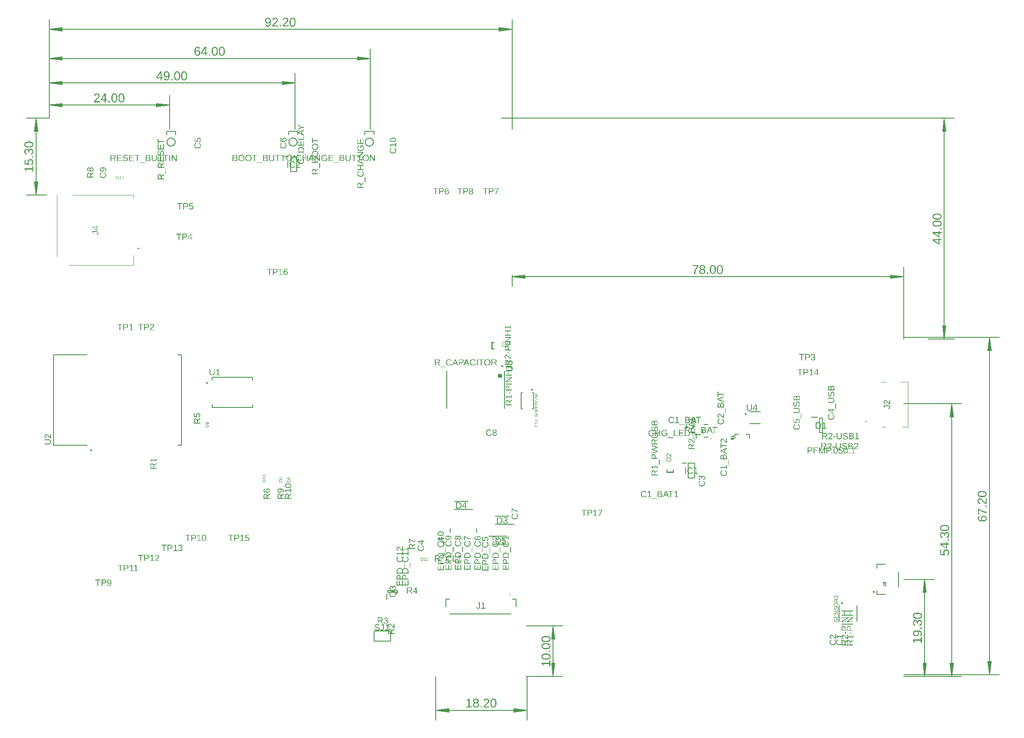
<source format=gbr>
G04 EAGLE Gerber RS-274X export*
G75*
%MOMM*%
%FSLAX34Y34*%
%LPD*%
%INSilkscreen Top*%
%IPPOS*%
%AMOC8*
5,1,8,0,0,1.08239X$1,22.5*%
G01*
G04 Define Apertures*
%ADD10C,0.130000*%
%ADD11C,0.127000*%
%ADD12C,0.200000*%
%ADD13R,0.300000X0.150000*%
%ADD14R,0.300000X0.300000*%
%ADD15C,0.150000*%
%ADD16C,0.250000*%
%ADD17C,0.100000*%
%ADD18C,0.203200*%
%ADD19C,0.152400*%
%ADD20C,0.254000*%
%ADD21C,0.400000*%
G36*
X-40394Y1053446D02*
X-41472Y1053469D01*
X-41985Y1053498D01*
X-42481Y1053537D01*
X-42959Y1053588D01*
X-43420Y1053651D01*
X-43863Y1053725D01*
X-44289Y1053810D01*
X-44697Y1053906D01*
X-45088Y1054014D01*
X-45462Y1054134D01*
X-45818Y1054264D01*
X-46157Y1054406D01*
X-46478Y1054559D01*
X-46782Y1054724D01*
X-47068Y1054900D01*
X-47337Y1055089D01*
X-47588Y1055290D01*
X-47822Y1055505D01*
X-48039Y1055733D01*
X-48239Y1055974D01*
X-48421Y1056228D01*
X-48586Y1056495D01*
X-48733Y1056776D01*
X-48863Y1057069D01*
X-48976Y1057376D01*
X-49071Y1057696D01*
X-49150Y1058030D01*
X-49210Y1058376D01*
X-49254Y1058736D01*
X-49280Y1059109D01*
X-49288Y1059495D01*
X-49280Y1059870D01*
X-49253Y1060233D01*
X-49209Y1060584D01*
X-49148Y1060922D01*
X-49069Y1061247D01*
X-48973Y1061561D01*
X-48859Y1061861D01*
X-48727Y1062149D01*
X-48578Y1062425D01*
X-48411Y1062688D01*
X-48227Y1062938D01*
X-48025Y1063176D01*
X-47806Y1063402D01*
X-47569Y1063615D01*
X-47315Y1063815D01*
X-47043Y1064003D01*
X-46754Y1064179D01*
X-46448Y1064344D01*
X-46125Y1064497D01*
X-45786Y1064639D01*
X-45429Y1064770D01*
X-45056Y1064889D01*
X-44666Y1064997D01*
X-44258Y1065093D01*
X-43834Y1065179D01*
X-43394Y1065252D01*
X-42936Y1065315D01*
X-42461Y1065366D01*
X-41461Y1065434D01*
X-40394Y1065457D01*
X-39861Y1065451D01*
X-39343Y1065433D01*
X-38842Y1065403D01*
X-38357Y1065361D01*
X-37887Y1065308D01*
X-37434Y1065242D01*
X-36997Y1065165D01*
X-36576Y1065075D01*
X-36170Y1064974D01*
X-35781Y1064860D01*
X-35408Y1064735D01*
X-35050Y1064598D01*
X-34709Y1064449D01*
X-34384Y1064287D01*
X-34075Y1064114D01*
X-33781Y1063930D01*
X-33505Y1063733D01*
X-33247Y1063525D01*
X-33006Y1063306D01*
X-32783Y1063075D01*
X-32578Y1062833D01*
X-32391Y1062580D01*
X-32222Y1062315D01*
X-32070Y1062039D01*
X-31936Y1061751D01*
X-31821Y1061452D01*
X-31723Y1061142D01*
X-31642Y1060821D01*
X-31580Y1060488D01*
X-31535Y1060144D01*
X-31509Y1059788D01*
X-31500Y1059421D01*
X-31509Y1059054D01*
X-31535Y1058699D01*
X-31579Y1058355D01*
X-31642Y1058023D01*
X-31721Y1057703D01*
X-31819Y1057394D01*
X-31934Y1057097D01*
X-32067Y1056811D01*
X-32218Y1056537D01*
X-32386Y1056274D01*
X-32572Y1056024D01*
X-32776Y1055784D01*
X-32998Y1055557D01*
X-33237Y1055341D01*
X-33494Y1055136D01*
X-33769Y1054943D01*
X-34061Y1054762D01*
X-34369Y1054592D01*
X-34694Y1054435D01*
X-35034Y1054288D01*
X-35391Y1054154D01*
X-35765Y1054031D01*
X-36154Y1053920D01*
X-36560Y1053821D01*
X-36982Y1053733D01*
X-37421Y1053657D01*
X-37876Y1053593D01*
X-38347Y1053540D01*
X-38834Y1053499D01*
X-39338Y1053470D01*
X-39858Y1053452D01*
X-40394Y1053446D01*
G37*
%LPC*%
G36*
X-40394Y1055679D02*
X-39505Y1055693D01*
X-38677Y1055736D01*
X-37911Y1055806D01*
X-37207Y1055905D01*
X-36565Y1056031D01*
X-35984Y1056186D01*
X-35465Y1056370D01*
X-35008Y1056581D01*
X-34609Y1056823D01*
X-34262Y1057098D01*
X-33969Y1057406D01*
X-33729Y1057748D01*
X-33543Y1058123D01*
X-33470Y1058322D01*
X-33410Y1058530D01*
X-33363Y1058747D01*
X-33330Y1058971D01*
X-33310Y1059204D01*
X-33303Y1059446D01*
X-33310Y1059685D01*
X-33330Y1059917D01*
X-33364Y1060140D01*
X-33412Y1060356D01*
X-33473Y1060563D01*
X-33548Y1060762D01*
X-33636Y1060953D01*
X-33739Y1061135D01*
X-33984Y1061476D01*
X-34283Y1061785D01*
X-34637Y1062061D01*
X-35045Y1062304D01*
X-35510Y1062517D01*
X-36033Y1062701D01*
X-36614Y1062857D01*
X-37253Y1062985D01*
X-37951Y1063084D01*
X-38707Y1063155D01*
X-39521Y1063198D01*
X-40394Y1063212D01*
X-41297Y1063198D01*
X-42136Y1063158D01*
X-42910Y1063090D01*
X-43620Y1062996D01*
X-44266Y1062874D01*
X-44847Y1062725D01*
X-45364Y1062550D01*
X-45816Y1062347D01*
X-46210Y1062113D01*
X-46552Y1061844D01*
X-46841Y1061540D01*
X-47077Y1061201D01*
X-47261Y1060827D01*
X-47333Y1060627D01*
X-47392Y1060418D01*
X-47438Y1060200D01*
X-47471Y1059974D01*
X-47491Y1059739D01*
X-47497Y1059495D01*
X-47491Y1059245D01*
X-47471Y1059003D01*
X-47439Y1058771D01*
X-47394Y1058548D01*
X-47335Y1058334D01*
X-47264Y1058129D01*
X-47083Y1057745D01*
X-46850Y1057397D01*
X-46566Y1057085D01*
X-46229Y1056809D01*
X-45841Y1056569D01*
X-45394Y1056360D01*
X-44879Y1056180D01*
X-44299Y1056027D01*
X-43651Y1055902D01*
X-42937Y1055804D01*
X-42156Y1055735D01*
X-41308Y1055693D01*
X-40394Y1055679D01*
G37*
%LPD*%
G36*
X-35609Y1018565D02*
X-35867Y1020798D01*
X-35557Y1020894D01*
X-35266Y1021007D01*
X-34996Y1021137D01*
X-34745Y1021284D01*
X-34515Y1021449D01*
X-34305Y1021631D01*
X-34114Y1021830D01*
X-33944Y1022046D01*
X-33794Y1022279D01*
X-33664Y1022529D01*
X-33553Y1022797D01*
X-33463Y1023082D01*
X-33393Y1023384D01*
X-33343Y1023703D01*
X-33313Y1024039D01*
X-33303Y1024392D01*
X-33320Y1024825D01*
X-33370Y1025233D01*
X-33454Y1025618D01*
X-33571Y1025978D01*
X-33722Y1026314D01*
X-33907Y1026626D01*
X-34125Y1026913D01*
X-34377Y1027177D01*
X-34657Y1027413D01*
X-34963Y1027617D01*
X-35295Y1027790D01*
X-35651Y1027931D01*
X-36032Y1028041D01*
X-36439Y1028120D01*
X-36870Y1028167D01*
X-37327Y1028183D01*
X-37725Y1028167D01*
X-38104Y1028120D01*
X-38463Y1028041D01*
X-38802Y1027930D01*
X-39122Y1027788D01*
X-39423Y1027614D01*
X-39703Y1027408D01*
X-39965Y1027171D01*
X-40200Y1026907D01*
X-40405Y1026621D01*
X-40578Y1026312D01*
X-40719Y1025982D01*
X-40829Y1025630D01*
X-40908Y1025256D01*
X-40955Y1024859D01*
X-40971Y1024441D01*
X-40953Y1024001D01*
X-40900Y1023576D01*
X-40812Y1023167D01*
X-40688Y1022773D01*
X-40523Y1022386D01*
X-40308Y1022000D01*
X-40044Y1021613D01*
X-39732Y1021227D01*
X-39732Y1019068D01*
X-49031Y1019644D01*
X-49031Y1029471D01*
X-47154Y1029471D01*
X-47154Y1021656D01*
X-41670Y1021325D01*
X-41929Y1021695D01*
X-42153Y1022086D01*
X-42343Y1022500D01*
X-42498Y1022935D01*
X-42619Y1023392D01*
X-42705Y1023871D01*
X-42757Y1024372D01*
X-42774Y1024895D01*
X-42751Y1025517D01*
X-42680Y1026106D01*
X-42564Y1026663D01*
X-42400Y1027188D01*
X-42189Y1027680D01*
X-41932Y1028140D01*
X-41628Y1028567D01*
X-41277Y1028962D01*
X-40889Y1029317D01*
X-40472Y1029625D01*
X-40027Y1029885D01*
X-39554Y1030098D01*
X-39052Y1030264D01*
X-38522Y1030382D01*
X-37963Y1030453D01*
X-37376Y1030477D01*
X-37039Y1030471D01*
X-36710Y1030452D01*
X-36391Y1030420D01*
X-36081Y1030375D01*
X-35780Y1030318D01*
X-35488Y1030248D01*
X-35205Y1030166D01*
X-34932Y1030071D01*
X-34412Y1029842D01*
X-33928Y1029563D01*
X-33481Y1029232D01*
X-33070Y1028852D01*
X-32702Y1028425D01*
X-32383Y1027960D01*
X-32113Y1027456D01*
X-31892Y1026912D01*
X-31720Y1026328D01*
X-31653Y1026022D01*
X-31598Y1025706D01*
X-31555Y1025380D01*
X-31524Y1025044D01*
X-31506Y1024698D01*
X-31500Y1024343D01*
X-31516Y1023753D01*
X-31566Y1023193D01*
X-31648Y1022661D01*
X-31763Y1022159D01*
X-31912Y1021686D01*
X-32093Y1021242D01*
X-32307Y1020827D01*
X-32555Y1020442D01*
X-32833Y1020088D01*
X-33141Y1019768D01*
X-33479Y1019482D01*
X-33846Y1019230D01*
X-34243Y1019013D01*
X-34669Y1018829D01*
X-35124Y1018680D01*
X-35609Y1018565D01*
G37*
G36*
X-36186Y1039453D02*
X-36395Y1041735D01*
X-36023Y1041801D01*
X-35676Y1041890D01*
X-35352Y1042002D01*
X-35053Y1042136D01*
X-34777Y1042293D01*
X-34526Y1042472D01*
X-34298Y1042673D01*
X-34094Y1042897D01*
X-33915Y1043144D01*
X-33759Y1043413D01*
X-33627Y1043705D01*
X-33519Y1044019D01*
X-33435Y1044356D01*
X-33376Y1044715D01*
X-33340Y1045097D01*
X-33328Y1045501D01*
X-33340Y1045907D01*
X-33379Y1046291D01*
X-33443Y1046652D01*
X-33533Y1046990D01*
X-33649Y1047307D01*
X-33790Y1047600D01*
X-33957Y1047872D01*
X-34150Y1048121D01*
X-34367Y1048343D01*
X-34610Y1048537D01*
X-34878Y1048700D01*
X-35171Y1048834D01*
X-35488Y1048938D01*
X-35831Y1049012D01*
X-36198Y1049056D01*
X-36591Y1049071D01*
X-36934Y1049054D01*
X-37258Y1049003D01*
X-37562Y1048919D01*
X-37847Y1048800D01*
X-38112Y1048647D01*
X-38359Y1048461D01*
X-38586Y1048240D01*
X-38793Y1047986D01*
X-38978Y1047699D01*
X-39139Y1047383D01*
X-39275Y1047036D01*
X-39386Y1046659D01*
X-39473Y1046252D01*
X-39535Y1045815D01*
X-39572Y1045348D01*
X-39584Y1044851D01*
X-39584Y1043600D01*
X-41498Y1043600D01*
X-41498Y1044802D01*
X-41510Y1045243D01*
X-41548Y1045659D01*
X-41609Y1046049D01*
X-41696Y1046414D01*
X-41807Y1046753D01*
X-41943Y1047067D01*
X-42104Y1047355D01*
X-42289Y1047618D01*
X-42497Y1047852D01*
X-42723Y1048055D01*
X-42968Y1048227D01*
X-43233Y1048367D01*
X-43516Y1048477D01*
X-43818Y1048555D01*
X-44139Y1048602D01*
X-44479Y1048617D01*
X-44817Y1048605D01*
X-45136Y1048566D01*
X-45437Y1048503D01*
X-45720Y1048413D01*
X-45984Y1048299D01*
X-46231Y1048159D01*
X-46459Y1047993D01*
X-46669Y1047802D01*
X-46857Y1047585D01*
X-47021Y1047344D01*
X-47159Y1047078D01*
X-47272Y1046788D01*
X-47360Y1046473D01*
X-47422Y1046133D01*
X-47460Y1045768D01*
X-47473Y1045379D01*
X-47461Y1045022D01*
X-47426Y1044684D01*
X-47367Y1044362D01*
X-47286Y1044058D01*
X-47180Y1043772D01*
X-47052Y1043503D01*
X-46900Y1043251D01*
X-46724Y1043017D01*
X-46528Y1042803D01*
X-46312Y1042613D01*
X-46077Y1042447D01*
X-45823Y1042304D01*
X-45549Y1042185D01*
X-45257Y1042089D01*
X-44945Y1042017D01*
X-44614Y1041968D01*
X-44786Y1039748D01*
X-45302Y1039829D01*
X-45789Y1039950D01*
X-46247Y1040110D01*
X-46675Y1040310D01*
X-47075Y1040550D01*
X-47445Y1040830D01*
X-47786Y1041149D01*
X-48098Y1041508D01*
X-48377Y1041900D01*
X-48619Y1042320D01*
X-48823Y1042766D01*
X-48991Y1043239D01*
X-49121Y1043740D01*
X-49214Y1044267D01*
X-49270Y1044822D01*
X-49288Y1045403D01*
X-49269Y1046035D01*
X-49213Y1046631D01*
X-49118Y1047191D01*
X-48986Y1047714D01*
X-48816Y1048201D01*
X-48609Y1048652D01*
X-48363Y1049067D01*
X-48080Y1049445D01*
X-47763Y1049783D01*
X-47416Y1050076D01*
X-47040Y1050324D01*
X-46634Y1050527D01*
X-46198Y1050684D01*
X-45733Y1050797D01*
X-45237Y1050864D01*
X-44712Y1050887D01*
X-44308Y1050873D01*
X-43923Y1050829D01*
X-43557Y1050757D01*
X-43211Y1050655D01*
X-42884Y1050525D01*
X-42577Y1050366D01*
X-42288Y1050178D01*
X-42020Y1049961D01*
X-41771Y1049716D01*
X-41543Y1049445D01*
X-41336Y1049148D01*
X-41150Y1048824D01*
X-40985Y1048475D01*
X-40841Y1048099D01*
X-40717Y1047696D01*
X-40615Y1047268D01*
X-40566Y1047268D01*
X-40500Y1047739D01*
X-40406Y1048183D01*
X-40285Y1048601D01*
X-40136Y1048992D01*
X-39960Y1049355D01*
X-39756Y1049692D01*
X-39524Y1050003D01*
X-39265Y1050286D01*
X-38984Y1050539D01*
X-38684Y1050758D01*
X-38367Y1050944D01*
X-38032Y1051096D01*
X-37680Y1051214D01*
X-37310Y1051298D01*
X-36923Y1051349D01*
X-36517Y1051365D01*
X-36222Y1051360D01*
X-35936Y1051342D01*
X-35389Y1051270D01*
X-34875Y1051152D01*
X-34395Y1050985D01*
X-33949Y1050771D01*
X-33536Y1050510D01*
X-33157Y1050201D01*
X-32812Y1049844D01*
X-32505Y1049444D01*
X-32238Y1049002D01*
X-32012Y1048520D01*
X-31828Y1047998D01*
X-31684Y1047435D01*
X-31582Y1046831D01*
X-31520Y1046186D01*
X-31500Y1045501D01*
X-31518Y1044862D01*
X-31574Y1044255D01*
X-31666Y1043682D01*
X-31796Y1043141D01*
X-31962Y1042634D01*
X-32166Y1042160D01*
X-32406Y1041719D01*
X-32684Y1041312D01*
X-32997Y1040941D01*
X-33346Y1040609D01*
X-33731Y1040317D01*
X-34151Y1040065D01*
X-34607Y1039853D01*
X-35098Y1039680D01*
X-35624Y1039547D01*
X-36186Y1039453D01*
G37*
G36*
X-31745Y1005504D02*
X-33622Y1005504D01*
X-33622Y1009908D01*
X-46921Y1009908D01*
X-44136Y1006007D01*
X-46221Y1006007D01*
X-49031Y1010092D01*
X-49031Y1012129D01*
X-33622Y1012129D01*
X-33622Y1016337D01*
X-31745Y1016337D01*
X-31745Y1005504D01*
G37*
G36*
X-31745Y1033822D02*
X-34432Y1033822D01*
X-34432Y1036214D01*
X-31745Y1036214D01*
X-31745Y1033822D01*
G37*
G36*
X1858606Y356946D02*
X1857528Y356969D01*
X1857015Y356998D01*
X1856519Y357037D01*
X1856041Y357088D01*
X1855580Y357151D01*
X1855137Y357225D01*
X1854711Y357310D01*
X1854303Y357406D01*
X1853912Y357514D01*
X1853538Y357634D01*
X1853182Y357764D01*
X1852843Y357906D01*
X1852522Y358059D01*
X1852219Y358224D01*
X1851932Y358400D01*
X1851663Y358589D01*
X1851412Y358790D01*
X1851178Y359005D01*
X1850961Y359233D01*
X1850761Y359474D01*
X1850579Y359728D01*
X1850414Y359995D01*
X1850267Y360276D01*
X1850137Y360569D01*
X1850024Y360876D01*
X1849929Y361196D01*
X1849850Y361530D01*
X1849790Y361876D01*
X1849746Y362236D01*
X1849720Y362609D01*
X1849712Y362995D01*
X1849720Y363370D01*
X1849747Y363733D01*
X1849791Y364084D01*
X1849852Y364422D01*
X1849931Y364747D01*
X1850027Y365061D01*
X1850141Y365361D01*
X1850273Y365649D01*
X1850422Y365925D01*
X1850589Y366188D01*
X1850773Y366438D01*
X1850975Y366676D01*
X1851194Y366902D01*
X1851431Y367115D01*
X1851685Y367315D01*
X1851957Y367503D01*
X1852246Y367679D01*
X1852552Y367844D01*
X1852875Y367997D01*
X1853214Y368139D01*
X1853571Y368270D01*
X1853944Y368389D01*
X1854334Y368497D01*
X1854742Y368593D01*
X1855166Y368679D01*
X1855607Y368752D01*
X1856064Y368815D01*
X1856539Y368866D01*
X1857539Y368934D01*
X1858606Y368957D01*
X1859139Y368951D01*
X1859657Y368933D01*
X1860158Y368903D01*
X1860643Y368861D01*
X1861113Y368808D01*
X1861566Y368742D01*
X1862003Y368665D01*
X1862424Y368575D01*
X1862830Y368474D01*
X1863219Y368360D01*
X1863592Y368235D01*
X1863950Y368098D01*
X1864291Y367949D01*
X1864616Y367787D01*
X1864925Y367614D01*
X1865219Y367430D01*
X1865495Y367233D01*
X1865753Y367025D01*
X1865994Y366806D01*
X1866217Y366575D01*
X1866422Y366333D01*
X1866609Y366080D01*
X1866778Y365815D01*
X1866930Y365539D01*
X1867064Y365251D01*
X1867180Y364952D01*
X1867278Y364642D01*
X1867358Y364321D01*
X1867420Y363988D01*
X1867465Y363644D01*
X1867491Y363288D01*
X1867500Y362921D01*
X1867491Y362554D01*
X1867465Y362199D01*
X1867421Y361855D01*
X1867359Y361523D01*
X1867279Y361203D01*
X1867181Y360894D01*
X1867066Y360597D01*
X1866933Y360311D01*
X1866782Y360037D01*
X1866614Y359774D01*
X1866428Y359524D01*
X1866224Y359284D01*
X1866002Y359057D01*
X1865763Y358841D01*
X1865506Y358636D01*
X1865231Y358443D01*
X1864939Y358262D01*
X1864631Y358092D01*
X1864306Y357935D01*
X1863966Y357788D01*
X1863609Y357654D01*
X1863235Y357531D01*
X1862846Y357420D01*
X1862440Y357321D01*
X1862018Y357233D01*
X1861579Y357157D01*
X1861124Y357093D01*
X1860653Y357040D01*
X1860166Y356999D01*
X1859662Y356970D01*
X1859142Y356952D01*
X1858606Y356946D01*
G37*
%LPC*%
G36*
X1858606Y359179D02*
X1859495Y359193D01*
X1860323Y359236D01*
X1861089Y359306D01*
X1861793Y359405D01*
X1862435Y359531D01*
X1863016Y359686D01*
X1863535Y359870D01*
X1863992Y360081D01*
X1864391Y360323D01*
X1864738Y360598D01*
X1865031Y360906D01*
X1865271Y361248D01*
X1865457Y361623D01*
X1865530Y361822D01*
X1865590Y362030D01*
X1865637Y362247D01*
X1865670Y362471D01*
X1865690Y362704D01*
X1865697Y362946D01*
X1865690Y363185D01*
X1865670Y363417D01*
X1865636Y363640D01*
X1865588Y363856D01*
X1865527Y364063D01*
X1865452Y364262D01*
X1865364Y364453D01*
X1865261Y364635D01*
X1865016Y364976D01*
X1864717Y365285D01*
X1864363Y365561D01*
X1863955Y365804D01*
X1863490Y366017D01*
X1862967Y366201D01*
X1862386Y366357D01*
X1861747Y366485D01*
X1861049Y366584D01*
X1860293Y366655D01*
X1859479Y366698D01*
X1858606Y366712D01*
X1857703Y366698D01*
X1856864Y366658D01*
X1856090Y366590D01*
X1855380Y366496D01*
X1854734Y366374D01*
X1854153Y366225D01*
X1853636Y366050D01*
X1853184Y365847D01*
X1852790Y365613D01*
X1852448Y365344D01*
X1852159Y365040D01*
X1851923Y364701D01*
X1851739Y364327D01*
X1851667Y364127D01*
X1851608Y363918D01*
X1851562Y363700D01*
X1851529Y363474D01*
X1851509Y363239D01*
X1851503Y362995D01*
X1851509Y362745D01*
X1851529Y362503D01*
X1851561Y362271D01*
X1851606Y362048D01*
X1851665Y361834D01*
X1851736Y361629D01*
X1851917Y361245D01*
X1852150Y360897D01*
X1852434Y360585D01*
X1852771Y360309D01*
X1853159Y360069D01*
X1853606Y359860D01*
X1854121Y359680D01*
X1854701Y359527D01*
X1855349Y359402D01*
X1856063Y359304D01*
X1856844Y359235D01*
X1857692Y359193D01*
X1858606Y359179D01*
G37*
%LPD*%
G36*
X1859011Y308366D02*
X1858458Y308372D01*
X1857921Y308391D01*
X1857400Y308422D01*
X1856896Y308466D01*
X1856408Y308523D01*
X1855937Y308592D01*
X1855481Y308673D01*
X1855042Y308768D01*
X1854619Y308874D01*
X1854213Y308994D01*
X1853823Y309125D01*
X1853449Y309270D01*
X1853091Y309427D01*
X1852750Y309596D01*
X1852425Y309778D01*
X1852116Y309973D01*
X1851825Y310179D01*
X1851553Y310396D01*
X1851299Y310624D01*
X1851064Y310862D01*
X1850848Y311110D01*
X1850651Y311370D01*
X1850473Y311640D01*
X1850313Y311921D01*
X1850172Y312212D01*
X1850050Y312514D01*
X1849947Y312826D01*
X1849862Y313150D01*
X1849796Y313484D01*
X1849749Y313828D01*
X1849721Y314183D01*
X1849712Y314549D01*
X1849725Y315027D01*
X1849767Y315482D01*
X1849835Y315915D01*
X1849932Y316325D01*
X1850056Y316712D01*
X1850207Y317077D01*
X1850386Y317419D01*
X1850592Y317739D01*
X1850826Y318036D01*
X1851087Y318310D01*
X1851376Y318562D01*
X1851692Y318791D01*
X1852036Y318997D01*
X1852407Y319181D01*
X1852806Y319342D01*
X1853233Y319481D01*
X1853613Y317371D01*
X1853357Y317283D01*
X1853118Y317184D01*
X1852896Y317072D01*
X1852690Y316949D01*
X1852500Y316813D01*
X1852327Y316666D01*
X1852170Y316506D01*
X1852030Y316334D01*
X1851907Y316150D01*
X1851800Y315954D01*
X1851709Y315746D01*
X1851635Y315526D01*
X1851577Y315294D01*
X1851536Y315049D01*
X1851511Y314793D01*
X1851503Y314524D01*
X1851510Y314292D01*
X1851530Y314065D01*
X1851565Y313846D01*
X1851613Y313633D01*
X1851675Y313427D01*
X1851750Y313227D01*
X1851943Y312848D01*
X1852191Y312496D01*
X1852493Y312170D01*
X1852851Y311871D01*
X1853263Y311599D01*
X1853728Y311356D01*
X1854242Y311145D01*
X1854805Y310967D01*
X1855418Y310821D01*
X1856080Y310708D01*
X1856791Y310627D01*
X1857551Y310578D01*
X1858361Y310562D01*
X1858090Y310720D01*
X1857836Y310893D01*
X1857598Y311082D01*
X1857378Y311286D01*
X1857174Y311505D01*
X1856986Y311740D01*
X1856816Y311990D01*
X1856662Y312255D01*
X1856525Y312533D01*
X1856407Y312821D01*
X1856306Y313119D01*
X1856225Y313426D01*
X1856161Y313744D01*
X1856115Y314072D01*
X1856088Y314410D01*
X1856079Y314758D01*
X1856102Y315340D01*
X1856172Y315892D01*
X1856289Y316413D01*
X1856453Y316903D01*
X1856663Y317362D01*
X1856921Y317790D01*
X1857225Y318188D01*
X1857576Y318555D01*
X1857966Y318884D01*
X1858388Y319169D01*
X1858843Y319410D01*
X1859330Y319608D01*
X1859849Y319762D01*
X1860400Y319871D01*
X1860984Y319937D01*
X1861599Y319959D01*
X1862265Y319936D01*
X1862895Y319866D01*
X1863489Y319750D01*
X1864047Y319588D01*
X1864569Y319379D01*
X1865054Y319124D01*
X1865504Y318823D01*
X1865918Y318475D01*
X1866289Y318086D01*
X1866610Y317662D01*
X1866882Y317203D01*
X1867105Y316708D01*
X1867278Y316178D01*
X1867346Y315900D01*
X1867401Y315613D01*
X1867445Y315317D01*
X1867476Y315013D01*
X1867494Y314699D01*
X1867500Y314377D01*
X1867492Y314018D01*
X1867466Y313669D01*
X1867424Y313331D01*
X1867365Y313003D01*
X1867288Y312687D01*
X1867195Y312381D01*
X1867085Y312085D01*
X1866958Y311801D01*
X1866813Y311527D01*
X1866652Y311264D01*
X1866474Y311012D01*
X1866279Y310770D01*
X1866067Y310540D01*
X1865838Y310320D01*
X1865592Y310110D01*
X1865329Y309912D01*
X1865050Y309724D01*
X1864755Y309549D01*
X1864445Y309386D01*
X1864120Y309235D01*
X1863779Y309096D01*
X1863423Y308970D01*
X1863051Y308855D01*
X1862664Y308752D01*
X1862261Y308662D01*
X1861843Y308583D01*
X1861410Y308517D01*
X1860961Y308462D01*
X1860496Y308420D01*
X1860017Y308390D01*
X1859522Y308372D01*
X1859011Y308366D01*
G37*
%LPC*%
G36*
X1861170Y310783D02*
X1861659Y310798D01*
X1862125Y310844D01*
X1862568Y310922D01*
X1862989Y311030D01*
X1863387Y311168D01*
X1863762Y311338D01*
X1864115Y311539D01*
X1864446Y311770D01*
X1864745Y312026D01*
X1865004Y312299D01*
X1865223Y312589D01*
X1865403Y312897D01*
X1865542Y313223D01*
X1865642Y313566D01*
X1865702Y313926D01*
X1865722Y314304D01*
X1865705Y314692D01*
X1865654Y315058D01*
X1865571Y315403D01*
X1865453Y315727D01*
X1865302Y316029D01*
X1865118Y316309D01*
X1864900Y316569D01*
X1864648Y316806D01*
X1864367Y317019D01*
X1864061Y317203D01*
X1863730Y317360D01*
X1863374Y317487D01*
X1862992Y317586D01*
X1862586Y317657D01*
X1862154Y317700D01*
X1861698Y317714D01*
X1861242Y317700D01*
X1860813Y317657D01*
X1860411Y317585D01*
X1860035Y317484D01*
X1859687Y317355D01*
X1859365Y317197D01*
X1859070Y317010D01*
X1858802Y316794D01*
X1858564Y316553D01*
X1858357Y316289D01*
X1858182Y316002D01*
X1858039Y315693D01*
X1857927Y315361D01*
X1857848Y315007D01*
X1857800Y314630D01*
X1857784Y314230D01*
X1857798Y313853D01*
X1857840Y313494D01*
X1857911Y313154D01*
X1858010Y312833D01*
X1858136Y312530D01*
X1858291Y312246D01*
X1858474Y311980D01*
X1858686Y311733D01*
X1858922Y311511D01*
X1859179Y311317D01*
X1859458Y311154D01*
X1859758Y311020D01*
X1860079Y310916D01*
X1860421Y310842D01*
X1860785Y310798D01*
X1861170Y310783D01*
G37*
%LPD*%
G36*
X1867255Y343260D02*
X1865697Y343260D01*
X1865000Y343590D01*
X1864346Y343955D01*
X1863734Y344354D01*
X1863164Y344787D01*
X1862628Y345244D01*
X1862118Y345712D01*
X1861634Y346192D01*
X1861176Y346683D01*
X1860319Y347672D01*
X1859526Y348652D01*
X1858766Y349579D01*
X1858005Y350412D01*
X1857620Y350786D01*
X1857226Y351122D01*
X1856823Y351421D01*
X1856410Y351682D01*
X1856198Y351795D01*
X1855979Y351894D01*
X1855753Y351977D01*
X1855521Y352045D01*
X1855281Y352098D01*
X1855035Y352136D01*
X1854781Y352159D01*
X1854521Y352166D01*
X1854175Y352153D01*
X1853849Y352114D01*
X1853543Y352049D01*
X1853257Y351958D01*
X1852991Y351841D01*
X1852745Y351697D01*
X1852519Y351528D01*
X1852313Y351332D01*
X1852129Y351114D01*
X1851969Y350874D01*
X1851834Y350615D01*
X1851724Y350335D01*
X1851638Y350035D01*
X1851576Y349715D01*
X1851540Y349375D01*
X1851527Y349014D01*
X1851539Y348669D01*
X1851575Y348339D01*
X1851635Y348025D01*
X1851719Y347727D01*
X1851827Y347444D01*
X1851959Y347177D01*
X1852114Y346925D01*
X1852294Y346689D01*
X1852495Y346472D01*
X1852716Y346279D01*
X1852956Y346109D01*
X1853216Y345963D01*
X1853495Y345841D01*
X1853793Y345742D01*
X1854110Y345667D01*
X1854447Y345615D01*
X1854239Y343358D01*
X1853734Y343439D01*
X1853255Y343560D01*
X1852803Y343721D01*
X1852377Y343921D01*
X1851978Y344161D01*
X1851605Y344440D01*
X1851258Y344760D01*
X1850939Y345118D01*
X1850651Y345511D01*
X1850402Y345930D01*
X1850191Y346376D01*
X1850018Y346850D01*
X1849884Y347350D01*
X1849788Y347878D01*
X1849731Y348432D01*
X1849712Y349014D01*
X1849731Y349648D01*
X1849789Y350245D01*
X1849885Y350803D01*
X1850020Y351325D01*
X1850193Y351808D01*
X1850405Y352254D01*
X1850656Y352661D01*
X1850945Y353031D01*
X1851269Y353361D01*
X1851626Y353646D01*
X1852015Y353887D01*
X1852437Y354085D01*
X1852891Y354239D01*
X1853377Y354348D01*
X1853896Y354414D01*
X1854447Y354436D01*
X1854698Y354429D01*
X1854949Y354407D01*
X1855200Y354371D01*
X1855450Y354321D01*
X1855949Y354177D01*
X1856447Y353976D01*
X1856944Y353718D01*
X1857441Y353404D01*
X1857937Y353034D01*
X1858434Y352608D01*
X1858999Y352051D01*
X1859701Y351286D01*
X1860539Y350315D01*
X1861514Y349136D01*
X1862076Y348467D01*
X1862610Y347870D01*
X1863116Y347344D01*
X1863593Y346891D01*
X1864052Y346503D01*
X1864502Y346174D01*
X1864944Y345902D01*
X1865378Y345689D01*
X1865378Y354706D01*
X1867255Y354706D01*
X1867255Y343260D01*
G37*
G36*
X1851846Y322347D02*
X1849969Y322347D01*
X1849969Y333768D01*
X1851760Y333768D01*
X1853675Y332541D01*
X1855370Y331508D01*
X1856846Y330670D01*
X1857502Y330324D01*
X1858103Y330027D01*
X1859246Y329515D01*
X1859815Y329285D01*
X1860382Y329071D01*
X1860947Y328875D01*
X1861510Y328696D01*
X1862071Y328534D01*
X1862630Y328389D01*
X1863191Y328261D01*
X1863756Y328150D01*
X1864327Y328056D01*
X1864903Y327979D01*
X1865483Y327920D01*
X1866069Y327877D01*
X1866659Y327852D01*
X1867255Y327843D01*
X1867255Y325537D01*
X1866421Y325559D01*
X1865577Y325624D01*
X1864722Y325734D01*
X1863855Y325888D01*
X1862978Y326085D01*
X1862090Y326327D01*
X1861191Y326612D01*
X1860281Y326941D01*
X1859348Y327322D01*
X1858380Y327761D01*
X1857378Y328260D01*
X1856341Y328817D01*
X1855269Y329433D01*
X1854163Y330108D01*
X1853022Y330841D01*
X1851846Y331634D01*
X1851846Y322347D01*
G37*
G36*
X1867255Y337322D02*
X1864568Y337322D01*
X1864568Y339714D01*
X1867255Y339714D01*
X1867255Y337322D01*
G37*
G36*
X1729606Y114446D02*
X1728528Y114469D01*
X1728015Y114498D01*
X1727519Y114537D01*
X1727041Y114588D01*
X1726580Y114651D01*
X1726137Y114725D01*
X1725711Y114810D01*
X1725303Y114906D01*
X1724912Y115014D01*
X1724538Y115134D01*
X1724182Y115264D01*
X1723843Y115406D01*
X1723522Y115559D01*
X1723219Y115724D01*
X1722932Y115900D01*
X1722663Y116089D01*
X1722412Y116290D01*
X1722178Y116505D01*
X1721961Y116733D01*
X1721761Y116974D01*
X1721579Y117228D01*
X1721414Y117495D01*
X1721267Y117776D01*
X1721137Y118069D01*
X1721024Y118376D01*
X1720929Y118696D01*
X1720850Y119030D01*
X1720790Y119376D01*
X1720746Y119736D01*
X1720720Y120109D01*
X1720712Y120495D01*
X1720720Y120870D01*
X1720747Y121233D01*
X1720791Y121584D01*
X1720852Y121922D01*
X1720931Y122247D01*
X1721027Y122561D01*
X1721141Y122861D01*
X1721273Y123149D01*
X1721422Y123425D01*
X1721589Y123688D01*
X1721773Y123938D01*
X1721975Y124176D01*
X1722194Y124402D01*
X1722431Y124615D01*
X1722685Y124815D01*
X1722957Y125003D01*
X1723246Y125179D01*
X1723552Y125344D01*
X1723875Y125497D01*
X1724214Y125639D01*
X1724571Y125770D01*
X1724944Y125889D01*
X1725334Y125997D01*
X1725742Y126093D01*
X1726166Y126179D01*
X1726607Y126252D01*
X1727064Y126315D01*
X1727539Y126366D01*
X1728539Y126434D01*
X1729606Y126457D01*
X1730139Y126451D01*
X1730657Y126433D01*
X1731158Y126403D01*
X1731643Y126361D01*
X1732113Y126308D01*
X1732566Y126242D01*
X1733003Y126165D01*
X1733424Y126075D01*
X1733830Y125974D01*
X1734219Y125860D01*
X1734592Y125735D01*
X1734950Y125598D01*
X1735291Y125449D01*
X1735616Y125287D01*
X1735925Y125114D01*
X1736219Y124930D01*
X1736495Y124733D01*
X1736753Y124525D01*
X1736994Y124306D01*
X1737217Y124075D01*
X1737422Y123833D01*
X1737609Y123580D01*
X1737778Y123315D01*
X1737930Y123039D01*
X1738064Y122751D01*
X1738180Y122452D01*
X1738278Y122142D01*
X1738358Y121821D01*
X1738420Y121488D01*
X1738465Y121144D01*
X1738491Y120788D01*
X1738500Y120421D01*
X1738491Y120054D01*
X1738465Y119699D01*
X1738421Y119355D01*
X1738359Y119023D01*
X1738279Y118703D01*
X1738181Y118394D01*
X1738066Y118097D01*
X1737933Y117811D01*
X1737782Y117537D01*
X1737614Y117274D01*
X1737428Y117024D01*
X1737224Y116784D01*
X1737002Y116557D01*
X1736763Y116341D01*
X1736506Y116136D01*
X1736231Y115943D01*
X1735939Y115762D01*
X1735631Y115592D01*
X1735306Y115435D01*
X1734966Y115288D01*
X1734609Y115154D01*
X1734235Y115031D01*
X1733846Y114920D01*
X1733440Y114821D01*
X1733018Y114733D01*
X1732579Y114657D01*
X1732124Y114593D01*
X1731653Y114540D01*
X1731166Y114499D01*
X1730662Y114470D01*
X1730142Y114452D01*
X1729606Y114446D01*
G37*
%LPC*%
G36*
X1729606Y116679D02*
X1730495Y116693D01*
X1731323Y116736D01*
X1732089Y116806D01*
X1732793Y116905D01*
X1733435Y117031D01*
X1734016Y117186D01*
X1734535Y117370D01*
X1734992Y117581D01*
X1735391Y117823D01*
X1735738Y118098D01*
X1736031Y118406D01*
X1736271Y118748D01*
X1736457Y119123D01*
X1736530Y119322D01*
X1736590Y119530D01*
X1736637Y119747D01*
X1736670Y119971D01*
X1736690Y120204D01*
X1736697Y120446D01*
X1736690Y120685D01*
X1736670Y120917D01*
X1736636Y121140D01*
X1736588Y121356D01*
X1736527Y121563D01*
X1736452Y121762D01*
X1736364Y121953D01*
X1736261Y122135D01*
X1736016Y122476D01*
X1735717Y122785D01*
X1735363Y123061D01*
X1734955Y123304D01*
X1734490Y123517D01*
X1733967Y123701D01*
X1733386Y123857D01*
X1732747Y123985D01*
X1732049Y124084D01*
X1731293Y124155D01*
X1730479Y124198D01*
X1729606Y124212D01*
X1728703Y124198D01*
X1727864Y124158D01*
X1727090Y124090D01*
X1726380Y123996D01*
X1725734Y123874D01*
X1725153Y123725D01*
X1724636Y123550D01*
X1724184Y123347D01*
X1723790Y123113D01*
X1723448Y122844D01*
X1723159Y122540D01*
X1722923Y122201D01*
X1722739Y121827D01*
X1722667Y121627D01*
X1722608Y121418D01*
X1722562Y121200D01*
X1722529Y120974D01*
X1722509Y120739D01*
X1722503Y120495D01*
X1722509Y120245D01*
X1722529Y120003D01*
X1722561Y119771D01*
X1722606Y119548D01*
X1722665Y119334D01*
X1722736Y119129D01*
X1722917Y118745D01*
X1723150Y118397D01*
X1723434Y118085D01*
X1723771Y117809D01*
X1724159Y117569D01*
X1724606Y117360D01*
X1725121Y117180D01*
X1725701Y117027D01*
X1726349Y116902D01*
X1727063Y116804D01*
X1727844Y116735D01*
X1728692Y116693D01*
X1729606Y116679D01*
G37*
%LPD*%
G36*
X1726527Y79736D02*
X1726192Y79742D01*
X1725867Y79760D01*
X1725244Y79832D01*
X1724656Y79950D01*
X1724105Y80117D01*
X1723591Y80331D01*
X1723112Y80592D01*
X1722670Y80901D01*
X1722264Y81258D01*
X1721900Y81657D01*
X1721585Y82093D01*
X1721318Y82566D01*
X1721100Y83076D01*
X1720930Y83624D01*
X1720809Y84209D01*
X1720766Y84515D01*
X1720736Y84831D01*
X1720718Y85156D01*
X1720712Y85490D01*
X1720720Y85845D01*
X1720745Y86189D01*
X1720787Y86522D01*
X1720845Y86844D01*
X1720920Y87156D01*
X1721012Y87456D01*
X1721120Y87745D01*
X1721245Y88024D01*
X1721387Y88291D01*
X1721546Y88548D01*
X1721721Y88793D01*
X1721912Y89028D01*
X1722121Y89252D01*
X1722346Y89465D01*
X1722588Y89667D01*
X1722846Y89858D01*
X1723122Y90037D01*
X1723414Y90206D01*
X1723722Y90362D01*
X1724048Y90507D01*
X1724390Y90640D01*
X1724749Y90762D01*
X1725125Y90872D01*
X1725518Y90971D01*
X1725927Y91058D01*
X1726353Y91133D01*
X1726796Y91197D01*
X1727256Y91249D01*
X1727732Y91290D01*
X1728226Y91319D01*
X1729263Y91342D01*
X1729811Y91336D01*
X1730344Y91317D01*
X1730860Y91285D01*
X1731360Y91240D01*
X1731845Y91183D01*
X1732313Y91113D01*
X1732765Y91031D01*
X1733201Y90936D01*
X1733620Y90828D01*
X1734024Y90707D01*
X1734412Y90574D01*
X1734783Y90428D01*
X1735139Y90269D01*
X1735478Y90098D01*
X1735801Y89913D01*
X1736108Y89717D01*
X1736398Y89508D01*
X1736669Y89289D01*
X1736921Y89058D01*
X1737155Y88818D01*
X1737370Y88566D01*
X1737566Y88303D01*
X1737743Y88030D01*
X1737902Y87746D01*
X1738042Y87451D01*
X1738164Y87146D01*
X1738267Y86829D01*
X1738351Y86502D01*
X1738416Y86164D01*
X1738463Y85815D01*
X1738491Y85456D01*
X1738500Y85085D01*
X1738487Y84592D01*
X1738447Y84123D01*
X1738380Y83680D01*
X1738287Y83262D01*
X1738167Y82869D01*
X1738021Y82501D01*
X1737848Y82158D01*
X1737648Y81840D01*
X1737418Y81546D01*
X1737156Y81273D01*
X1736861Y81022D01*
X1736533Y80793D01*
X1736172Y80585D01*
X1735779Y80399D01*
X1735353Y80235D01*
X1734894Y80092D01*
X1734562Y82202D01*
X1734824Y82291D01*
X1735068Y82393D01*
X1735296Y82507D01*
X1735507Y82633D01*
X1735701Y82772D01*
X1735878Y82923D01*
X1736038Y83087D01*
X1736182Y83264D01*
X1736308Y83452D01*
X1736418Y83653D01*
X1736511Y83867D01*
X1736587Y84093D01*
X1736646Y84332D01*
X1736688Y84583D01*
X1736713Y84846D01*
X1736722Y85122D01*
X1736715Y85357D01*
X1736694Y85584D01*
X1736659Y85805D01*
X1736611Y86019D01*
X1736549Y86227D01*
X1736473Y86428D01*
X1736280Y86809D01*
X1736031Y87164D01*
X1735728Y87491D01*
X1735369Y87792D01*
X1734955Y88067D01*
X1734490Y88312D01*
X1733977Y88526D01*
X1733418Y88709D01*
X1732811Y88861D01*
X1732157Y88982D01*
X1731456Y89072D01*
X1730708Y89131D01*
X1729913Y89158D01*
X1730182Y89025D01*
X1730438Y88869D01*
X1730680Y88692D01*
X1730908Y88493D01*
X1731123Y88272D01*
X1731324Y88029D01*
X1731512Y87764D01*
X1731685Y87478D01*
X1731842Y87176D01*
X1731978Y86868D01*
X1732093Y86552D01*
X1732187Y86229D01*
X1732260Y85899D01*
X1732312Y85562D01*
X1732344Y85217D01*
X1732354Y84865D01*
X1732348Y84577D01*
X1732329Y84296D01*
X1732298Y84023D01*
X1732254Y83757D01*
X1732130Y83247D01*
X1731955Y82767D01*
X1731731Y82315D01*
X1731457Y81893D01*
X1731133Y81499D01*
X1730759Y81135D01*
X1730344Y80807D01*
X1729897Y80523D01*
X1729416Y80283D01*
X1728904Y80086D01*
X1728358Y79933D01*
X1727780Y79824D01*
X1727170Y79758D01*
X1726527Y79736D01*
G37*
%LPC*%
G36*
X1726527Y81982D02*
X1726987Y81996D01*
X1727422Y82039D01*
X1727832Y82111D01*
X1728218Y82212D01*
X1728579Y82341D01*
X1728916Y82499D01*
X1729227Y82686D01*
X1729514Y82902D01*
X1729771Y83142D01*
X1729994Y83402D01*
X1730183Y83683D01*
X1730338Y83984D01*
X1730458Y84306D01*
X1730543Y84648D01*
X1730595Y85010D01*
X1730612Y85392D01*
X1730605Y85629D01*
X1730585Y85862D01*
X1730551Y86091D01*
X1730503Y86315D01*
X1730367Y86752D01*
X1730177Y87171D01*
X1729936Y87560D01*
X1729651Y87905D01*
X1729320Y88207D01*
X1728944Y88465D01*
X1728741Y88576D01*
X1728531Y88672D01*
X1728314Y88753D01*
X1728091Y88819D01*
X1727861Y88871D01*
X1727623Y88908D01*
X1727379Y88930D01*
X1727128Y88938D01*
X1726619Y88923D01*
X1726136Y88878D01*
X1725678Y88803D01*
X1725246Y88698D01*
X1724840Y88564D01*
X1724458Y88399D01*
X1724103Y88205D01*
X1723773Y87981D01*
X1723475Y87731D01*
X1723217Y87462D01*
X1722999Y87172D01*
X1722820Y86861D01*
X1722681Y86531D01*
X1722582Y86180D01*
X1722523Y85808D01*
X1722503Y85417D01*
X1722520Y85028D01*
X1722571Y84661D01*
X1722656Y84315D01*
X1722774Y83990D01*
X1722927Y83687D01*
X1723114Y83404D01*
X1723334Y83142D01*
X1723589Y82902D01*
X1723872Y82686D01*
X1724179Y82499D01*
X1724511Y82341D01*
X1724866Y82212D01*
X1725245Y82111D01*
X1725648Y82039D01*
X1726076Y81996D01*
X1726527Y81982D01*
G37*
%LPD*%
G36*
X1733814Y100453D02*
X1733605Y102735D01*
X1733977Y102801D01*
X1734324Y102890D01*
X1734648Y103002D01*
X1734947Y103136D01*
X1735223Y103293D01*
X1735474Y103472D01*
X1735702Y103673D01*
X1735906Y103897D01*
X1736085Y104144D01*
X1736241Y104413D01*
X1736373Y104705D01*
X1736481Y105019D01*
X1736565Y105356D01*
X1736625Y105715D01*
X1736660Y106097D01*
X1736672Y106501D01*
X1736660Y106907D01*
X1736621Y107291D01*
X1736557Y107652D01*
X1736467Y107990D01*
X1736351Y108307D01*
X1736210Y108600D01*
X1736043Y108872D01*
X1735850Y109121D01*
X1735633Y109343D01*
X1735390Y109537D01*
X1735122Y109700D01*
X1734829Y109834D01*
X1734512Y109938D01*
X1734169Y110012D01*
X1733802Y110056D01*
X1733409Y110071D01*
X1733066Y110054D01*
X1732742Y110003D01*
X1732438Y109919D01*
X1732153Y109800D01*
X1731888Y109647D01*
X1731641Y109461D01*
X1731415Y109240D01*
X1731207Y108986D01*
X1731022Y108699D01*
X1730861Y108383D01*
X1730725Y108036D01*
X1730614Y107659D01*
X1730527Y107252D01*
X1730465Y106815D01*
X1730428Y106348D01*
X1730416Y105851D01*
X1730416Y104600D01*
X1728502Y104600D01*
X1728502Y105802D01*
X1728490Y106243D01*
X1728452Y106659D01*
X1728391Y107049D01*
X1728304Y107414D01*
X1728193Y107753D01*
X1728057Y108067D01*
X1727896Y108355D01*
X1727711Y108618D01*
X1727503Y108852D01*
X1727277Y109055D01*
X1727032Y109227D01*
X1726768Y109367D01*
X1726484Y109477D01*
X1726182Y109555D01*
X1725861Y109602D01*
X1725521Y109617D01*
X1725183Y109605D01*
X1724864Y109566D01*
X1724563Y109503D01*
X1724280Y109413D01*
X1724016Y109299D01*
X1723769Y109159D01*
X1723541Y108993D01*
X1723331Y108802D01*
X1723143Y108585D01*
X1722979Y108344D01*
X1722841Y108078D01*
X1722728Y107788D01*
X1722640Y107473D01*
X1722578Y107133D01*
X1722540Y106768D01*
X1722527Y106379D01*
X1722539Y106022D01*
X1722574Y105684D01*
X1722633Y105362D01*
X1722714Y105058D01*
X1722820Y104772D01*
X1722948Y104503D01*
X1723100Y104251D01*
X1723276Y104017D01*
X1723472Y103803D01*
X1723688Y103613D01*
X1723923Y103447D01*
X1724177Y103304D01*
X1724451Y103185D01*
X1724743Y103089D01*
X1725055Y103017D01*
X1725386Y102968D01*
X1725214Y100748D01*
X1724698Y100829D01*
X1724211Y100950D01*
X1723753Y101110D01*
X1723325Y101310D01*
X1722925Y101550D01*
X1722555Y101830D01*
X1722214Y102149D01*
X1721902Y102508D01*
X1721623Y102900D01*
X1721381Y103320D01*
X1721177Y103766D01*
X1721009Y104239D01*
X1720879Y104740D01*
X1720786Y105267D01*
X1720730Y105822D01*
X1720712Y106403D01*
X1720731Y107035D01*
X1720787Y107631D01*
X1720882Y108191D01*
X1721014Y108714D01*
X1721184Y109201D01*
X1721391Y109652D01*
X1721637Y110067D01*
X1721920Y110445D01*
X1722237Y110783D01*
X1722584Y111076D01*
X1722960Y111324D01*
X1723366Y111527D01*
X1723802Y111684D01*
X1724268Y111797D01*
X1724763Y111864D01*
X1725288Y111887D01*
X1725692Y111873D01*
X1726077Y111829D01*
X1726443Y111757D01*
X1726789Y111655D01*
X1727116Y111525D01*
X1727423Y111366D01*
X1727712Y111178D01*
X1727981Y110961D01*
X1728229Y110716D01*
X1728457Y110445D01*
X1728664Y110148D01*
X1728850Y109824D01*
X1729015Y109475D01*
X1729159Y109099D01*
X1729283Y108696D01*
X1729385Y108268D01*
X1729434Y108268D01*
X1729500Y108739D01*
X1729594Y109183D01*
X1729715Y109601D01*
X1729864Y109992D01*
X1730040Y110355D01*
X1730244Y110692D01*
X1730476Y111003D01*
X1730735Y111286D01*
X1731016Y111539D01*
X1731316Y111758D01*
X1731633Y111944D01*
X1731968Y112096D01*
X1732320Y112214D01*
X1732690Y112298D01*
X1733078Y112349D01*
X1733483Y112365D01*
X1733778Y112360D01*
X1734064Y112342D01*
X1734611Y112270D01*
X1735125Y112152D01*
X1735605Y111985D01*
X1736051Y111771D01*
X1736464Y111510D01*
X1736843Y111201D01*
X1737188Y110844D01*
X1737495Y110444D01*
X1737762Y110002D01*
X1737988Y109520D01*
X1738172Y108998D01*
X1738316Y108435D01*
X1738418Y107831D01*
X1738480Y107186D01*
X1738500Y106501D01*
X1738482Y105862D01*
X1738426Y105255D01*
X1738334Y104682D01*
X1738204Y104141D01*
X1738038Y103634D01*
X1737834Y103160D01*
X1737594Y102719D01*
X1737317Y102312D01*
X1737003Y101941D01*
X1736654Y101609D01*
X1736269Y101317D01*
X1735849Y101065D01*
X1735393Y100853D01*
X1734902Y100680D01*
X1734376Y100547D01*
X1733814Y100453D01*
G37*
G36*
X1738255Y66504D02*
X1736378Y66504D01*
X1736378Y70908D01*
X1723079Y70908D01*
X1725864Y67007D01*
X1723779Y67007D01*
X1720969Y71092D01*
X1720969Y73129D01*
X1736378Y73129D01*
X1736378Y77337D01*
X1738255Y77337D01*
X1738255Y66504D01*
G37*
G36*
X1738255Y94822D02*
X1735568Y94822D01*
X1735568Y97214D01*
X1738255Y97214D01*
X1738255Y94822D01*
G37*
G36*
X1783606Y289446D02*
X1782528Y289469D01*
X1782015Y289498D01*
X1781519Y289537D01*
X1781041Y289588D01*
X1780580Y289651D01*
X1780137Y289725D01*
X1779711Y289810D01*
X1779303Y289906D01*
X1778912Y290014D01*
X1778538Y290134D01*
X1778182Y290264D01*
X1777843Y290406D01*
X1777522Y290559D01*
X1777219Y290724D01*
X1776932Y290900D01*
X1776663Y291089D01*
X1776412Y291290D01*
X1776178Y291505D01*
X1775961Y291733D01*
X1775761Y291974D01*
X1775579Y292228D01*
X1775414Y292495D01*
X1775267Y292776D01*
X1775137Y293069D01*
X1775024Y293376D01*
X1774929Y293696D01*
X1774850Y294030D01*
X1774790Y294376D01*
X1774746Y294736D01*
X1774720Y295109D01*
X1774712Y295495D01*
X1774720Y295870D01*
X1774747Y296233D01*
X1774791Y296584D01*
X1774852Y296922D01*
X1774931Y297247D01*
X1775027Y297561D01*
X1775141Y297861D01*
X1775273Y298149D01*
X1775422Y298425D01*
X1775589Y298688D01*
X1775773Y298938D01*
X1775975Y299176D01*
X1776194Y299402D01*
X1776431Y299615D01*
X1776685Y299815D01*
X1776957Y300003D01*
X1777246Y300179D01*
X1777552Y300344D01*
X1777875Y300497D01*
X1778214Y300639D01*
X1778571Y300770D01*
X1778944Y300889D01*
X1779334Y300997D01*
X1779742Y301093D01*
X1780166Y301179D01*
X1780607Y301252D01*
X1781064Y301315D01*
X1781539Y301366D01*
X1782539Y301434D01*
X1783606Y301457D01*
X1784139Y301451D01*
X1784657Y301433D01*
X1785158Y301403D01*
X1785643Y301361D01*
X1786113Y301308D01*
X1786566Y301242D01*
X1787003Y301165D01*
X1787424Y301075D01*
X1787830Y300974D01*
X1788219Y300860D01*
X1788592Y300735D01*
X1788950Y300598D01*
X1789291Y300449D01*
X1789616Y300287D01*
X1789925Y300114D01*
X1790219Y299930D01*
X1790495Y299733D01*
X1790753Y299525D01*
X1790994Y299306D01*
X1791217Y299075D01*
X1791422Y298833D01*
X1791609Y298580D01*
X1791778Y298315D01*
X1791930Y298039D01*
X1792064Y297751D01*
X1792180Y297452D01*
X1792278Y297142D01*
X1792358Y296821D01*
X1792420Y296488D01*
X1792465Y296144D01*
X1792491Y295788D01*
X1792500Y295421D01*
X1792491Y295054D01*
X1792465Y294699D01*
X1792421Y294355D01*
X1792359Y294023D01*
X1792279Y293703D01*
X1792181Y293394D01*
X1792066Y293097D01*
X1791933Y292811D01*
X1791782Y292537D01*
X1791614Y292274D01*
X1791428Y292024D01*
X1791224Y291784D01*
X1791002Y291557D01*
X1790763Y291341D01*
X1790506Y291136D01*
X1790231Y290943D01*
X1789939Y290762D01*
X1789631Y290592D01*
X1789306Y290435D01*
X1788966Y290288D01*
X1788609Y290154D01*
X1788235Y290031D01*
X1787846Y289920D01*
X1787440Y289821D01*
X1787018Y289733D01*
X1786579Y289657D01*
X1786124Y289593D01*
X1785653Y289540D01*
X1785166Y289499D01*
X1784662Y289470D01*
X1784142Y289452D01*
X1783606Y289446D01*
G37*
%LPC*%
G36*
X1783606Y291679D02*
X1784495Y291693D01*
X1785323Y291736D01*
X1786089Y291806D01*
X1786793Y291905D01*
X1787435Y292031D01*
X1788016Y292186D01*
X1788535Y292370D01*
X1788992Y292581D01*
X1789391Y292823D01*
X1789738Y293098D01*
X1790031Y293406D01*
X1790271Y293748D01*
X1790457Y294123D01*
X1790530Y294322D01*
X1790590Y294530D01*
X1790637Y294747D01*
X1790670Y294971D01*
X1790690Y295204D01*
X1790697Y295446D01*
X1790690Y295685D01*
X1790670Y295917D01*
X1790636Y296140D01*
X1790588Y296356D01*
X1790527Y296563D01*
X1790452Y296762D01*
X1790364Y296953D01*
X1790261Y297135D01*
X1790016Y297476D01*
X1789717Y297785D01*
X1789363Y298061D01*
X1788955Y298304D01*
X1788490Y298517D01*
X1787967Y298701D01*
X1787386Y298857D01*
X1786747Y298985D01*
X1786049Y299084D01*
X1785293Y299155D01*
X1784479Y299198D01*
X1783606Y299212D01*
X1782703Y299198D01*
X1781864Y299158D01*
X1781090Y299090D01*
X1780380Y298996D01*
X1779734Y298874D01*
X1779153Y298725D01*
X1778636Y298550D01*
X1778184Y298347D01*
X1777790Y298113D01*
X1777448Y297844D01*
X1777159Y297540D01*
X1776923Y297201D01*
X1776739Y296827D01*
X1776667Y296627D01*
X1776608Y296418D01*
X1776562Y296200D01*
X1776529Y295974D01*
X1776509Y295739D01*
X1776503Y295495D01*
X1776509Y295245D01*
X1776529Y295003D01*
X1776561Y294771D01*
X1776606Y294548D01*
X1776665Y294334D01*
X1776736Y294129D01*
X1776917Y293745D01*
X1777150Y293397D01*
X1777434Y293085D01*
X1777771Y292809D01*
X1778159Y292569D01*
X1778606Y292360D01*
X1779121Y292180D01*
X1779701Y292027D01*
X1780349Y291902D01*
X1781063Y291804D01*
X1781844Y291735D01*
X1782692Y291693D01*
X1783606Y291679D01*
G37*
%LPD*%
G36*
X1788342Y254135D02*
X1786624Y254135D01*
X1774969Y262048D01*
X1774969Y264367D01*
X1786599Y264367D01*
X1786599Y266796D01*
X1788342Y266796D01*
X1788342Y264367D01*
X1792255Y264367D01*
X1792255Y262281D01*
X1788342Y262281D01*
X1788342Y254135D01*
G37*
%LPC*%
G36*
X1786599Y256172D02*
X1786599Y262281D01*
X1777460Y262281D01*
X1778110Y261938D01*
X1778601Y261659D01*
X1778920Y261459D01*
X1785446Y257031D01*
X1786354Y256368D01*
X1786599Y256172D01*
G37*
%LPD*%
G36*
X1788391Y240596D02*
X1788133Y242829D01*
X1788443Y242925D01*
X1788734Y243038D01*
X1789004Y243168D01*
X1789255Y243316D01*
X1789485Y243480D01*
X1789695Y243662D01*
X1789886Y243861D01*
X1790056Y244077D01*
X1790206Y244310D01*
X1790336Y244561D01*
X1790447Y244828D01*
X1790537Y245113D01*
X1790607Y245415D01*
X1790657Y245734D01*
X1790687Y246070D01*
X1790697Y246423D01*
X1790680Y246856D01*
X1790630Y247264D01*
X1790546Y247649D01*
X1790429Y248009D01*
X1790278Y248345D01*
X1790093Y248657D01*
X1789875Y248945D01*
X1789624Y249208D01*
X1789343Y249444D01*
X1789037Y249648D01*
X1788705Y249821D01*
X1788349Y249963D01*
X1787968Y250073D01*
X1787561Y250151D01*
X1787130Y250198D01*
X1786673Y250214D01*
X1786275Y250198D01*
X1785896Y250151D01*
X1785537Y250072D01*
X1785198Y249961D01*
X1784878Y249819D01*
X1784578Y249645D01*
X1784297Y249439D01*
X1784035Y249202D01*
X1783800Y248938D01*
X1783595Y248652D01*
X1783422Y248344D01*
X1783281Y248014D01*
X1783171Y247661D01*
X1783092Y247287D01*
X1783045Y246891D01*
X1783029Y246472D01*
X1783047Y246032D01*
X1783100Y245607D01*
X1783188Y245198D01*
X1783312Y244804D01*
X1783477Y244417D01*
X1783692Y244031D01*
X1783956Y243645D01*
X1784269Y243258D01*
X1784269Y241099D01*
X1774969Y241676D01*
X1774969Y251502D01*
X1776846Y251502D01*
X1776846Y243688D01*
X1782330Y243356D01*
X1782071Y243726D01*
X1781847Y244118D01*
X1781657Y244531D01*
X1781502Y244966D01*
X1781381Y245424D01*
X1781295Y245903D01*
X1781243Y246404D01*
X1781226Y246926D01*
X1781249Y247548D01*
X1781320Y248137D01*
X1781437Y248694D01*
X1781600Y249219D01*
X1781811Y249711D01*
X1782068Y250171D01*
X1782372Y250598D01*
X1782723Y250993D01*
X1783111Y251348D01*
X1783528Y251656D01*
X1783973Y251916D01*
X1784446Y252129D01*
X1784948Y252295D01*
X1785478Y252414D01*
X1786037Y252485D01*
X1786624Y252508D01*
X1786961Y252502D01*
X1787290Y252483D01*
X1787609Y252451D01*
X1787919Y252407D01*
X1788220Y252350D01*
X1788512Y252280D01*
X1788795Y252197D01*
X1789068Y252102D01*
X1789588Y251873D01*
X1790072Y251594D01*
X1790519Y251264D01*
X1790930Y250883D01*
X1791298Y250457D01*
X1791617Y249991D01*
X1791887Y249487D01*
X1792108Y248943D01*
X1792280Y248360D01*
X1792347Y248053D01*
X1792402Y247737D01*
X1792445Y247411D01*
X1792476Y247075D01*
X1792494Y246730D01*
X1792500Y246374D01*
X1792484Y245785D01*
X1792434Y245224D01*
X1792352Y244693D01*
X1792237Y244191D01*
X1792088Y243717D01*
X1791907Y243273D01*
X1791693Y242859D01*
X1791445Y242473D01*
X1791167Y242119D01*
X1790859Y241799D01*
X1790521Y241513D01*
X1790154Y241262D01*
X1789758Y241044D01*
X1789331Y240861D01*
X1788876Y240711D01*
X1788391Y240596D01*
G37*
G36*
X1787814Y275453D02*
X1787605Y277735D01*
X1787977Y277801D01*
X1788324Y277890D01*
X1788648Y278002D01*
X1788947Y278136D01*
X1789223Y278293D01*
X1789474Y278472D01*
X1789702Y278673D01*
X1789906Y278897D01*
X1790085Y279144D01*
X1790241Y279413D01*
X1790373Y279705D01*
X1790481Y280019D01*
X1790565Y280356D01*
X1790625Y280715D01*
X1790660Y281097D01*
X1790672Y281501D01*
X1790660Y281907D01*
X1790621Y282291D01*
X1790557Y282652D01*
X1790467Y282990D01*
X1790351Y283307D01*
X1790210Y283600D01*
X1790043Y283872D01*
X1789850Y284121D01*
X1789633Y284343D01*
X1789390Y284537D01*
X1789122Y284700D01*
X1788829Y284834D01*
X1788512Y284938D01*
X1788169Y285012D01*
X1787802Y285056D01*
X1787409Y285071D01*
X1787066Y285054D01*
X1786742Y285003D01*
X1786438Y284919D01*
X1786153Y284800D01*
X1785888Y284647D01*
X1785641Y284461D01*
X1785415Y284240D01*
X1785207Y283986D01*
X1785022Y283699D01*
X1784861Y283383D01*
X1784725Y283036D01*
X1784614Y282659D01*
X1784527Y282252D01*
X1784465Y281815D01*
X1784428Y281348D01*
X1784416Y280851D01*
X1784416Y279600D01*
X1782502Y279600D01*
X1782502Y280802D01*
X1782490Y281243D01*
X1782452Y281659D01*
X1782391Y282049D01*
X1782304Y282414D01*
X1782193Y282753D01*
X1782057Y283067D01*
X1781896Y283355D01*
X1781711Y283618D01*
X1781503Y283852D01*
X1781277Y284055D01*
X1781032Y284227D01*
X1780768Y284367D01*
X1780484Y284477D01*
X1780182Y284555D01*
X1779861Y284602D01*
X1779521Y284617D01*
X1779183Y284605D01*
X1778864Y284566D01*
X1778563Y284503D01*
X1778280Y284413D01*
X1778016Y284299D01*
X1777769Y284159D01*
X1777541Y283993D01*
X1777331Y283802D01*
X1777143Y283585D01*
X1776979Y283344D01*
X1776841Y283078D01*
X1776728Y282788D01*
X1776640Y282473D01*
X1776578Y282133D01*
X1776540Y281768D01*
X1776527Y281379D01*
X1776539Y281022D01*
X1776574Y280684D01*
X1776633Y280362D01*
X1776714Y280058D01*
X1776820Y279772D01*
X1776948Y279503D01*
X1777100Y279251D01*
X1777276Y279017D01*
X1777472Y278803D01*
X1777688Y278613D01*
X1777923Y278447D01*
X1778177Y278304D01*
X1778451Y278185D01*
X1778743Y278089D01*
X1779055Y278017D01*
X1779386Y277968D01*
X1779214Y275748D01*
X1778698Y275829D01*
X1778211Y275950D01*
X1777753Y276110D01*
X1777325Y276310D01*
X1776925Y276550D01*
X1776555Y276830D01*
X1776214Y277149D01*
X1775902Y277508D01*
X1775623Y277900D01*
X1775381Y278320D01*
X1775177Y278766D01*
X1775009Y279239D01*
X1774879Y279740D01*
X1774786Y280267D01*
X1774730Y280822D01*
X1774712Y281403D01*
X1774731Y282035D01*
X1774787Y282631D01*
X1774882Y283191D01*
X1775014Y283714D01*
X1775184Y284201D01*
X1775391Y284652D01*
X1775637Y285067D01*
X1775920Y285445D01*
X1776237Y285783D01*
X1776584Y286076D01*
X1776960Y286324D01*
X1777366Y286527D01*
X1777802Y286684D01*
X1778268Y286797D01*
X1778763Y286864D01*
X1779288Y286887D01*
X1779692Y286873D01*
X1780077Y286829D01*
X1780443Y286757D01*
X1780789Y286655D01*
X1781116Y286525D01*
X1781423Y286366D01*
X1781712Y286178D01*
X1781981Y285961D01*
X1782229Y285716D01*
X1782457Y285445D01*
X1782664Y285148D01*
X1782850Y284824D01*
X1783015Y284475D01*
X1783159Y284099D01*
X1783283Y283696D01*
X1783385Y283268D01*
X1783434Y283268D01*
X1783500Y283739D01*
X1783594Y284183D01*
X1783715Y284601D01*
X1783864Y284992D01*
X1784040Y285355D01*
X1784244Y285692D01*
X1784476Y286003D01*
X1784735Y286286D01*
X1785016Y286539D01*
X1785316Y286758D01*
X1785633Y286944D01*
X1785968Y287096D01*
X1786320Y287214D01*
X1786690Y287298D01*
X1787078Y287349D01*
X1787483Y287365D01*
X1787778Y287360D01*
X1788064Y287342D01*
X1788611Y287270D01*
X1789125Y287152D01*
X1789605Y286985D01*
X1790051Y286771D01*
X1790464Y286510D01*
X1790843Y286201D01*
X1791188Y285844D01*
X1791495Y285444D01*
X1791762Y285002D01*
X1791988Y284520D01*
X1792172Y283998D01*
X1792316Y283435D01*
X1792418Y282831D01*
X1792480Y282186D01*
X1792500Y281501D01*
X1792482Y280862D01*
X1792426Y280255D01*
X1792334Y279682D01*
X1792204Y279141D01*
X1792038Y278634D01*
X1791834Y278160D01*
X1791594Y277719D01*
X1791317Y277312D01*
X1791003Y276941D01*
X1790654Y276609D01*
X1790269Y276317D01*
X1789849Y276065D01*
X1789393Y275853D01*
X1788902Y275680D01*
X1788376Y275547D01*
X1787814Y275453D01*
G37*
G36*
X1792255Y269822D02*
X1789568Y269822D01*
X1789568Y272214D01*
X1792255Y272214D01*
X1792255Y269822D01*
G37*
G36*
X1768606Y895978D02*
X1767528Y896000D01*
X1767015Y896029D01*
X1766519Y896069D01*
X1766041Y896120D01*
X1765580Y896182D01*
X1765137Y896256D01*
X1764711Y896341D01*
X1764303Y896438D01*
X1763912Y896546D01*
X1763538Y896665D01*
X1763182Y896795D01*
X1762843Y896937D01*
X1762522Y897091D01*
X1762219Y897255D01*
X1761932Y897431D01*
X1761663Y897620D01*
X1761412Y897821D01*
X1761178Y898036D01*
X1760961Y898264D01*
X1760761Y898505D01*
X1760579Y898759D01*
X1760414Y899026D01*
X1760267Y899307D01*
X1760137Y899601D01*
X1760024Y899908D01*
X1759929Y900228D01*
X1759850Y900561D01*
X1759790Y900907D01*
X1759746Y901267D01*
X1759720Y901640D01*
X1759712Y902026D01*
X1759720Y902401D01*
X1759747Y902765D01*
X1759791Y903115D01*
X1759852Y903453D01*
X1759931Y903779D01*
X1760027Y904092D01*
X1760141Y904392D01*
X1760273Y904680D01*
X1760422Y904956D01*
X1760589Y905219D01*
X1760773Y905469D01*
X1760975Y905707D01*
X1761194Y905933D01*
X1761431Y906146D01*
X1761685Y906346D01*
X1761957Y906534D01*
X1762246Y906710D01*
X1762552Y906875D01*
X1762875Y907028D01*
X1763214Y907170D01*
X1763571Y907301D01*
X1763944Y907420D01*
X1764334Y907528D01*
X1764742Y907625D01*
X1765166Y907710D01*
X1765607Y907784D01*
X1766064Y907846D01*
X1766539Y907897D01*
X1767539Y907965D01*
X1768606Y907988D01*
X1769139Y907982D01*
X1769657Y907964D01*
X1770158Y907934D01*
X1770643Y907893D01*
X1771113Y907839D01*
X1771566Y907773D01*
X1772003Y907696D01*
X1772424Y907606D01*
X1772830Y907505D01*
X1773219Y907392D01*
X1773592Y907266D01*
X1773950Y907129D01*
X1774291Y906980D01*
X1774616Y906819D01*
X1774925Y906646D01*
X1775219Y906461D01*
X1775495Y906264D01*
X1775753Y906056D01*
X1775994Y905837D01*
X1776217Y905606D01*
X1776422Y905364D01*
X1776609Y905111D01*
X1776778Y904846D01*
X1776930Y904570D01*
X1777064Y904282D01*
X1777180Y903984D01*
X1777278Y903673D01*
X1777358Y903352D01*
X1777420Y903019D01*
X1777465Y902675D01*
X1777491Y902319D01*
X1777500Y901952D01*
X1777491Y901585D01*
X1777465Y901230D01*
X1777421Y900887D01*
X1777359Y900554D01*
X1777279Y900234D01*
X1777181Y899925D01*
X1777066Y899628D01*
X1776933Y899342D01*
X1776782Y899068D01*
X1776614Y898806D01*
X1776428Y898555D01*
X1776224Y898316D01*
X1776002Y898088D01*
X1775763Y897872D01*
X1775506Y897667D01*
X1775231Y897474D01*
X1774939Y897293D01*
X1774631Y897124D01*
X1774306Y896966D01*
X1773966Y896820D01*
X1773609Y896685D01*
X1773235Y896562D01*
X1772846Y896451D01*
X1772440Y896352D01*
X1772018Y896264D01*
X1771579Y896188D01*
X1771124Y896124D01*
X1770653Y896071D01*
X1770166Y896030D01*
X1769662Y896001D01*
X1769142Y895984D01*
X1768606Y895978D01*
G37*
%LPC*%
G36*
X1768606Y898210D02*
X1769495Y898225D01*
X1770323Y898267D01*
X1771089Y898337D01*
X1771793Y898436D01*
X1772435Y898563D01*
X1773016Y898718D01*
X1773535Y898901D01*
X1773992Y899112D01*
X1774391Y899354D01*
X1774738Y899629D01*
X1775031Y899938D01*
X1775271Y900279D01*
X1775457Y900654D01*
X1775530Y900854D01*
X1775590Y901062D01*
X1775637Y901278D01*
X1775670Y901503D01*
X1775690Y901736D01*
X1775697Y901977D01*
X1775690Y902217D01*
X1775670Y902448D01*
X1775636Y902672D01*
X1775588Y902887D01*
X1775527Y903094D01*
X1775452Y903293D01*
X1775364Y903484D01*
X1775261Y903667D01*
X1775016Y904008D01*
X1774717Y904316D01*
X1774363Y904592D01*
X1773955Y904835D01*
X1773490Y905048D01*
X1772967Y905232D01*
X1772386Y905388D01*
X1771747Y905516D01*
X1771049Y905615D01*
X1770293Y905686D01*
X1769479Y905729D01*
X1768606Y905743D01*
X1767703Y905730D01*
X1766864Y905689D01*
X1766090Y905621D01*
X1765380Y905527D01*
X1764734Y905405D01*
X1764153Y905257D01*
X1763636Y905081D01*
X1763184Y904878D01*
X1762790Y904644D01*
X1762448Y904376D01*
X1762159Y904072D01*
X1761923Y903733D01*
X1761739Y903359D01*
X1761667Y903158D01*
X1761608Y902949D01*
X1761562Y902732D01*
X1761529Y902505D01*
X1761509Y902270D01*
X1761503Y902026D01*
X1761509Y901776D01*
X1761529Y901535D01*
X1761561Y901302D01*
X1761606Y901079D01*
X1761665Y900865D01*
X1761736Y900660D01*
X1761917Y900276D01*
X1762150Y899928D01*
X1762434Y899616D01*
X1762771Y899340D01*
X1763159Y899100D01*
X1763606Y898891D01*
X1764121Y898711D01*
X1764701Y898558D01*
X1765349Y898433D01*
X1766063Y898336D01*
X1766844Y898266D01*
X1767692Y898224D01*
X1768606Y898210D01*
G37*
%LPD*%
G36*
X1768606Y909946D02*
X1767528Y909969D01*
X1767015Y909998D01*
X1766519Y910037D01*
X1766041Y910088D01*
X1765580Y910151D01*
X1765137Y910225D01*
X1764711Y910310D01*
X1764303Y910406D01*
X1763912Y910514D01*
X1763538Y910634D01*
X1763182Y910764D01*
X1762843Y910906D01*
X1762522Y911059D01*
X1762219Y911224D01*
X1761932Y911400D01*
X1761663Y911589D01*
X1761412Y911790D01*
X1761178Y912005D01*
X1760961Y912233D01*
X1760761Y912474D01*
X1760579Y912728D01*
X1760414Y912995D01*
X1760267Y913276D01*
X1760137Y913569D01*
X1760024Y913876D01*
X1759929Y914196D01*
X1759850Y914530D01*
X1759790Y914876D01*
X1759746Y915236D01*
X1759720Y915609D01*
X1759712Y915995D01*
X1759720Y916370D01*
X1759747Y916733D01*
X1759791Y917084D01*
X1759852Y917422D01*
X1759931Y917747D01*
X1760027Y918061D01*
X1760141Y918361D01*
X1760273Y918649D01*
X1760422Y918925D01*
X1760589Y919188D01*
X1760773Y919438D01*
X1760975Y919676D01*
X1761194Y919902D01*
X1761431Y920115D01*
X1761685Y920315D01*
X1761957Y920503D01*
X1762246Y920679D01*
X1762552Y920844D01*
X1762875Y920997D01*
X1763214Y921139D01*
X1763571Y921270D01*
X1763944Y921389D01*
X1764334Y921497D01*
X1764742Y921593D01*
X1765166Y921679D01*
X1765607Y921752D01*
X1766064Y921815D01*
X1766539Y921866D01*
X1767539Y921934D01*
X1768606Y921957D01*
X1769139Y921951D01*
X1769657Y921933D01*
X1770158Y921903D01*
X1770643Y921861D01*
X1771113Y921808D01*
X1771566Y921742D01*
X1772003Y921665D01*
X1772424Y921575D01*
X1772830Y921474D01*
X1773219Y921360D01*
X1773592Y921235D01*
X1773950Y921098D01*
X1774291Y920949D01*
X1774616Y920787D01*
X1774925Y920614D01*
X1775219Y920430D01*
X1775495Y920233D01*
X1775753Y920025D01*
X1775994Y919806D01*
X1776217Y919575D01*
X1776422Y919333D01*
X1776609Y919080D01*
X1776778Y918815D01*
X1776930Y918539D01*
X1777064Y918251D01*
X1777180Y917952D01*
X1777278Y917642D01*
X1777358Y917321D01*
X1777420Y916988D01*
X1777465Y916644D01*
X1777491Y916288D01*
X1777500Y915921D01*
X1777491Y915554D01*
X1777465Y915199D01*
X1777421Y914855D01*
X1777359Y914523D01*
X1777279Y914203D01*
X1777181Y913894D01*
X1777066Y913597D01*
X1776933Y913311D01*
X1776782Y913037D01*
X1776614Y912774D01*
X1776428Y912524D01*
X1776224Y912284D01*
X1776002Y912057D01*
X1775763Y911841D01*
X1775506Y911636D01*
X1775231Y911443D01*
X1774939Y911262D01*
X1774631Y911092D01*
X1774306Y910935D01*
X1773966Y910788D01*
X1773609Y910654D01*
X1773235Y910531D01*
X1772846Y910420D01*
X1772440Y910321D01*
X1772018Y910233D01*
X1771579Y910157D01*
X1771124Y910093D01*
X1770653Y910040D01*
X1770166Y909999D01*
X1769662Y909970D01*
X1769142Y909952D01*
X1768606Y909946D01*
G37*
%LPC*%
G36*
X1768606Y912179D02*
X1769495Y912193D01*
X1770323Y912236D01*
X1771089Y912306D01*
X1771793Y912405D01*
X1772435Y912531D01*
X1773016Y912686D01*
X1773535Y912870D01*
X1773992Y913081D01*
X1774391Y913323D01*
X1774738Y913598D01*
X1775031Y913906D01*
X1775271Y914248D01*
X1775457Y914623D01*
X1775530Y914822D01*
X1775590Y915030D01*
X1775637Y915247D01*
X1775670Y915471D01*
X1775690Y915704D01*
X1775697Y915946D01*
X1775690Y916185D01*
X1775670Y916417D01*
X1775636Y916640D01*
X1775588Y916856D01*
X1775527Y917063D01*
X1775452Y917262D01*
X1775364Y917453D01*
X1775261Y917635D01*
X1775016Y917976D01*
X1774717Y918285D01*
X1774363Y918561D01*
X1773955Y918804D01*
X1773490Y919017D01*
X1772967Y919201D01*
X1772386Y919357D01*
X1771747Y919485D01*
X1771049Y919584D01*
X1770293Y919655D01*
X1769479Y919698D01*
X1768606Y919712D01*
X1767703Y919698D01*
X1766864Y919658D01*
X1766090Y919590D01*
X1765380Y919496D01*
X1764734Y919374D01*
X1764153Y919225D01*
X1763636Y919050D01*
X1763184Y918847D01*
X1762790Y918613D01*
X1762448Y918344D01*
X1762159Y918040D01*
X1761923Y917701D01*
X1761739Y917327D01*
X1761667Y917127D01*
X1761608Y916918D01*
X1761562Y916700D01*
X1761529Y916474D01*
X1761509Y916239D01*
X1761503Y915995D01*
X1761509Y915745D01*
X1761529Y915503D01*
X1761561Y915271D01*
X1761606Y915048D01*
X1761665Y914834D01*
X1761736Y914629D01*
X1761917Y914245D01*
X1762150Y913897D01*
X1762434Y913585D01*
X1762771Y913309D01*
X1763159Y913069D01*
X1763606Y912860D01*
X1764121Y912680D01*
X1764701Y912527D01*
X1765349Y912402D01*
X1766063Y912304D01*
X1766844Y912235D01*
X1767692Y912193D01*
X1768606Y912179D01*
G37*
%LPD*%
G36*
X1773342Y860667D02*
X1771624Y860667D01*
X1759969Y868580D01*
X1759969Y870898D01*
X1771599Y870898D01*
X1771599Y873327D01*
X1773342Y873327D01*
X1773342Y870898D01*
X1777255Y870898D01*
X1777255Y868813D01*
X1773342Y868813D01*
X1773342Y860667D01*
G37*
%LPC*%
G36*
X1771599Y862703D02*
X1771599Y868813D01*
X1762460Y868813D01*
X1763110Y868469D01*
X1763601Y868190D01*
X1763920Y867991D01*
X1770446Y863562D01*
X1771354Y862899D01*
X1771599Y862703D01*
G37*
%LPD*%
G36*
X1773342Y874635D02*
X1771624Y874635D01*
X1759969Y882548D01*
X1759969Y884867D01*
X1771599Y884867D01*
X1771599Y887296D01*
X1773342Y887296D01*
X1773342Y884867D01*
X1777255Y884867D01*
X1777255Y882781D01*
X1773342Y882781D01*
X1773342Y874635D01*
G37*
%LPC*%
G36*
X1771599Y876672D02*
X1771599Y882781D01*
X1762460Y882781D01*
X1763110Y882438D01*
X1763601Y882159D01*
X1763920Y881959D01*
X1770446Y877531D01*
X1771354Y876868D01*
X1771599Y876672D01*
G37*
%LPD*%
G36*
X1777255Y890322D02*
X1774568Y890322D01*
X1774568Y892714D01*
X1777255Y892714D01*
X1777255Y890322D01*
G37*
G36*
X1321952Y801500D02*
X1321585Y801509D01*
X1321230Y801535D01*
X1320887Y801579D01*
X1320554Y801642D01*
X1320234Y801721D01*
X1319925Y801819D01*
X1319628Y801934D01*
X1319342Y802067D01*
X1319068Y802218D01*
X1318806Y802386D01*
X1318555Y802572D01*
X1318316Y802776D01*
X1318088Y802998D01*
X1317872Y803237D01*
X1317667Y803494D01*
X1317474Y803769D01*
X1317293Y804061D01*
X1317124Y804369D01*
X1316966Y804694D01*
X1316820Y805034D01*
X1316685Y805391D01*
X1316562Y805765D01*
X1316451Y806154D01*
X1316352Y806560D01*
X1316264Y806982D01*
X1316188Y807421D01*
X1316124Y807876D01*
X1316071Y808347D01*
X1316030Y808834D01*
X1316001Y809338D01*
X1315984Y809858D01*
X1315978Y810394D01*
X1316000Y811472D01*
X1316029Y811985D01*
X1316069Y812481D01*
X1316120Y812959D01*
X1316182Y813420D01*
X1316256Y813863D01*
X1316341Y814289D01*
X1316438Y814697D01*
X1316546Y815088D01*
X1316665Y815462D01*
X1316795Y815818D01*
X1316937Y816157D01*
X1317091Y816478D01*
X1317255Y816782D01*
X1317431Y817068D01*
X1317620Y817337D01*
X1317821Y817588D01*
X1318036Y817822D01*
X1318264Y818039D01*
X1318505Y818239D01*
X1318759Y818421D01*
X1319026Y818586D01*
X1319307Y818733D01*
X1319601Y818863D01*
X1319908Y818976D01*
X1320228Y819071D01*
X1320561Y819150D01*
X1320907Y819210D01*
X1321267Y819254D01*
X1321640Y819280D01*
X1322026Y819288D01*
X1322401Y819280D01*
X1322765Y819253D01*
X1323115Y819209D01*
X1323453Y819148D01*
X1323779Y819069D01*
X1324092Y818973D01*
X1324392Y818859D01*
X1324680Y818727D01*
X1324956Y818578D01*
X1325219Y818411D01*
X1325469Y818227D01*
X1325707Y818025D01*
X1325933Y817806D01*
X1326146Y817569D01*
X1326346Y817315D01*
X1326534Y817043D01*
X1326710Y816754D01*
X1326875Y816448D01*
X1327028Y816125D01*
X1327170Y815786D01*
X1327301Y815429D01*
X1327420Y815056D01*
X1327528Y814666D01*
X1327625Y814258D01*
X1327710Y813834D01*
X1327784Y813394D01*
X1327846Y812936D01*
X1327897Y812461D01*
X1327965Y811461D01*
X1327988Y810394D01*
X1327982Y809861D01*
X1327964Y809343D01*
X1327934Y808842D01*
X1327893Y808357D01*
X1327839Y807887D01*
X1327773Y807434D01*
X1327696Y806997D01*
X1327606Y806576D01*
X1327505Y806170D01*
X1327392Y805781D01*
X1327266Y805408D01*
X1327129Y805050D01*
X1326980Y804709D01*
X1326819Y804384D01*
X1326646Y804075D01*
X1326461Y803781D01*
X1326264Y803505D01*
X1326056Y803247D01*
X1325837Y803006D01*
X1325606Y802783D01*
X1325364Y802578D01*
X1325111Y802391D01*
X1324846Y802222D01*
X1324570Y802070D01*
X1324282Y801936D01*
X1323984Y801821D01*
X1323673Y801723D01*
X1323352Y801642D01*
X1323019Y801580D01*
X1322675Y801535D01*
X1322319Y801509D01*
X1321952Y801500D01*
G37*
%LPC*%
G36*
X1321977Y803303D02*
X1322217Y803310D01*
X1322448Y803330D01*
X1322672Y803364D01*
X1322887Y803412D01*
X1323094Y803473D01*
X1323293Y803548D01*
X1323484Y803636D01*
X1323667Y803739D01*
X1324008Y803984D01*
X1324316Y804283D01*
X1324592Y804637D01*
X1324835Y805045D01*
X1325048Y805510D01*
X1325232Y806033D01*
X1325388Y806614D01*
X1325516Y807253D01*
X1325615Y807951D01*
X1325686Y808707D01*
X1325729Y809521D01*
X1325743Y810394D01*
X1325730Y811297D01*
X1325689Y812136D01*
X1325621Y812910D01*
X1325527Y813620D01*
X1325405Y814266D01*
X1325257Y814847D01*
X1325081Y815364D01*
X1324878Y815816D01*
X1324644Y816210D01*
X1324376Y816552D01*
X1324072Y816841D01*
X1323733Y817077D01*
X1323359Y817261D01*
X1323158Y817333D01*
X1322949Y817392D01*
X1322732Y817438D01*
X1322505Y817471D01*
X1322270Y817491D01*
X1322026Y817497D01*
X1321776Y817491D01*
X1321535Y817471D01*
X1321302Y817439D01*
X1321079Y817394D01*
X1320865Y817335D01*
X1320660Y817264D01*
X1320276Y817083D01*
X1319928Y816850D01*
X1319616Y816566D01*
X1319340Y816229D01*
X1319100Y815841D01*
X1318891Y815394D01*
X1318711Y814879D01*
X1318558Y814299D01*
X1318433Y813651D01*
X1318336Y812937D01*
X1318266Y812156D01*
X1318224Y811308D01*
X1318210Y810394D01*
X1318225Y809505D01*
X1318267Y808677D01*
X1318337Y807911D01*
X1318436Y807207D01*
X1318563Y806565D01*
X1318718Y805984D01*
X1318901Y805465D01*
X1319112Y805008D01*
X1319354Y804609D01*
X1319629Y804262D01*
X1319938Y803969D01*
X1320279Y803729D01*
X1320654Y803543D01*
X1320854Y803470D01*
X1321062Y803410D01*
X1321278Y803363D01*
X1321503Y803330D01*
X1321736Y803310D01*
X1321977Y803303D01*
G37*
%LPD*%
G36*
X1335921Y801500D02*
X1335554Y801509D01*
X1335199Y801535D01*
X1334855Y801579D01*
X1334523Y801642D01*
X1334203Y801721D01*
X1333894Y801819D01*
X1333597Y801934D01*
X1333311Y802067D01*
X1333037Y802218D01*
X1332774Y802386D01*
X1332524Y802572D01*
X1332284Y802776D01*
X1332057Y802998D01*
X1331841Y803237D01*
X1331636Y803494D01*
X1331443Y803769D01*
X1331262Y804061D01*
X1331092Y804369D01*
X1330935Y804694D01*
X1330788Y805034D01*
X1330654Y805391D01*
X1330531Y805765D01*
X1330420Y806154D01*
X1330321Y806560D01*
X1330233Y806982D01*
X1330157Y807421D01*
X1330093Y807876D01*
X1330040Y808347D01*
X1329999Y808834D01*
X1329970Y809338D01*
X1329952Y809858D01*
X1329946Y810394D01*
X1329969Y811472D01*
X1329998Y811985D01*
X1330037Y812481D01*
X1330088Y812959D01*
X1330151Y813420D01*
X1330225Y813863D01*
X1330310Y814289D01*
X1330406Y814697D01*
X1330514Y815088D01*
X1330634Y815462D01*
X1330764Y815818D01*
X1330906Y816157D01*
X1331059Y816478D01*
X1331224Y816782D01*
X1331400Y817068D01*
X1331589Y817337D01*
X1331790Y817588D01*
X1332005Y817822D01*
X1332233Y818039D01*
X1332474Y818239D01*
X1332728Y818421D01*
X1332995Y818586D01*
X1333276Y818733D01*
X1333569Y818863D01*
X1333876Y818976D01*
X1334196Y819071D01*
X1334530Y819150D01*
X1334876Y819210D01*
X1335236Y819254D01*
X1335609Y819280D01*
X1335995Y819288D01*
X1336370Y819280D01*
X1336733Y819253D01*
X1337084Y819209D01*
X1337422Y819148D01*
X1337747Y819069D01*
X1338061Y818973D01*
X1338361Y818859D01*
X1338649Y818727D01*
X1338925Y818578D01*
X1339188Y818411D01*
X1339438Y818227D01*
X1339676Y818025D01*
X1339902Y817806D01*
X1340115Y817569D01*
X1340315Y817315D01*
X1340503Y817043D01*
X1340679Y816754D01*
X1340844Y816448D01*
X1340997Y816125D01*
X1341139Y815786D01*
X1341270Y815429D01*
X1341389Y815056D01*
X1341497Y814666D01*
X1341593Y814258D01*
X1341679Y813834D01*
X1341752Y813394D01*
X1341815Y812936D01*
X1341866Y812461D01*
X1341934Y811461D01*
X1341957Y810394D01*
X1341951Y809861D01*
X1341933Y809343D01*
X1341903Y808842D01*
X1341861Y808357D01*
X1341808Y807887D01*
X1341742Y807434D01*
X1341665Y806997D01*
X1341575Y806576D01*
X1341474Y806170D01*
X1341360Y805781D01*
X1341235Y805408D01*
X1341098Y805050D01*
X1340949Y804709D01*
X1340787Y804384D01*
X1340614Y804075D01*
X1340430Y803781D01*
X1340233Y803505D01*
X1340025Y803247D01*
X1339806Y803006D01*
X1339575Y802783D01*
X1339333Y802578D01*
X1339080Y802391D01*
X1338815Y802222D01*
X1338539Y802070D01*
X1338251Y801936D01*
X1337952Y801821D01*
X1337642Y801723D01*
X1337321Y801642D01*
X1336988Y801580D01*
X1336644Y801535D01*
X1336288Y801509D01*
X1335921Y801500D01*
G37*
%LPC*%
G36*
X1335946Y803303D02*
X1336185Y803310D01*
X1336417Y803330D01*
X1336640Y803364D01*
X1336856Y803412D01*
X1337063Y803473D01*
X1337262Y803548D01*
X1337453Y803636D01*
X1337635Y803739D01*
X1337976Y803984D01*
X1338285Y804283D01*
X1338561Y804637D01*
X1338804Y805045D01*
X1339017Y805510D01*
X1339201Y806033D01*
X1339357Y806614D01*
X1339485Y807253D01*
X1339584Y807951D01*
X1339655Y808707D01*
X1339698Y809521D01*
X1339712Y810394D01*
X1339698Y811297D01*
X1339658Y812136D01*
X1339590Y812910D01*
X1339496Y813620D01*
X1339374Y814266D01*
X1339225Y814847D01*
X1339050Y815364D01*
X1338847Y815816D01*
X1338613Y816210D01*
X1338344Y816552D01*
X1338040Y816841D01*
X1337701Y817077D01*
X1337327Y817261D01*
X1337127Y817333D01*
X1336918Y817392D01*
X1336700Y817438D01*
X1336474Y817471D01*
X1336239Y817491D01*
X1335995Y817497D01*
X1335745Y817491D01*
X1335503Y817471D01*
X1335271Y817439D01*
X1335048Y817394D01*
X1334834Y817335D01*
X1334629Y817264D01*
X1334245Y817083D01*
X1333897Y816850D01*
X1333585Y816566D01*
X1333309Y816229D01*
X1333069Y815841D01*
X1332860Y815394D01*
X1332680Y814879D01*
X1332527Y814299D01*
X1332402Y813651D01*
X1332304Y812937D01*
X1332235Y812156D01*
X1332193Y811308D01*
X1332179Y810394D01*
X1332193Y809505D01*
X1332236Y808677D01*
X1332306Y807911D01*
X1332405Y807207D01*
X1332531Y806565D01*
X1332686Y805984D01*
X1332870Y805465D01*
X1333081Y805008D01*
X1333323Y804609D01*
X1333598Y804262D01*
X1333906Y803969D01*
X1334248Y803729D01*
X1334623Y803543D01*
X1334822Y803470D01*
X1335030Y803410D01*
X1335247Y803363D01*
X1335471Y803330D01*
X1335704Y803310D01*
X1335946Y803303D01*
G37*
%LPD*%
G36*
X1301052Y801500D02*
X1300377Y801520D01*
X1299741Y801582D01*
X1299142Y801684D01*
X1298581Y801828D01*
X1298058Y802012D01*
X1297572Y802238D01*
X1297125Y802505D01*
X1296715Y802812D01*
X1296348Y803158D01*
X1296030Y803538D01*
X1295762Y803952D01*
X1295542Y804401D01*
X1295371Y804884D01*
X1295248Y805402D01*
X1295206Y805674D01*
X1295175Y805955D01*
X1295157Y806244D01*
X1295151Y806542D01*
X1295166Y806957D01*
X1295211Y807355D01*
X1295287Y807736D01*
X1295393Y808100D01*
X1295529Y808447D01*
X1295696Y808778D01*
X1295893Y809091D01*
X1296120Y809388D01*
X1296371Y809662D01*
X1296638Y809908D01*
X1296923Y810125D01*
X1297224Y810314D01*
X1297542Y810475D01*
X1297877Y810607D01*
X1298229Y810711D01*
X1298598Y810787D01*
X1298598Y810836D01*
X1298255Y810931D01*
X1297930Y811050D01*
X1297623Y811193D01*
X1297336Y811360D01*
X1297067Y811552D01*
X1296816Y811767D01*
X1296585Y812007D01*
X1296371Y812271D01*
X1296180Y812553D01*
X1296014Y812847D01*
X1295874Y813153D01*
X1295759Y813470D01*
X1295670Y813800D01*
X1295606Y814141D01*
X1295568Y814494D01*
X1295555Y814860D01*
X1295579Y815342D01*
X1295648Y815800D01*
X1295763Y816236D01*
X1295925Y816648D01*
X1296133Y817036D01*
X1296387Y817401D01*
X1296687Y817743D01*
X1297034Y818062D01*
X1297419Y818349D01*
X1297836Y818598D01*
X1298285Y818809D01*
X1298765Y818982D01*
X1299277Y819116D01*
X1299821Y819212D01*
X1300396Y819269D01*
X1301002Y819288D01*
X1301624Y819270D01*
X1302211Y819213D01*
X1302765Y819119D01*
X1303286Y818988D01*
X1303773Y818819D01*
X1304226Y818612D01*
X1304646Y818368D01*
X1305033Y818086D01*
X1305379Y817772D01*
X1305679Y817432D01*
X1305933Y817065D01*
X1306141Y816672D01*
X1306303Y816253D01*
X1306418Y815807D01*
X1306488Y815334D01*
X1306511Y814835D01*
X1306498Y814470D01*
X1306459Y814117D01*
X1306395Y813775D01*
X1306305Y813446D01*
X1306190Y813128D01*
X1306048Y812822D01*
X1305882Y812528D01*
X1305689Y812246D01*
X1305474Y811983D01*
X1305240Y811746D01*
X1305216Y811725D01*
X1304988Y811534D01*
X1304717Y811348D01*
X1304427Y811187D01*
X1304118Y811053D01*
X1303790Y810944D01*
X1303444Y810860D01*
X1303444Y810811D01*
X1303846Y810730D01*
X1304226Y810622D01*
X1304582Y810487D01*
X1304916Y810325D01*
X1305227Y810136D01*
X1305514Y809920D01*
X1305779Y809677D01*
X1305973Y809459D01*
X1306020Y809406D01*
X1306236Y809114D01*
X1306423Y808803D01*
X1306581Y808475D01*
X1306710Y808129D01*
X1306811Y807765D01*
X1306883Y807383D01*
X1306926Y806984D01*
X1306940Y806566D01*
X1306934Y806271D01*
X1306916Y805985D01*
X1306845Y805436D01*
X1306726Y804921D01*
X1306560Y804438D01*
X1306346Y803988D01*
X1306085Y803571D01*
X1305776Y803188D01*
X1305419Y802837D01*
X1305018Y802523D01*
X1304576Y802252D01*
X1304092Y802022D01*
X1303567Y801834D01*
X1303000Y801688D01*
X1302392Y801583D01*
X1301742Y801521D01*
X1301052Y801500D01*
G37*
%LPC*%
G36*
X1301076Y803156D02*
X1301513Y803169D01*
X1301920Y803210D01*
X1302299Y803277D01*
X1302649Y803372D01*
X1302971Y803494D01*
X1303264Y803642D01*
X1303528Y803818D01*
X1303763Y804021D01*
X1303970Y804253D01*
X1304149Y804517D01*
X1304301Y804813D01*
X1304425Y805142D01*
X1304522Y805502D01*
X1304591Y805894D01*
X1304632Y806319D01*
X1304646Y806775D01*
X1304631Y807164D01*
X1304586Y807529D01*
X1304512Y807869D01*
X1304407Y808184D01*
X1304272Y808475D01*
X1304108Y808740D01*
X1303913Y808982D01*
X1303689Y809198D01*
X1303438Y809389D01*
X1303162Y809555D01*
X1302863Y809695D01*
X1302539Y809810D01*
X1302191Y809899D01*
X1301819Y809963D01*
X1301423Y810001D01*
X1301002Y810014D01*
X1300594Y810000D01*
X1300208Y809959D01*
X1299845Y809890D01*
X1299506Y809794D01*
X1299189Y809671D01*
X1298895Y809520D01*
X1298625Y809342D01*
X1298377Y809137D01*
X1298156Y808907D01*
X1297964Y808657D01*
X1297801Y808386D01*
X1297669Y808095D01*
X1297565Y807784D01*
X1297492Y807452D01*
X1297447Y807099D01*
X1297432Y806726D01*
X1297447Y806294D01*
X1297489Y805889D01*
X1297561Y805513D01*
X1297660Y805164D01*
X1297788Y804843D01*
X1297945Y804550D01*
X1298130Y804285D01*
X1298343Y804048D01*
X1298585Y803839D01*
X1298856Y803658D01*
X1299155Y803504D01*
X1299482Y803379D01*
X1299838Y803281D01*
X1300222Y803212D01*
X1300635Y803170D01*
X1301076Y803156D01*
G37*
G36*
X1301027Y811670D02*
X1301405Y811681D01*
X1301760Y811715D01*
X1302091Y811771D01*
X1302400Y811849D01*
X1302685Y811950D01*
X1302947Y812074D01*
X1303185Y812219D01*
X1303401Y812388D01*
X1303592Y812581D01*
X1303758Y812802D01*
X1303898Y813051D01*
X1304013Y813328D01*
X1304102Y813632D01*
X1304166Y813964D01*
X1304204Y814324D01*
X1304217Y814712D01*
X1304204Y815067D01*
X1304166Y815400D01*
X1304104Y815709D01*
X1304016Y815995D01*
X1303903Y816259D01*
X1303765Y816499D01*
X1303601Y816717D01*
X1303413Y816911D01*
X1303200Y817083D01*
X1302961Y817232D01*
X1302697Y817358D01*
X1302409Y817461D01*
X1302095Y817541D01*
X1301756Y817599D01*
X1301392Y817633D01*
X1301002Y817644D01*
X1300625Y817633D01*
X1300270Y817598D01*
X1299938Y817541D01*
X1299630Y817460D01*
X1299345Y817357D01*
X1299083Y817230D01*
X1298844Y817081D01*
X1298629Y816908D01*
X1298437Y816713D01*
X1298272Y816495D01*
X1298131Y816254D01*
X1298017Y815991D01*
X1297928Y815705D01*
X1297864Y815397D01*
X1297826Y815066D01*
X1297813Y814712D01*
X1297826Y814352D01*
X1297865Y814014D01*
X1297931Y813698D01*
X1298023Y813404D01*
X1298141Y813132D01*
X1298285Y812882D01*
X1298456Y812655D01*
X1298653Y812449D01*
X1298874Y812266D01*
X1299117Y812108D01*
X1299381Y811974D01*
X1299667Y811865D01*
X1299974Y811779D01*
X1300304Y811719D01*
X1300654Y811682D01*
X1301027Y811670D01*
G37*
%LPD*%
G36*
X1286874Y801745D02*
X1284568Y801745D01*
X1284590Y802579D01*
X1284656Y803423D01*
X1284765Y804278D01*
X1284919Y805145D01*
X1285117Y806022D01*
X1285358Y806910D01*
X1285643Y807809D01*
X1285973Y808719D01*
X1286353Y809652D01*
X1286793Y810620D01*
X1287291Y811622D01*
X1287848Y812659D01*
X1288464Y813731D01*
X1289139Y814837D01*
X1289873Y815978D01*
X1290665Y817154D01*
X1281378Y817154D01*
X1281378Y819031D01*
X1292800Y819031D01*
X1292800Y817240D01*
X1291572Y815325D01*
X1290539Y813630D01*
X1289701Y812154D01*
X1289355Y811498D01*
X1289058Y810897D01*
X1288546Y809754D01*
X1288316Y809185D01*
X1288103Y808618D01*
X1287906Y808053D01*
X1287727Y807490D01*
X1287565Y806929D01*
X1287420Y806370D01*
X1287292Y805809D01*
X1287181Y805244D01*
X1287087Y804673D01*
X1287011Y804097D01*
X1286951Y803517D01*
X1286908Y802931D01*
X1286883Y802341D01*
X1286874Y801745D01*
G37*
G36*
X1312714Y801745D02*
X1310322Y801745D01*
X1310322Y804432D01*
X1312714Y804432D01*
X1312714Y801745D01*
G37*
G36*
X884921Y-62500D02*
X884554Y-62491D01*
X884199Y-62465D01*
X883855Y-62421D01*
X883523Y-62359D01*
X883203Y-62279D01*
X882894Y-62181D01*
X882597Y-62066D01*
X882311Y-61933D01*
X882037Y-61782D01*
X881774Y-61614D01*
X881524Y-61428D01*
X881284Y-61224D01*
X881057Y-61002D01*
X880841Y-60763D01*
X880636Y-60506D01*
X880443Y-60231D01*
X880262Y-59939D01*
X880092Y-59631D01*
X879935Y-59306D01*
X879788Y-58966D01*
X879654Y-58609D01*
X879531Y-58235D01*
X879420Y-57846D01*
X879321Y-57440D01*
X879233Y-57018D01*
X879157Y-56579D01*
X879093Y-56124D01*
X879040Y-55653D01*
X878999Y-55166D01*
X878970Y-54662D01*
X878952Y-54142D01*
X878946Y-53606D01*
X878969Y-52528D01*
X878998Y-52015D01*
X879037Y-51519D01*
X879088Y-51041D01*
X879151Y-50580D01*
X879225Y-50137D01*
X879310Y-49711D01*
X879406Y-49303D01*
X879514Y-48912D01*
X879634Y-48538D01*
X879764Y-48182D01*
X879906Y-47843D01*
X880059Y-47522D01*
X880224Y-47219D01*
X880400Y-46932D01*
X880589Y-46663D01*
X880790Y-46412D01*
X881005Y-46178D01*
X881233Y-45961D01*
X881474Y-45761D01*
X881728Y-45579D01*
X881995Y-45414D01*
X882276Y-45267D01*
X882569Y-45137D01*
X882876Y-45024D01*
X883196Y-44929D01*
X883530Y-44850D01*
X883876Y-44790D01*
X884236Y-44746D01*
X884609Y-44720D01*
X884995Y-44712D01*
X885370Y-44720D01*
X885733Y-44747D01*
X886084Y-44791D01*
X886422Y-44852D01*
X886747Y-44931D01*
X887061Y-45027D01*
X887361Y-45141D01*
X887649Y-45273D01*
X887925Y-45422D01*
X888188Y-45589D01*
X888438Y-45773D01*
X888676Y-45975D01*
X888902Y-46194D01*
X889115Y-46431D01*
X889315Y-46685D01*
X889503Y-46957D01*
X889679Y-47246D01*
X889844Y-47552D01*
X889997Y-47875D01*
X890139Y-48214D01*
X890270Y-48571D01*
X890389Y-48944D01*
X890497Y-49334D01*
X890593Y-49742D01*
X890679Y-50166D01*
X890752Y-50607D01*
X890815Y-51064D01*
X890866Y-51539D01*
X890934Y-52539D01*
X890957Y-53606D01*
X890951Y-54139D01*
X890933Y-54657D01*
X890903Y-55158D01*
X890861Y-55643D01*
X890808Y-56113D01*
X890742Y-56566D01*
X890665Y-57003D01*
X890575Y-57424D01*
X890474Y-57830D01*
X890360Y-58219D01*
X890235Y-58592D01*
X890098Y-58950D01*
X889949Y-59291D01*
X889787Y-59616D01*
X889614Y-59925D01*
X889430Y-60219D01*
X889233Y-60495D01*
X889025Y-60753D01*
X888806Y-60994D01*
X888575Y-61217D01*
X888333Y-61422D01*
X888080Y-61609D01*
X887815Y-61778D01*
X887539Y-61930D01*
X887251Y-62064D01*
X886952Y-62180D01*
X886642Y-62278D01*
X886321Y-62358D01*
X885988Y-62420D01*
X885644Y-62465D01*
X885288Y-62491D01*
X884921Y-62500D01*
G37*
%LPC*%
G36*
X884946Y-60697D02*
X885185Y-60690D01*
X885417Y-60670D01*
X885640Y-60636D01*
X885856Y-60588D01*
X886063Y-60527D01*
X886262Y-60452D01*
X886453Y-60364D01*
X886635Y-60261D01*
X886976Y-60016D01*
X887285Y-59717D01*
X887561Y-59363D01*
X887804Y-58955D01*
X888017Y-58490D01*
X888201Y-57967D01*
X888357Y-57386D01*
X888485Y-56747D01*
X888584Y-56049D01*
X888655Y-55293D01*
X888698Y-54479D01*
X888712Y-53606D01*
X888698Y-52703D01*
X888658Y-51864D01*
X888590Y-51090D01*
X888496Y-50380D01*
X888374Y-49734D01*
X888225Y-49153D01*
X888050Y-48636D01*
X887847Y-48184D01*
X887613Y-47790D01*
X887344Y-47448D01*
X887040Y-47159D01*
X886701Y-46923D01*
X886327Y-46739D01*
X886127Y-46667D01*
X885918Y-46608D01*
X885700Y-46562D01*
X885474Y-46529D01*
X885239Y-46509D01*
X884995Y-46503D01*
X884745Y-46509D01*
X884503Y-46529D01*
X884271Y-46561D01*
X884048Y-46606D01*
X883834Y-46665D01*
X883629Y-46736D01*
X883245Y-46917D01*
X882897Y-47150D01*
X882585Y-47434D01*
X882309Y-47771D01*
X882069Y-48159D01*
X881860Y-48606D01*
X881680Y-49121D01*
X881527Y-49701D01*
X881402Y-50349D01*
X881304Y-51063D01*
X881235Y-51844D01*
X881193Y-52692D01*
X881179Y-53606D01*
X881193Y-54495D01*
X881236Y-55323D01*
X881306Y-56089D01*
X881405Y-56793D01*
X881531Y-57435D01*
X881686Y-58016D01*
X881870Y-58535D01*
X882081Y-58992D01*
X882323Y-59391D01*
X882598Y-59738D01*
X882906Y-60031D01*
X883248Y-60271D01*
X883623Y-60457D01*
X883822Y-60530D01*
X884030Y-60590D01*
X884247Y-60637D01*
X884471Y-60670D01*
X884704Y-60690D01*
X884946Y-60697D01*
G37*
%LPD*%
G36*
X850052Y-62500D02*
X849377Y-62480D01*
X848741Y-62418D01*
X848142Y-62316D01*
X847581Y-62172D01*
X847058Y-61988D01*
X846572Y-61762D01*
X846125Y-61495D01*
X845715Y-61188D01*
X845348Y-60842D01*
X845030Y-60462D01*
X844762Y-60048D01*
X844542Y-59599D01*
X844371Y-59116D01*
X844248Y-58598D01*
X844206Y-58326D01*
X844175Y-58045D01*
X844157Y-57756D01*
X844151Y-57458D01*
X844166Y-57043D01*
X844211Y-56645D01*
X844287Y-56264D01*
X844393Y-55900D01*
X844529Y-55553D01*
X844696Y-55222D01*
X844893Y-54909D01*
X845120Y-54612D01*
X845371Y-54338D01*
X845638Y-54092D01*
X845923Y-53875D01*
X846224Y-53686D01*
X846542Y-53525D01*
X846877Y-53393D01*
X847229Y-53289D01*
X847598Y-53213D01*
X847598Y-53164D01*
X847255Y-53070D01*
X846930Y-52950D01*
X846623Y-52807D01*
X846336Y-52640D01*
X846067Y-52448D01*
X845816Y-52233D01*
X845585Y-51993D01*
X845371Y-51729D01*
X845180Y-51447D01*
X845014Y-51153D01*
X844874Y-50847D01*
X844759Y-50530D01*
X844670Y-50200D01*
X844606Y-49859D01*
X844568Y-49506D01*
X844555Y-49140D01*
X844579Y-48658D01*
X844648Y-48200D01*
X844763Y-47764D01*
X844925Y-47352D01*
X845133Y-46964D01*
X845387Y-46599D01*
X845687Y-46257D01*
X846034Y-45939D01*
X846419Y-45651D01*
X846836Y-45402D01*
X847285Y-45191D01*
X847765Y-45018D01*
X848277Y-44884D01*
X848821Y-44788D01*
X849396Y-44731D01*
X850002Y-44712D01*
X850624Y-44730D01*
X851211Y-44787D01*
X851765Y-44881D01*
X852286Y-45012D01*
X852773Y-45181D01*
X853226Y-45388D01*
X853646Y-45632D01*
X854033Y-45914D01*
X854379Y-46228D01*
X854679Y-46568D01*
X854933Y-46935D01*
X855141Y-47328D01*
X855303Y-47747D01*
X855418Y-48194D01*
X855488Y-48666D01*
X855511Y-49165D01*
X855498Y-49530D01*
X855459Y-49883D01*
X855395Y-50225D01*
X855305Y-50554D01*
X855190Y-50872D01*
X855048Y-51178D01*
X854882Y-51472D01*
X854689Y-51754D01*
X854474Y-52017D01*
X854240Y-52254D01*
X854216Y-52275D01*
X853988Y-52466D01*
X853717Y-52652D01*
X853427Y-52813D01*
X853118Y-52947D01*
X852790Y-53056D01*
X852444Y-53140D01*
X852444Y-53189D01*
X852846Y-53270D01*
X853226Y-53378D01*
X853582Y-53513D01*
X853916Y-53675D01*
X854227Y-53864D01*
X854514Y-54080D01*
X854779Y-54323D01*
X854973Y-54541D01*
X855020Y-54594D01*
X855236Y-54886D01*
X855423Y-55197D01*
X855581Y-55525D01*
X855710Y-55871D01*
X855811Y-56235D01*
X855883Y-56617D01*
X855926Y-57016D01*
X855940Y-57434D01*
X855934Y-57729D01*
X855916Y-58015D01*
X855845Y-58564D01*
X855726Y-59080D01*
X855560Y-59562D01*
X855346Y-60012D01*
X855085Y-60429D01*
X854776Y-60812D01*
X854419Y-61163D01*
X854018Y-61477D01*
X853576Y-61748D01*
X853092Y-61978D01*
X852567Y-62166D01*
X852000Y-62312D01*
X851392Y-62417D01*
X850742Y-62479D01*
X850052Y-62500D01*
G37*
%LPC*%
G36*
X850076Y-60844D02*
X850513Y-60831D01*
X850920Y-60790D01*
X851299Y-60723D01*
X851649Y-60628D01*
X851971Y-60506D01*
X852264Y-60358D01*
X852528Y-60182D01*
X852763Y-59979D01*
X852970Y-59747D01*
X853149Y-59483D01*
X853301Y-59187D01*
X853425Y-58858D01*
X853522Y-58498D01*
X853591Y-58106D01*
X853632Y-57681D01*
X853646Y-57225D01*
X853631Y-56836D01*
X853586Y-56471D01*
X853512Y-56131D01*
X853407Y-55816D01*
X853272Y-55525D01*
X853108Y-55260D01*
X852913Y-55019D01*
X852689Y-54802D01*
X852438Y-54611D01*
X852162Y-54445D01*
X851863Y-54305D01*
X851539Y-54190D01*
X851191Y-54101D01*
X850819Y-54037D01*
X850423Y-53999D01*
X850002Y-53986D01*
X849594Y-54000D01*
X849208Y-54041D01*
X848845Y-54110D01*
X848506Y-54206D01*
X848189Y-54329D01*
X847895Y-54480D01*
X847625Y-54658D01*
X847377Y-54864D01*
X847156Y-55093D01*
X846964Y-55343D01*
X846801Y-55614D01*
X846669Y-55905D01*
X846565Y-56216D01*
X846492Y-56548D01*
X846447Y-56901D01*
X846432Y-57274D01*
X846447Y-57707D01*
X846489Y-58111D01*
X846561Y-58487D01*
X846660Y-58836D01*
X846788Y-59157D01*
X846945Y-59450D01*
X847130Y-59715D01*
X847343Y-59952D01*
X847585Y-60161D01*
X847856Y-60342D01*
X848155Y-60496D01*
X848482Y-60621D01*
X848838Y-60719D01*
X849222Y-60788D01*
X849635Y-60830D01*
X850076Y-60844D01*
G37*
G36*
X850027Y-52330D02*
X850405Y-52319D01*
X850760Y-52285D01*
X851091Y-52229D01*
X851400Y-52151D01*
X851685Y-52050D01*
X851947Y-51926D01*
X852185Y-51781D01*
X852401Y-51612D01*
X852592Y-51419D01*
X852758Y-51198D01*
X852898Y-50949D01*
X853013Y-50672D01*
X853102Y-50368D01*
X853166Y-50036D01*
X853204Y-49676D01*
X853217Y-49288D01*
X853204Y-48933D01*
X853166Y-48600D01*
X853104Y-48291D01*
X853016Y-48005D01*
X852903Y-47741D01*
X852765Y-47501D01*
X852601Y-47283D01*
X852413Y-47089D01*
X852200Y-46917D01*
X851961Y-46768D01*
X851697Y-46642D01*
X851409Y-46539D01*
X851095Y-46459D01*
X850756Y-46401D01*
X850392Y-46367D01*
X850002Y-46356D01*
X849625Y-46367D01*
X849270Y-46402D01*
X848938Y-46459D01*
X848630Y-46540D01*
X848345Y-46643D01*
X848083Y-46770D01*
X847844Y-46919D01*
X847629Y-47092D01*
X847437Y-47287D01*
X847272Y-47505D01*
X847131Y-47746D01*
X847017Y-48009D01*
X846928Y-48295D01*
X846864Y-48603D01*
X846826Y-48934D01*
X846813Y-49288D01*
X846826Y-49648D01*
X846865Y-49986D01*
X846931Y-50302D01*
X847023Y-50596D01*
X847141Y-50868D01*
X847285Y-51118D01*
X847456Y-51345D01*
X847653Y-51551D01*
X847874Y-51734D01*
X848117Y-51892D01*
X848381Y-52026D01*
X848667Y-52135D01*
X848974Y-52221D01*
X849304Y-52281D01*
X849654Y-52318D01*
X850027Y-52330D01*
G37*
%LPD*%
G36*
X876706Y-62255D02*
X865260Y-62255D01*
X865260Y-60697D01*
X865590Y-60000D01*
X865955Y-59346D01*
X866354Y-58734D01*
X866787Y-58164D01*
X867244Y-57628D01*
X867712Y-57118D01*
X868192Y-56634D01*
X868683Y-56176D01*
X869672Y-55319D01*
X870652Y-54526D01*
X871579Y-53766D01*
X872412Y-53005D01*
X872786Y-52620D01*
X873122Y-52226D01*
X873421Y-51823D01*
X873682Y-51410D01*
X873795Y-51198D01*
X873894Y-50979D01*
X873977Y-50753D01*
X874045Y-50521D01*
X874098Y-50281D01*
X874136Y-50035D01*
X874159Y-49781D01*
X874166Y-49521D01*
X874153Y-49175D01*
X874114Y-48849D01*
X874049Y-48543D01*
X873958Y-48257D01*
X873841Y-47991D01*
X873697Y-47745D01*
X873528Y-47519D01*
X873332Y-47313D01*
X873114Y-47129D01*
X872874Y-46969D01*
X872615Y-46834D01*
X872335Y-46724D01*
X872035Y-46638D01*
X871715Y-46576D01*
X871375Y-46540D01*
X871014Y-46527D01*
X870669Y-46539D01*
X870339Y-46575D01*
X870025Y-46635D01*
X869727Y-46719D01*
X869444Y-46827D01*
X869177Y-46959D01*
X868925Y-47114D01*
X868689Y-47294D01*
X868472Y-47495D01*
X868279Y-47716D01*
X868109Y-47956D01*
X867963Y-48216D01*
X867841Y-48495D01*
X867742Y-48793D01*
X867667Y-49110D01*
X867615Y-49447D01*
X865358Y-49239D01*
X865439Y-48734D01*
X865560Y-48255D01*
X865721Y-47803D01*
X865921Y-47377D01*
X866161Y-46978D01*
X866440Y-46605D01*
X866760Y-46258D01*
X867118Y-45939D01*
X867511Y-45651D01*
X867930Y-45402D01*
X868376Y-45191D01*
X868850Y-45018D01*
X869350Y-44884D01*
X869878Y-44788D01*
X870432Y-44731D01*
X871014Y-44712D01*
X871648Y-44731D01*
X872245Y-44789D01*
X872803Y-44885D01*
X873325Y-45020D01*
X873808Y-45193D01*
X874254Y-45405D01*
X874661Y-45656D01*
X875031Y-45945D01*
X875361Y-46269D01*
X875646Y-46626D01*
X875887Y-47015D01*
X876085Y-47437D01*
X876239Y-47891D01*
X876348Y-48377D01*
X876414Y-48896D01*
X876436Y-49447D01*
X876429Y-49698D01*
X876407Y-49949D01*
X876371Y-50200D01*
X876321Y-50450D01*
X876177Y-50949D01*
X875976Y-51447D01*
X875718Y-51944D01*
X875404Y-52441D01*
X875034Y-52937D01*
X874608Y-53434D01*
X874051Y-53999D01*
X873286Y-54701D01*
X872315Y-55539D01*
X871136Y-56514D01*
X870467Y-57076D01*
X869870Y-57610D01*
X869344Y-58116D01*
X868891Y-58593D01*
X868503Y-59052D01*
X868174Y-59502D01*
X867902Y-59944D01*
X867689Y-60378D01*
X876706Y-60378D01*
X876706Y-62255D01*
G37*
G36*
X841837Y-62255D02*
X831004Y-62255D01*
X831004Y-60378D01*
X835408Y-60378D01*
X835408Y-47079D01*
X831507Y-49864D01*
X831507Y-47779D01*
X835592Y-44969D01*
X837629Y-44969D01*
X837629Y-60378D01*
X841837Y-60378D01*
X841837Y-62255D01*
G37*
G36*
X861714Y-62255D02*
X859322Y-62255D01*
X859322Y-59568D01*
X861714Y-59568D01*
X861714Y-62255D01*
G37*
G36*
X989606Y33040D02*
X988528Y33063D01*
X988015Y33091D01*
X987519Y33131D01*
X987041Y33182D01*
X986580Y33245D01*
X986137Y33318D01*
X985711Y33404D01*
X985303Y33500D01*
X984912Y33608D01*
X984538Y33727D01*
X984182Y33858D01*
X983843Y34000D01*
X983522Y34153D01*
X983219Y34318D01*
X982932Y34494D01*
X982663Y34682D01*
X982412Y34884D01*
X982178Y35098D01*
X981961Y35326D01*
X981761Y35567D01*
X981579Y35822D01*
X981414Y36089D01*
X981267Y36369D01*
X981137Y36663D01*
X981024Y36970D01*
X980929Y37290D01*
X980850Y37623D01*
X980790Y37970D01*
X980746Y38330D01*
X980720Y38702D01*
X980712Y39088D01*
X980720Y39464D01*
X980747Y39827D01*
X980791Y40178D01*
X980852Y40516D01*
X980931Y40841D01*
X981027Y41154D01*
X981141Y41455D01*
X981273Y41743D01*
X981422Y42018D01*
X981589Y42281D01*
X981773Y42532D01*
X981975Y42770D01*
X982194Y42995D01*
X982431Y43208D01*
X982685Y43409D01*
X982957Y43597D01*
X983246Y43773D01*
X983552Y43938D01*
X983875Y44091D01*
X984214Y44233D01*
X984571Y44364D01*
X984944Y44483D01*
X985334Y44591D01*
X985742Y44687D01*
X986166Y44772D01*
X986607Y44846D01*
X987064Y44909D01*
X987539Y44960D01*
X988539Y45028D01*
X989606Y45051D01*
X990139Y45045D01*
X990657Y45027D01*
X991158Y44997D01*
X991643Y44955D01*
X992113Y44901D01*
X992566Y44836D01*
X993003Y44758D01*
X993424Y44669D01*
X993830Y44567D01*
X994219Y44454D01*
X994592Y44329D01*
X994950Y44191D01*
X995291Y44042D01*
X995616Y43881D01*
X995925Y43708D01*
X996219Y43523D01*
X996495Y43327D01*
X996753Y43119D01*
X996994Y42899D01*
X997217Y42669D01*
X997422Y42427D01*
X997609Y42173D01*
X997778Y41909D01*
X997930Y41632D01*
X998064Y41345D01*
X998180Y41046D01*
X998278Y40736D01*
X998358Y40414D01*
X998420Y40082D01*
X998465Y39737D01*
X998491Y39382D01*
X998500Y39015D01*
X998491Y38648D01*
X998465Y38293D01*
X998421Y37949D01*
X998359Y37617D01*
X998279Y37296D01*
X998181Y36988D01*
X998066Y36690D01*
X997933Y36405D01*
X997782Y36131D01*
X997614Y35868D01*
X997428Y35617D01*
X997224Y35378D01*
X997002Y35150D01*
X996763Y34934D01*
X996506Y34730D01*
X996231Y34537D01*
X995939Y34356D01*
X995631Y34186D01*
X995306Y34028D01*
X994966Y33882D01*
X994609Y33748D01*
X994235Y33625D01*
X993846Y33514D01*
X993440Y33414D01*
X993018Y33327D01*
X992579Y33251D01*
X992124Y33186D01*
X991653Y33134D01*
X991166Y33093D01*
X990662Y33064D01*
X990142Y33046D01*
X989606Y33040D01*
G37*
%LPC*%
G36*
X989606Y35273D02*
X990495Y35287D01*
X991323Y35329D01*
X992089Y35400D01*
X992793Y35498D01*
X993435Y35625D01*
X994016Y35780D01*
X994535Y35963D01*
X994992Y36175D01*
X995391Y36417D01*
X995738Y36692D01*
X996031Y37000D01*
X996271Y37342D01*
X996457Y37716D01*
X996530Y37916D01*
X996590Y38124D01*
X996637Y38341D01*
X996670Y38565D01*
X996690Y38798D01*
X996697Y39039D01*
X996690Y39279D01*
X996670Y39511D01*
X996636Y39734D01*
X996588Y39949D01*
X996527Y40157D01*
X996452Y40356D01*
X996364Y40546D01*
X996261Y40729D01*
X996016Y41070D01*
X995717Y41379D01*
X995363Y41654D01*
X994955Y41898D01*
X994490Y42111D01*
X993967Y42295D01*
X993386Y42451D01*
X992747Y42579D01*
X992049Y42678D01*
X991293Y42749D01*
X990479Y42791D01*
X989606Y42806D01*
X988703Y42792D01*
X987864Y42752D01*
X987090Y42684D01*
X986380Y42589D01*
X985734Y42468D01*
X985153Y42319D01*
X984636Y42143D01*
X984184Y41941D01*
X983790Y41707D01*
X983448Y41438D01*
X983159Y41134D01*
X982923Y40795D01*
X982739Y40421D01*
X982667Y40221D01*
X982608Y40012D01*
X982562Y39794D01*
X982529Y39568D01*
X982509Y39332D01*
X982503Y39088D01*
X982509Y38838D01*
X982529Y38597D01*
X982561Y38365D01*
X982606Y38142D01*
X982665Y37928D01*
X982736Y37722D01*
X982917Y37339D01*
X983150Y36991D01*
X983434Y36679D01*
X983771Y36403D01*
X984159Y36162D01*
X984606Y35954D01*
X985121Y35773D01*
X985701Y35620D01*
X986349Y35495D01*
X987063Y35398D01*
X987844Y35329D01*
X988692Y35287D01*
X989606Y35273D01*
G37*
%LPD*%
G36*
X989606Y53978D02*
X988528Y54000D01*
X988015Y54029D01*
X987519Y54069D01*
X987041Y54120D01*
X986580Y54182D01*
X986137Y54256D01*
X985711Y54341D01*
X985303Y54438D01*
X984912Y54546D01*
X984538Y54665D01*
X984182Y54795D01*
X983843Y54937D01*
X983522Y55091D01*
X983219Y55255D01*
X982932Y55431D01*
X982663Y55620D01*
X982412Y55821D01*
X982178Y56036D01*
X981961Y56264D01*
X981761Y56505D01*
X981579Y56759D01*
X981414Y57026D01*
X981267Y57307D01*
X981137Y57601D01*
X981024Y57908D01*
X980929Y58228D01*
X980850Y58561D01*
X980790Y58907D01*
X980746Y59267D01*
X980720Y59640D01*
X980712Y60026D01*
X980720Y60401D01*
X980747Y60765D01*
X980791Y61115D01*
X980852Y61453D01*
X980931Y61779D01*
X981027Y62092D01*
X981141Y62392D01*
X981273Y62680D01*
X981422Y62956D01*
X981589Y63219D01*
X981773Y63469D01*
X981975Y63707D01*
X982194Y63933D01*
X982431Y64146D01*
X982685Y64346D01*
X982957Y64534D01*
X983246Y64710D01*
X983552Y64875D01*
X983875Y65028D01*
X984214Y65170D01*
X984571Y65301D01*
X984944Y65420D01*
X985334Y65528D01*
X985742Y65625D01*
X986166Y65710D01*
X986607Y65784D01*
X987064Y65846D01*
X987539Y65897D01*
X988539Y65965D01*
X989606Y65988D01*
X990139Y65982D01*
X990657Y65964D01*
X991158Y65934D01*
X991643Y65893D01*
X992113Y65839D01*
X992566Y65773D01*
X993003Y65696D01*
X993424Y65606D01*
X993830Y65505D01*
X994219Y65392D01*
X994592Y65266D01*
X994950Y65129D01*
X995291Y64980D01*
X995616Y64819D01*
X995925Y64646D01*
X996219Y64461D01*
X996495Y64264D01*
X996753Y64056D01*
X996994Y63837D01*
X997217Y63606D01*
X997422Y63364D01*
X997609Y63111D01*
X997778Y62846D01*
X997930Y62570D01*
X998064Y62282D01*
X998180Y61984D01*
X998278Y61673D01*
X998358Y61352D01*
X998420Y61019D01*
X998465Y60675D01*
X998491Y60319D01*
X998500Y59952D01*
X998491Y59585D01*
X998465Y59230D01*
X998421Y58887D01*
X998359Y58554D01*
X998279Y58234D01*
X998181Y57925D01*
X998066Y57628D01*
X997933Y57342D01*
X997782Y57068D01*
X997614Y56806D01*
X997428Y56555D01*
X997224Y56316D01*
X997002Y56088D01*
X996763Y55872D01*
X996506Y55667D01*
X996231Y55474D01*
X995939Y55293D01*
X995631Y55124D01*
X995306Y54966D01*
X994966Y54820D01*
X994609Y54685D01*
X994235Y54562D01*
X993846Y54451D01*
X993440Y54352D01*
X993018Y54264D01*
X992579Y54188D01*
X992124Y54124D01*
X991653Y54071D01*
X991166Y54030D01*
X990662Y54001D01*
X990142Y53984D01*
X989606Y53978D01*
G37*
%LPC*%
G36*
X989606Y56210D02*
X990495Y56225D01*
X991323Y56267D01*
X992089Y56337D01*
X992793Y56436D01*
X993435Y56563D01*
X994016Y56718D01*
X994535Y56901D01*
X994992Y57112D01*
X995391Y57354D01*
X995738Y57629D01*
X996031Y57938D01*
X996271Y58279D01*
X996457Y58654D01*
X996530Y58854D01*
X996590Y59062D01*
X996637Y59278D01*
X996670Y59503D01*
X996690Y59736D01*
X996697Y59977D01*
X996690Y60217D01*
X996670Y60448D01*
X996636Y60672D01*
X996588Y60887D01*
X996527Y61094D01*
X996452Y61293D01*
X996364Y61484D01*
X996261Y61667D01*
X996016Y62008D01*
X995717Y62316D01*
X995363Y62592D01*
X994955Y62835D01*
X994490Y63048D01*
X993967Y63232D01*
X993386Y63388D01*
X992747Y63516D01*
X992049Y63615D01*
X991293Y63686D01*
X990479Y63729D01*
X989606Y63743D01*
X988703Y63730D01*
X987864Y63689D01*
X987090Y63621D01*
X986380Y63527D01*
X985734Y63405D01*
X985153Y63257D01*
X984636Y63081D01*
X984184Y62878D01*
X983790Y62644D01*
X983448Y62376D01*
X983159Y62072D01*
X982923Y61733D01*
X982739Y61359D01*
X982667Y61158D01*
X982608Y60949D01*
X982562Y60732D01*
X982529Y60505D01*
X982509Y60270D01*
X982503Y60026D01*
X982509Y59776D01*
X982529Y59535D01*
X982561Y59302D01*
X982606Y59079D01*
X982665Y58865D01*
X982736Y58660D01*
X982917Y58276D01*
X983150Y57928D01*
X983434Y57616D01*
X983771Y57340D01*
X984159Y57100D01*
X984606Y56891D01*
X985121Y56711D01*
X985701Y56558D01*
X986349Y56433D01*
X987063Y56336D01*
X987844Y56266D01*
X988692Y56224D01*
X989606Y56210D01*
G37*
%LPD*%
G36*
X989606Y67946D02*
X988528Y67969D01*
X988015Y67998D01*
X987519Y68037D01*
X987041Y68088D01*
X986580Y68151D01*
X986137Y68225D01*
X985711Y68310D01*
X985303Y68406D01*
X984912Y68514D01*
X984538Y68634D01*
X984182Y68764D01*
X983843Y68906D01*
X983522Y69059D01*
X983219Y69224D01*
X982932Y69400D01*
X982663Y69589D01*
X982412Y69790D01*
X982178Y70005D01*
X981961Y70233D01*
X981761Y70474D01*
X981579Y70728D01*
X981414Y70995D01*
X981267Y71276D01*
X981137Y71569D01*
X981024Y71876D01*
X980929Y72196D01*
X980850Y72530D01*
X980790Y72876D01*
X980746Y73236D01*
X980720Y73609D01*
X980712Y73995D01*
X980720Y74370D01*
X980747Y74733D01*
X980791Y75084D01*
X980852Y75422D01*
X980931Y75747D01*
X981027Y76061D01*
X981141Y76361D01*
X981273Y76649D01*
X981422Y76925D01*
X981589Y77188D01*
X981773Y77438D01*
X981975Y77676D01*
X982194Y77902D01*
X982431Y78115D01*
X982685Y78315D01*
X982957Y78503D01*
X983246Y78679D01*
X983552Y78844D01*
X983875Y78997D01*
X984214Y79139D01*
X984571Y79270D01*
X984944Y79389D01*
X985334Y79497D01*
X985742Y79593D01*
X986166Y79679D01*
X986607Y79752D01*
X987064Y79815D01*
X987539Y79866D01*
X988539Y79934D01*
X989606Y79957D01*
X990139Y79951D01*
X990657Y79933D01*
X991158Y79903D01*
X991643Y79861D01*
X992113Y79808D01*
X992566Y79742D01*
X993003Y79665D01*
X993424Y79575D01*
X993830Y79474D01*
X994219Y79360D01*
X994592Y79235D01*
X994950Y79098D01*
X995291Y78949D01*
X995616Y78787D01*
X995925Y78614D01*
X996219Y78430D01*
X996495Y78233D01*
X996753Y78025D01*
X996994Y77806D01*
X997217Y77575D01*
X997422Y77333D01*
X997609Y77080D01*
X997778Y76815D01*
X997930Y76539D01*
X998064Y76251D01*
X998180Y75952D01*
X998278Y75642D01*
X998358Y75321D01*
X998420Y74988D01*
X998465Y74644D01*
X998491Y74288D01*
X998500Y73921D01*
X998491Y73554D01*
X998465Y73199D01*
X998421Y72855D01*
X998359Y72523D01*
X998279Y72203D01*
X998181Y71894D01*
X998066Y71597D01*
X997933Y71311D01*
X997782Y71037D01*
X997614Y70774D01*
X997428Y70524D01*
X997224Y70284D01*
X997002Y70057D01*
X996763Y69841D01*
X996506Y69636D01*
X996231Y69443D01*
X995939Y69262D01*
X995631Y69092D01*
X995306Y68935D01*
X994966Y68788D01*
X994609Y68654D01*
X994235Y68531D01*
X993846Y68420D01*
X993440Y68321D01*
X993018Y68233D01*
X992579Y68157D01*
X992124Y68093D01*
X991653Y68040D01*
X991166Y67999D01*
X990662Y67970D01*
X990142Y67952D01*
X989606Y67946D01*
G37*
%LPC*%
G36*
X989606Y70179D02*
X990495Y70193D01*
X991323Y70236D01*
X992089Y70306D01*
X992793Y70405D01*
X993435Y70531D01*
X994016Y70686D01*
X994535Y70870D01*
X994992Y71081D01*
X995391Y71323D01*
X995738Y71598D01*
X996031Y71906D01*
X996271Y72248D01*
X996457Y72623D01*
X996530Y72822D01*
X996590Y73030D01*
X996637Y73247D01*
X996670Y73471D01*
X996690Y73704D01*
X996697Y73946D01*
X996690Y74185D01*
X996670Y74417D01*
X996636Y74640D01*
X996588Y74856D01*
X996527Y75063D01*
X996452Y75262D01*
X996364Y75453D01*
X996261Y75635D01*
X996016Y75976D01*
X995717Y76285D01*
X995363Y76561D01*
X994955Y76804D01*
X994490Y77017D01*
X993967Y77201D01*
X993386Y77357D01*
X992747Y77485D01*
X992049Y77584D01*
X991293Y77655D01*
X990479Y77698D01*
X989606Y77712D01*
X988703Y77698D01*
X987864Y77658D01*
X987090Y77590D01*
X986380Y77496D01*
X985734Y77374D01*
X985153Y77225D01*
X984636Y77050D01*
X984184Y76847D01*
X983790Y76613D01*
X983448Y76344D01*
X983159Y76040D01*
X982923Y75701D01*
X982739Y75327D01*
X982667Y75127D01*
X982608Y74918D01*
X982562Y74700D01*
X982529Y74474D01*
X982509Y74239D01*
X982503Y73995D01*
X982509Y73745D01*
X982529Y73503D01*
X982561Y73271D01*
X982606Y73048D01*
X982665Y72834D01*
X982736Y72629D01*
X982917Y72245D01*
X983150Y71897D01*
X983434Y71585D01*
X983771Y71309D01*
X984159Y71069D01*
X984606Y70860D01*
X985121Y70680D01*
X985701Y70527D01*
X986349Y70402D01*
X987063Y70304D01*
X987844Y70235D01*
X988692Y70193D01*
X989606Y70179D01*
G37*
%LPD*%
G36*
X998255Y20004D02*
X996378Y20004D01*
X996378Y24408D01*
X983079Y24408D01*
X985864Y20507D01*
X983779Y20507D01*
X980969Y24592D01*
X980969Y26629D01*
X996378Y26629D01*
X996378Y30837D01*
X998255Y30837D01*
X998255Y20004D01*
G37*
G36*
X998255Y48322D02*
X995568Y48322D01*
X995568Y50714D01*
X998255Y50714D01*
X998255Y48322D01*
G37*
G36*
X129952Y1143500D02*
X129585Y1143509D01*
X129230Y1143535D01*
X128887Y1143579D01*
X128554Y1143642D01*
X128234Y1143721D01*
X127925Y1143819D01*
X127628Y1143934D01*
X127342Y1144067D01*
X127068Y1144218D01*
X126806Y1144386D01*
X126555Y1144572D01*
X126316Y1144776D01*
X126088Y1144998D01*
X125872Y1145237D01*
X125667Y1145494D01*
X125474Y1145769D01*
X125293Y1146061D01*
X125124Y1146369D01*
X124966Y1146694D01*
X124820Y1147034D01*
X124685Y1147391D01*
X124562Y1147765D01*
X124451Y1148154D01*
X124352Y1148560D01*
X124264Y1148982D01*
X124188Y1149421D01*
X124124Y1149876D01*
X124071Y1150347D01*
X124030Y1150834D01*
X124001Y1151338D01*
X123984Y1151858D01*
X123978Y1152394D01*
X124000Y1153472D01*
X124029Y1153985D01*
X124069Y1154481D01*
X124120Y1154959D01*
X124182Y1155420D01*
X124256Y1155863D01*
X124341Y1156289D01*
X124438Y1156697D01*
X124546Y1157088D01*
X124665Y1157462D01*
X124795Y1157818D01*
X124937Y1158157D01*
X125091Y1158478D01*
X125255Y1158782D01*
X125431Y1159068D01*
X125620Y1159337D01*
X125821Y1159588D01*
X126036Y1159822D01*
X126264Y1160039D01*
X126505Y1160239D01*
X126759Y1160421D01*
X127026Y1160586D01*
X127307Y1160733D01*
X127601Y1160863D01*
X127908Y1160976D01*
X128228Y1161071D01*
X128561Y1161150D01*
X128907Y1161210D01*
X129267Y1161254D01*
X129640Y1161280D01*
X130026Y1161288D01*
X130401Y1161280D01*
X130765Y1161253D01*
X131115Y1161209D01*
X131453Y1161148D01*
X131779Y1161069D01*
X132092Y1160973D01*
X132392Y1160859D01*
X132680Y1160727D01*
X132956Y1160578D01*
X133219Y1160411D01*
X133469Y1160227D01*
X133707Y1160025D01*
X133933Y1159806D01*
X134146Y1159569D01*
X134346Y1159315D01*
X134534Y1159043D01*
X134710Y1158754D01*
X134875Y1158448D01*
X135028Y1158125D01*
X135170Y1157786D01*
X135301Y1157429D01*
X135420Y1157056D01*
X135528Y1156666D01*
X135625Y1156258D01*
X135710Y1155834D01*
X135784Y1155394D01*
X135846Y1154936D01*
X135897Y1154461D01*
X135965Y1153461D01*
X135988Y1152394D01*
X135982Y1151861D01*
X135964Y1151343D01*
X135934Y1150842D01*
X135893Y1150357D01*
X135839Y1149887D01*
X135773Y1149434D01*
X135696Y1148997D01*
X135606Y1148576D01*
X135505Y1148170D01*
X135392Y1147781D01*
X135266Y1147408D01*
X135129Y1147050D01*
X134980Y1146709D01*
X134819Y1146384D01*
X134646Y1146075D01*
X134461Y1145781D01*
X134264Y1145505D01*
X134056Y1145247D01*
X133837Y1145006D01*
X133606Y1144783D01*
X133364Y1144578D01*
X133111Y1144391D01*
X132846Y1144222D01*
X132570Y1144070D01*
X132282Y1143936D01*
X131984Y1143821D01*
X131673Y1143723D01*
X131352Y1143642D01*
X131019Y1143580D01*
X130675Y1143535D01*
X130319Y1143509D01*
X129952Y1143500D01*
G37*
%LPC*%
G36*
X129977Y1145303D02*
X130217Y1145310D01*
X130448Y1145330D01*
X130672Y1145364D01*
X130887Y1145412D01*
X131094Y1145473D01*
X131293Y1145548D01*
X131484Y1145636D01*
X131667Y1145739D01*
X132008Y1145984D01*
X132316Y1146283D01*
X132592Y1146637D01*
X132835Y1147045D01*
X133048Y1147510D01*
X133232Y1148033D01*
X133388Y1148614D01*
X133516Y1149253D01*
X133615Y1149951D01*
X133686Y1150707D01*
X133729Y1151521D01*
X133743Y1152394D01*
X133730Y1153297D01*
X133689Y1154136D01*
X133621Y1154910D01*
X133527Y1155620D01*
X133405Y1156266D01*
X133257Y1156847D01*
X133081Y1157364D01*
X132878Y1157816D01*
X132644Y1158210D01*
X132376Y1158552D01*
X132072Y1158841D01*
X131733Y1159077D01*
X131359Y1159261D01*
X131158Y1159333D01*
X130949Y1159392D01*
X130732Y1159438D01*
X130505Y1159471D01*
X130270Y1159491D01*
X130026Y1159497D01*
X129776Y1159491D01*
X129535Y1159471D01*
X129302Y1159439D01*
X129079Y1159394D01*
X128865Y1159335D01*
X128660Y1159264D01*
X128276Y1159083D01*
X127928Y1158850D01*
X127616Y1158566D01*
X127340Y1158229D01*
X127100Y1157841D01*
X126891Y1157394D01*
X126711Y1156879D01*
X126558Y1156299D01*
X126433Y1155651D01*
X126336Y1154937D01*
X126266Y1154156D01*
X126224Y1153308D01*
X126210Y1152394D01*
X126225Y1151505D01*
X126267Y1150677D01*
X126337Y1149911D01*
X126436Y1149207D01*
X126563Y1148565D01*
X126718Y1147984D01*
X126901Y1147465D01*
X127112Y1147008D01*
X127354Y1146609D01*
X127629Y1146262D01*
X127938Y1145969D01*
X128279Y1145729D01*
X128654Y1145543D01*
X128854Y1145470D01*
X129062Y1145410D01*
X129278Y1145363D01*
X129503Y1145330D01*
X129736Y1145310D01*
X129977Y1145303D01*
G37*
%LPD*%
G36*
X143921Y1143500D02*
X143554Y1143509D01*
X143199Y1143535D01*
X142855Y1143579D01*
X142523Y1143642D01*
X142203Y1143721D01*
X141894Y1143819D01*
X141597Y1143934D01*
X141311Y1144067D01*
X141037Y1144218D01*
X140774Y1144386D01*
X140524Y1144572D01*
X140284Y1144776D01*
X140057Y1144998D01*
X139841Y1145237D01*
X139636Y1145494D01*
X139443Y1145769D01*
X139262Y1146061D01*
X139092Y1146369D01*
X138935Y1146694D01*
X138788Y1147034D01*
X138654Y1147391D01*
X138531Y1147765D01*
X138420Y1148154D01*
X138321Y1148560D01*
X138233Y1148982D01*
X138157Y1149421D01*
X138093Y1149876D01*
X138040Y1150347D01*
X137999Y1150834D01*
X137970Y1151338D01*
X137952Y1151858D01*
X137946Y1152394D01*
X137969Y1153472D01*
X137998Y1153985D01*
X138037Y1154481D01*
X138088Y1154959D01*
X138151Y1155420D01*
X138225Y1155863D01*
X138310Y1156289D01*
X138406Y1156697D01*
X138514Y1157088D01*
X138634Y1157462D01*
X138764Y1157818D01*
X138906Y1158157D01*
X139059Y1158478D01*
X139224Y1158782D01*
X139400Y1159068D01*
X139589Y1159337D01*
X139790Y1159588D01*
X140005Y1159822D01*
X140233Y1160039D01*
X140474Y1160239D01*
X140728Y1160421D01*
X140995Y1160586D01*
X141276Y1160733D01*
X141569Y1160863D01*
X141876Y1160976D01*
X142196Y1161071D01*
X142530Y1161150D01*
X142876Y1161210D01*
X143236Y1161254D01*
X143609Y1161280D01*
X143995Y1161288D01*
X144370Y1161280D01*
X144733Y1161253D01*
X145084Y1161209D01*
X145422Y1161148D01*
X145747Y1161069D01*
X146061Y1160973D01*
X146361Y1160859D01*
X146649Y1160727D01*
X146925Y1160578D01*
X147188Y1160411D01*
X147438Y1160227D01*
X147676Y1160025D01*
X147902Y1159806D01*
X148115Y1159569D01*
X148315Y1159315D01*
X148503Y1159043D01*
X148679Y1158754D01*
X148844Y1158448D01*
X148997Y1158125D01*
X149139Y1157786D01*
X149270Y1157429D01*
X149389Y1157056D01*
X149497Y1156666D01*
X149593Y1156258D01*
X149679Y1155834D01*
X149752Y1155394D01*
X149815Y1154936D01*
X149866Y1154461D01*
X149934Y1153461D01*
X149957Y1152394D01*
X149951Y1151861D01*
X149933Y1151343D01*
X149903Y1150842D01*
X149861Y1150357D01*
X149808Y1149887D01*
X149742Y1149434D01*
X149665Y1148997D01*
X149575Y1148576D01*
X149474Y1148170D01*
X149360Y1147781D01*
X149235Y1147408D01*
X149098Y1147050D01*
X148949Y1146709D01*
X148787Y1146384D01*
X148614Y1146075D01*
X148430Y1145781D01*
X148233Y1145505D01*
X148025Y1145247D01*
X147806Y1145006D01*
X147575Y1144783D01*
X147333Y1144578D01*
X147080Y1144391D01*
X146815Y1144222D01*
X146539Y1144070D01*
X146251Y1143936D01*
X145952Y1143821D01*
X145642Y1143723D01*
X145321Y1143642D01*
X144988Y1143580D01*
X144644Y1143535D01*
X144288Y1143509D01*
X143921Y1143500D01*
G37*
%LPC*%
G36*
X143946Y1145303D02*
X144185Y1145310D01*
X144417Y1145330D01*
X144640Y1145364D01*
X144856Y1145412D01*
X145063Y1145473D01*
X145262Y1145548D01*
X145453Y1145636D01*
X145635Y1145739D01*
X145976Y1145984D01*
X146285Y1146283D01*
X146561Y1146637D01*
X146804Y1147045D01*
X147017Y1147510D01*
X147201Y1148033D01*
X147357Y1148614D01*
X147485Y1149253D01*
X147584Y1149951D01*
X147655Y1150707D01*
X147698Y1151521D01*
X147712Y1152394D01*
X147698Y1153297D01*
X147658Y1154136D01*
X147590Y1154910D01*
X147496Y1155620D01*
X147374Y1156266D01*
X147225Y1156847D01*
X147050Y1157364D01*
X146847Y1157816D01*
X146613Y1158210D01*
X146344Y1158552D01*
X146040Y1158841D01*
X145701Y1159077D01*
X145327Y1159261D01*
X145127Y1159333D01*
X144918Y1159392D01*
X144700Y1159438D01*
X144474Y1159471D01*
X144239Y1159491D01*
X143995Y1159497D01*
X143745Y1159491D01*
X143503Y1159471D01*
X143271Y1159439D01*
X143048Y1159394D01*
X142834Y1159335D01*
X142629Y1159264D01*
X142245Y1159083D01*
X141897Y1158850D01*
X141585Y1158566D01*
X141309Y1158229D01*
X141069Y1157841D01*
X140860Y1157394D01*
X140680Y1156879D01*
X140527Y1156299D01*
X140402Y1155651D01*
X140304Y1154937D01*
X140235Y1154156D01*
X140193Y1153308D01*
X140179Y1152394D01*
X140193Y1151505D01*
X140236Y1150677D01*
X140306Y1149911D01*
X140405Y1149207D01*
X140531Y1148565D01*
X140686Y1147984D01*
X140870Y1147465D01*
X141081Y1147008D01*
X141323Y1146609D01*
X141598Y1146262D01*
X141906Y1145969D01*
X142248Y1145729D01*
X142623Y1145543D01*
X142822Y1145470D01*
X143030Y1145410D01*
X143247Y1145363D01*
X143471Y1145330D01*
X143704Y1145310D01*
X143946Y1145303D01*
G37*
%LPD*%
G36*
X112867Y1143745D02*
X110781Y1143745D01*
X110781Y1147659D01*
X102635Y1147659D01*
X102635Y1149376D01*
X110548Y1161031D01*
X112867Y1161031D01*
X112867Y1149401D01*
X115296Y1149401D01*
X115296Y1147659D01*
X112867Y1147659D01*
X112867Y1143745D01*
G37*
%LPC*%
G36*
X110781Y1149401D02*
X110781Y1158540D01*
X110438Y1157890D01*
X110159Y1157399D01*
X109959Y1157080D01*
X105531Y1150554D01*
X104868Y1149646D01*
X104672Y1149401D01*
X110781Y1149401D01*
G37*
%LPD*%
G36*
X100800Y1143745D02*
X89354Y1143745D01*
X89354Y1145303D01*
X89684Y1146000D01*
X90048Y1146654D01*
X90447Y1147266D01*
X90881Y1147836D01*
X91338Y1148372D01*
X91806Y1148882D01*
X92285Y1149366D01*
X92776Y1149824D01*
X93766Y1150681D01*
X94745Y1151474D01*
X95673Y1152235D01*
X96506Y1152995D01*
X96880Y1153380D01*
X97216Y1153774D01*
X97515Y1154177D01*
X97776Y1154590D01*
X97889Y1154802D01*
X97988Y1155021D01*
X98071Y1155247D01*
X98139Y1155479D01*
X98192Y1155719D01*
X98230Y1155966D01*
X98253Y1156219D01*
X98260Y1156479D01*
X98247Y1156825D01*
X98208Y1157151D01*
X98143Y1157457D01*
X98052Y1157743D01*
X97934Y1158009D01*
X97791Y1158255D01*
X97622Y1158481D01*
X97426Y1158688D01*
X97207Y1158872D01*
X96968Y1159031D01*
X96709Y1159166D01*
X96429Y1159276D01*
X96129Y1159362D01*
X95809Y1159424D01*
X95468Y1159460D01*
X95107Y1159473D01*
X94762Y1159461D01*
X94433Y1159425D01*
X94119Y1159365D01*
X93821Y1159281D01*
X93538Y1159173D01*
X93271Y1159041D01*
X93019Y1158886D01*
X92783Y1158706D01*
X92566Y1158505D01*
X92373Y1158284D01*
X92203Y1158044D01*
X92057Y1157784D01*
X91935Y1157505D01*
X91836Y1157207D01*
X91761Y1156890D01*
X91709Y1156553D01*
X89452Y1156761D01*
X89533Y1157267D01*
X89654Y1157745D01*
X89814Y1158197D01*
X90015Y1158623D01*
X90254Y1159022D01*
X90534Y1159395D01*
X90853Y1159742D01*
X91212Y1160062D01*
X91605Y1160349D01*
X92024Y1160598D01*
X92470Y1160809D01*
X92944Y1160982D01*
X93444Y1161116D01*
X93971Y1161212D01*
X94526Y1161269D01*
X95107Y1161288D01*
X95742Y1161269D01*
X96338Y1161211D01*
X96897Y1161115D01*
X97418Y1160980D01*
X97902Y1160807D01*
X98347Y1160595D01*
X98755Y1160344D01*
X99125Y1160055D01*
X99454Y1159731D01*
X99740Y1159374D01*
X99981Y1158985D01*
X100179Y1158563D01*
X100332Y1158109D01*
X100442Y1157623D01*
X100508Y1157104D01*
X100530Y1156553D01*
X100523Y1156302D01*
X100501Y1156051D01*
X100465Y1155800D01*
X100415Y1155550D01*
X100271Y1155051D01*
X100070Y1154553D01*
X99812Y1154056D01*
X99498Y1153559D01*
X99128Y1153063D01*
X98702Y1152566D01*
X98144Y1152001D01*
X97380Y1151299D01*
X96409Y1150461D01*
X95230Y1149486D01*
X94561Y1148924D01*
X93963Y1148390D01*
X93438Y1147884D01*
X92985Y1147407D01*
X92597Y1146948D01*
X92267Y1146498D01*
X91996Y1146056D01*
X91783Y1145622D01*
X100800Y1145622D01*
X100800Y1143745D01*
G37*
G36*
X120714Y1143745D02*
X118322Y1143745D01*
X118322Y1146432D01*
X120714Y1146432D01*
X120714Y1143745D01*
G37*
G36*
X254952Y1187500D02*
X254585Y1187509D01*
X254230Y1187535D01*
X253887Y1187579D01*
X253554Y1187642D01*
X253234Y1187721D01*
X252925Y1187819D01*
X252628Y1187934D01*
X252342Y1188067D01*
X252068Y1188218D01*
X251806Y1188386D01*
X251555Y1188572D01*
X251316Y1188776D01*
X251088Y1188998D01*
X250872Y1189237D01*
X250667Y1189494D01*
X250474Y1189769D01*
X250293Y1190061D01*
X250124Y1190369D01*
X249966Y1190694D01*
X249820Y1191034D01*
X249685Y1191391D01*
X249562Y1191765D01*
X249451Y1192154D01*
X249352Y1192560D01*
X249264Y1192982D01*
X249188Y1193421D01*
X249124Y1193876D01*
X249071Y1194347D01*
X249030Y1194834D01*
X249001Y1195338D01*
X248984Y1195858D01*
X248978Y1196394D01*
X249000Y1197472D01*
X249029Y1197985D01*
X249069Y1198481D01*
X249120Y1198959D01*
X249182Y1199420D01*
X249256Y1199863D01*
X249341Y1200289D01*
X249438Y1200697D01*
X249546Y1201088D01*
X249665Y1201462D01*
X249795Y1201818D01*
X249937Y1202157D01*
X250091Y1202478D01*
X250255Y1202782D01*
X250431Y1203068D01*
X250620Y1203337D01*
X250821Y1203588D01*
X251036Y1203822D01*
X251264Y1204039D01*
X251505Y1204239D01*
X251759Y1204421D01*
X252026Y1204586D01*
X252307Y1204733D01*
X252601Y1204863D01*
X252908Y1204976D01*
X253228Y1205071D01*
X253561Y1205150D01*
X253907Y1205210D01*
X254267Y1205254D01*
X254640Y1205280D01*
X255026Y1205288D01*
X255401Y1205280D01*
X255765Y1205253D01*
X256115Y1205209D01*
X256453Y1205148D01*
X256779Y1205069D01*
X257092Y1204973D01*
X257392Y1204859D01*
X257680Y1204727D01*
X257956Y1204578D01*
X258219Y1204411D01*
X258469Y1204227D01*
X258707Y1204025D01*
X258933Y1203806D01*
X259146Y1203569D01*
X259346Y1203315D01*
X259534Y1203043D01*
X259710Y1202754D01*
X259875Y1202448D01*
X260028Y1202125D01*
X260170Y1201786D01*
X260301Y1201429D01*
X260420Y1201056D01*
X260528Y1200666D01*
X260625Y1200258D01*
X260710Y1199834D01*
X260784Y1199394D01*
X260846Y1198936D01*
X260897Y1198461D01*
X260965Y1197461D01*
X260988Y1196394D01*
X260982Y1195861D01*
X260964Y1195343D01*
X260934Y1194842D01*
X260893Y1194357D01*
X260839Y1193887D01*
X260773Y1193434D01*
X260696Y1192997D01*
X260606Y1192576D01*
X260505Y1192170D01*
X260392Y1191781D01*
X260266Y1191408D01*
X260129Y1191050D01*
X259980Y1190709D01*
X259819Y1190384D01*
X259646Y1190075D01*
X259461Y1189781D01*
X259264Y1189505D01*
X259056Y1189247D01*
X258837Y1189006D01*
X258606Y1188783D01*
X258364Y1188578D01*
X258111Y1188391D01*
X257846Y1188222D01*
X257570Y1188070D01*
X257282Y1187936D01*
X256984Y1187821D01*
X256673Y1187723D01*
X256352Y1187642D01*
X256019Y1187580D01*
X255675Y1187535D01*
X255319Y1187509D01*
X254952Y1187500D01*
G37*
%LPC*%
G36*
X254977Y1189303D02*
X255217Y1189310D01*
X255448Y1189330D01*
X255672Y1189364D01*
X255887Y1189412D01*
X256094Y1189473D01*
X256293Y1189548D01*
X256484Y1189636D01*
X256667Y1189739D01*
X257008Y1189984D01*
X257316Y1190283D01*
X257592Y1190637D01*
X257835Y1191045D01*
X258048Y1191510D01*
X258232Y1192033D01*
X258388Y1192614D01*
X258516Y1193253D01*
X258615Y1193951D01*
X258686Y1194707D01*
X258729Y1195521D01*
X258743Y1196394D01*
X258730Y1197297D01*
X258689Y1198136D01*
X258621Y1198910D01*
X258527Y1199620D01*
X258405Y1200266D01*
X258257Y1200847D01*
X258081Y1201364D01*
X257878Y1201816D01*
X257644Y1202210D01*
X257376Y1202552D01*
X257072Y1202841D01*
X256733Y1203077D01*
X256359Y1203261D01*
X256158Y1203333D01*
X255949Y1203392D01*
X255732Y1203438D01*
X255505Y1203471D01*
X255270Y1203491D01*
X255026Y1203497D01*
X254776Y1203491D01*
X254535Y1203471D01*
X254302Y1203439D01*
X254079Y1203394D01*
X253865Y1203335D01*
X253660Y1203264D01*
X253276Y1203083D01*
X252928Y1202850D01*
X252616Y1202566D01*
X252340Y1202229D01*
X252100Y1201841D01*
X251891Y1201394D01*
X251711Y1200879D01*
X251558Y1200299D01*
X251433Y1199651D01*
X251336Y1198937D01*
X251266Y1198156D01*
X251224Y1197308D01*
X251210Y1196394D01*
X251225Y1195505D01*
X251267Y1194677D01*
X251337Y1193911D01*
X251436Y1193207D01*
X251563Y1192565D01*
X251718Y1191984D01*
X251901Y1191465D01*
X252112Y1191008D01*
X252354Y1190609D01*
X252629Y1190262D01*
X252938Y1189969D01*
X253279Y1189729D01*
X253654Y1189543D01*
X253854Y1189470D01*
X254062Y1189410D01*
X254278Y1189363D01*
X254503Y1189330D01*
X254736Y1189310D01*
X254977Y1189303D01*
G37*
%LPD*%
G36*
X268921Y1187500D02*
X268554Y1187509D01*
X268199Y1187535D01*
X267855Y1187579D01*
X267523Y1187642D01*
X267203Y1187721D01*
X266894Y1187819D01*
X266597Y1187934D01*
X266311Y1188067D01*
X266037Y1188218D01*
X265774Y1188386D01*
X265524Y1188572D01*
X265284Y1188776D01*
X265057Y1188998D01*
X264841Y1189237D01*
X264636Y1189494D01*
X264443Y1189769D01*
X264262Y1190061D01*
X264092Y1190369D01*
X263935Y1190694D01*
X263788Y1191034D01*
X263654Y1191391D01*
X263531Y1191765D01*
X263420Y1192154D01*
X263321Y1192560D01*
X263233Y1192982D01*
X263157Y1193421D01*
X263093Y1193876D01*
X263040Y1194347D01*
X262999Y1194834D01*
X262970Y1195338D01*
X262952Y1195858D01*
X262946Y1196394D01*
X262969Y1197472D01*
X262998Y1197985D01*
X263037Y1198481D01*
X263088Y1198959D01*
X263151Y1199420D01*
X263225Y1199863D01*
X263310Y1200289D01*
X263406Y1200697D01*
X263514Y1201088D01*
X263634Y1201462D01*
X263764Y1201818D01*
X263906Y1202157D01*
X264059Y1202478D01*
X264224Y1202782D01*
X264400Y1203068D01*
X264589Y1203337D01*
X264790Y1203588D01*
X265005Y1203822D01*
X265233Y1204039D01*
X265474Y1204239D01*
X265728Y1204421D01*
X265995Y1204586D01*
X266276Y1204733D01*
X266569Y1204863D01*
X266876Y1204976D01*
X267196Y1205071D01*
X267530Y1205150D01*
X267876Y1205210D01*
X268236Y1205254D01*
X268609Y1205280D01*
X268995Y1205288D01*
X269370Y1205280D01*
X269733Y1205253D01*
X270084Y1205209D01*
X270422Y1205148D01*
X270747Y1205069D01*
X271061Y1204973D01*
X271361Y1204859D01*
X271649Y1204727D01*
X271925Y1204578D01*
X272188Y1204411D01*
X272438Y1204227D01*
X272676Y1204025D01*
X272902Y1203806D01*
X273115Y1203569D01*
X273315Y1203315D01*
X273503Y1203043D01*
X273679Y1202754D01*
X273844Y1202448D01*
X273997Y1202125D01*
X274139Y1201786D01*
X274270Y1201429D01*
X274389Y1201056D01*
X274497Y1200666D01*
X274593Y1200258D01*
X274679Y1199834D01*
X274752Y1199394D01*
X274815Y1198936D01*
X274866Y1198461D01*
X274934Y1197461D01*
X274957Y1196394D01*
X274951Y1195861D01*
X274933Y1195343D01*
X274903Y1194842D01*
X274861Y1194357D01*
X274808Y1193887D01*
X274742Y1193434D01*
X274665Y1192997D01*
X274575Y1192576D01*
X274474Y1192170D01*
X274360Y1191781D01*
X274235Y1191408D01*
X274098Y1191050D01*
X273949Y1190709D01*
X273787Y1190384D01*
X273614Y1190075D01*
X273430Y1189781D01*
X273233Y1189505D01*
X273025Y1189247D01*
X272806Y1189006D01*
X272575Y1188783D01*
X272333Y1188578D01*
X272080Y1188391D01*
X271815Y1188222D01*
X271539Y1188070D01*
X271251Y1187936D01*
X270952Y1187821D01*
X270642Y1187723D01*
X270321Y1187642D01*
X269988Y1187580D01*
X269644Y1187535D01*
X269288Y1187509D01*
X268921Y1187500D01*
G37*
%LPC*%
G36*
X268946Y1189303D02*
X269185Y1189310D01*
X269417Y1189330D01*
X269640Y1189364D01*
X269856Y1189412D01*
X270063Y1189473D01*
X270262Y1189548D01*
X270453Y1189636D01*
X270635Y1189739D01*
X270976Y1189984D01*
X271285Y1190283D01*
X271561Y1190637D01*
X271804Y1191045D01*
X272017Y1191510D01*
X272201Y1192033D01*
X272357Y1192614D01*
X272485Y1193253D01*
X272584Y1193951D01*
X272655Y1194707D01*
X272698Y1195521D01*
X272712Y1196394D01*
X272698Y1197297D01*
X272658Y1198136D01*
X272590Y1198910D01*
X272496Y1199620D01*
X272374Y1200266D01*
X272225Y1200847D01*
X272050Y1201364D01*
X271847Y1201816D01*
X271613Y1202210D01*
X271344Y1202552D01*
X271040Y1202841D01*
X270701Y1203077D01*
X270327Y1203261D01*
X270127Y1203333D01*
X269918Y1203392D01*
X269700Y1203438D01*
X269474Y1203471D01*
X269239Y1203491D01*
X268995Y1203497D01*
X268745Y1203491D01*
X268503Y1203471D01*
X268271Y1203439D01*
X268048Y1203394D01*
X267834Y1203335D01*
X267629Y1203264D01*
X267245Y1203083D01*
X266897Y1202850D01*
X266585Y1202566D01*
X266309Y1202229D01*
X266069Y1201841D01*
X265860Y1201394D01*
X265680Y1200879D01*
X265527Y1200299D01*
X265402Y1199651D01*
X265304Y1198937D01*
X265235Y1198156D01*
X265193Y1197308D01*
X265179Y1196394D01*
X265193Y1195505D01*
X265236Y1194677D01*
X265306Y1193911D01*
X265405Y1193207D01*
X265531Y1192565D01*
X265686Y1191984D01*
X265870Y1191465D01*
X266081Y1191008D01*
X266323Y1190609D01*
X266598Y1190262D01*
X266906Y1189969D01*
X267248Y1189729D01*
X267623Y1189543D01*
X267822Y1189470D01*
X268030Y1189410D01*
X268247Y1189363D01*
X268471Y1189330D01*
X268704Y1189310D01*
X268946Y1189303D01*
G37*
%LPD*%
G36*
X233585Y1187500D02*
X233092Y1187513D01*
X232623Y1187553D01*
X232180Y1187620D01*
X231762Y1187713D01*
X231369Y1187833D01*
X231001Y1187979D01*
X230658Y1188152D01*
X230340Y1188352D01*
X230046Y1188582D01*
X229773Y1188844D01*
X229522Y1189139D01*
X229293Y1189467D01*
X229085Y1189828D01*
X228899Y1190221D01*
X228735Y1190647D01*
X228592Y1191106D01*
X230702Y1191438D01*
X230791Y1191176D01*
X230893Y1190932D01*
X231007Y1190704D01*
X231133Y1190493D01*
X231272Y1190299D01*
X231423Y1190122D01*
X231587Y1189962D01*
X231764Y1189818D01*
X231952Y1189692D01*
X232153Y1189582D01*
X232367Y1189489D01*
X232593Y1189413D01*
X232832Y1189354D01*
X233083Y1189312D01*
X233346Y1189287D01*
X233622Y1189279D01*
X233857Y1189285D01*
X234084Y1189306D01*
X234305Y1189341D01*
X234519Y1189389D01*
X234727Y1189451D01*
X234928Y1189527D01*
X235309Y1189720D01*
X235664Y1189969D01*
X235991Y1190272D01*
X236292Y1190631D01*
X236567Y1191045D01*
X236812Y1191510D01*
X237026Y1192023D01*
X237209Y1192582D01*
X237361Y1193189D01*
X237482Y1193843D01*
X237572Y1194544D01*
X237631Y1195292D01*
X237658Y1196087D01*
X237525Y1195818D01*
X237369Y1195562D01*
X237192Y1195320D01*
X236993Y1195092D01*
X236772Y1194877D01*
X236529Y1194676D01*
X236264Y1194489D01*
X235978Y1194315D01*
X235676Y1194158D01*
X235368Y1194022D01*
X235052Y1193907D01*
X234729Y1193813D01*
X234399Y1193740D01*
X234062Y1193688D01*
X233717Y1193656D01*
X233365Y1193646D01*
X233077Y1193652D01*
X232796Y1193671D01*
X232523Y1193702D01*
X232257Y1193746D01*
X231747Y1193870D01*
X231267Y1194045D01*
X230815Y1194269D01*
X230393Y1194543D01*
X229999Y1194867D01*
X229635Y1195241D01*
X229307Y1195656D01*
X229023Y1196103D01*
X228783Y1196584D01*
X228586Y1197096D01*
X228433Y1197642D01*
X228324Y1198220D01*
X228258Y1198830D01*
X228236Y1199473D01*
X228242Y1199808D01*
X228260Y1200133D01*
X228332Y1200756D01*
X228450Y1201344D01*
X228617Y1201895D01*
X228831Y1202409D01*
X229092Y1202888D01*
X229401Y1203330D01*
X229758Y1203736D01*
X230157Y1204100D01*
X230593Y1204415D01*
X231066Y1204682D01*
X231576Y1204900D01*
X232124Y1205070D01*
X232709Y1205191D01*
X233015Y1205234D01*
X233331Y1205264D01*
X233656Y1205282D01*
X233990Y1205288D01*
X234345Y1205280D01*
X234689Y1205255D01*
X235022Y1205213D01*
X235344Y1205155D01*
X235656Y1205080D01*
X235956Y1204988D01*
X236245Y1204880D01*
X236524Y1204755D01*
X236791Y1204613D01*
X237048Y1204454D01*
X237293Y1204279D01*
X237528Y1204088D01*
X237752Y1203879D01*
X237965Y1203654D01*
X238167Y1203412D01*
X238358Y1203154D01*
X238537Y1202878D01*
X238706Y1202586D01*
X238862Y1202278D01*
X239007Y1201952D01*
X239140Y1201610D01*
X239262Y1201251D01*
X239372Y1200875D01*
X239471Y1200482D01*
X239558Y1200073D01*
X239633Y1199647D01*
X239697Y1199204D01*
X239749Y1198744D01*
X239790Y1198268D01*
X239819Y1197774D01*
X239842Y1196737D01*
X239836Y1196189D01*
X239817Y1195656D01*
X239785Y1195140D01*
X239740Y1194640D01*
X239683Y1194155D01*
X239613Y1193687D01*
X239531Y1193235D01*
X239436Y1192799D01*
X239328Y1192380D01*
X239207Y1191976D01*
X239074Y1191588D01*
X238928Y1191217D01*
X238769Y1190861D01*
X238598Y1190522D01*
X238413Y1190199D01*
X238217Y1189892D01*
X238008Y1189602D01*
X237789Y1189331D01*
X237558Y1189079D01*
X237318Y1188845D01*
X237066Y1188630D01*
X236803Y1188434D01*
X236530Y1188257D01*
X236246Y1188098D01*
X235951Y1187958D01*
X235646Y1187836D01*
X235329Y1187733D01*
X235002Y1187649D01*
X234664Y1187584D01*
X234315Y1187537D01*
X233956Y1187509D01*
X233585Y1187500D01*
G37*
%LPC*%
G36*
X233892Y1195388D02*
X234129Y1195395D01*
X234362Y1195415D01*
X234591Y1195449D01*
X234815Y1195497D01*
X235252Y1195633D01*
X235671Y1195824D01*
X236060Y1196064D01*
X236405Y1196350D01*
X236707Y1196680D01*
X236965Y1197056D01*
X237076Y1197259D01*
X237172Y1197469D01*
X237253Y1197686D01*
X237319Y1197909D01*
X237371Y1198140D01*
X237408Y1198377D01*
X237430Y1198621D01*
X237438Y1198872D01*
X237423Y1199381D01*
X237378Y1199864D01*
X237303Y1200322D01*
X237198Y1200754D01*
X237064Y1201160D01*
X236899Y1201542D01*
X236705Y1201897D01*
X236481Y1202227D01*
X236231Y1202525D01*
X235962Y1202783D01*
X235672Y1203001D01*
X235361Y1203180D01*
X235031Y1203319D01*
X234680Y1203418D01*
X234308Y1203477D01*
X233917Y1203497D01*
X233528Y1203480D01*
X233161Y1203429D01*
X232815Y1203345D01*
X232490Y1203226D01*
X232187Y1203073D01*
X231904Y1202886D01*
X231642Y1202666D01*
X231402Y1202411D01*
X231186Y1202128D01*
X230999Y1201821D01*
X230841Y1201489D01*
X230712Y1201134D01*
X230611Y1200755D01*
X230539Y1200352D01*
X230496Y1199924D01*
X230482Y1199473D01*
X230496Y1199013D01*
X230539Y1198578D01*
X230611Y1198168D01*
X230712Y1197782D01*
X230841Y1197421D01*
X230999Y1197084D01*
X231186Y1196773D01*
X231402Y1196486D01*
X231642Y1196229D01*
X231902Y1196006D01*
X232183Y1195817D01*
X232484Y1195663D01*
X232806Y1195542D01*
X233148Y1195457D01*
X233510Y1195405D01*
X233892Y1195388D01*
G37*
%LPD*%
G36*
X223898Y1187745D02*
X221813Y1187745D01*
X221813Y1191659D01*
X213667Y1191659D01*
X213667Y1193376D01*
X221580Y1205031D01*
X223898Y1205031D01*
X223898Y1193401D01*
X226327Y1193401D01*
X226327Y1191659D01*
X223898Y1191659D01*
X223898Y1187745D01*
G37*
%LPC*%
G36*
X221813Y1193401D02*
X221813Y1202540D01*
X221469Y1201890D01*
X221190Y1201399D01*
X220991Y1201080D01*
X216562Y1194554D01*
X215899Y1193646D01*
X215703Y1193401D01*
X221813Y1193401D01*
G37*
%LPD*%
G36*
X245714Y1187745D02*
X243322Y1187745D01*
X243322Y1190432D01*
X245714Y1190432D01*
X245714Y1187745D01*
G37*
G36*
X329952Y1236500D02*
X329585Y1236509D01*
X329230Y1236535D01*
X328887Y1236579D01*
X328554Y1236642D01*
X328234Y1236721D01*
X327925Y1236819D01*
X327628Y1236934D01*
X327342Y1237067D01*
X327068Y1237218D01*
X326806Y1237386D01*
X326555Y1237572D01*
X326316Y1237776D01*
X326088Y1237998D01*
X325872Y1238237D01*
X325667Y1238494D01*
X325474Y1238769D01*
X325293Y1239061D01*
X325124Y1239369D01*
X324966Y1239694D01*
X324820Y1240034D01*
X324685Y1240391D01*
X324562Y1240765D01*
X324451Y1241154D01*
X324352Y1241560D01*
X324264Y1241982D01*
X324188Y1242421D01*
X324124Y1242876D01*
X324071Y1243347D01*
X324030Y1243834D01*
X324001Y1244338D01*
X323984Y1244858D01*
X323978Y1245394D01*
X324000Y1246472D01*
X324029Y1246985D01*
X324069Y1247481D01*
X324120Y1247959D01*
X324182Y1248420D01*
X324256Y1248863D01*
X324341Y1249289D01*
X324438Y1249697D01*
X324546Y1250088D01*
X324665Y1250462D01*
X324795Y1250818D01*
X324937Y1251157D01*
X325091Y1251478D01*
X325255Y1251782D01*
X325431Y1252068D01*
X325620Y1252337D01*
X325821Y1252588D01*
X326036Y1252822D01*
X326264Y1253039D01*
X326505Y1253239D01*
X326759Y1253421D01*
X327026Y1253586D01*
X327307Y1253733D01*
X327601Y1253863D01*
X327908Y1253976D01*
X328228Y1254071D01*
X328561Y1254150D01*
X328907Y1254210D01*
X329267Y1254254D01*
X329640Y1254280D01*
X330026Y1254288D01*
X330401Y1254280D01*
X330765Y1254253D01*
X331115Y1254209D01*
X331453Y1254148D01*
X331779Y1254069D01*
X332092Y1253973D01*
X332392Y1253859D01*
X332680Y1253727D01*
X332956Y1253578D01*
X333219Y1253411D01*
X333469Y1253227D01*
X333707Y1253025D01*
X333933Y1252806D01*
X334146Y1252569D01*
X334346Y1252315D01*
X334534Y1252043D01*
X334710Y1251754D01*
X334875Y1251448D01*
X335028Y1251125D01*
X335170Y1250786D01*
X335301Y1250429D01*
X335420Y1250056D01*
X335528Y1249666D01*
X335625Y1249258D01*
X335710Y1248834D01*
X335784Y1248394D01*
X335846Y1247936D01*
X335897Y1247461D01*
X335965Y1246461D01*
X335988Y1245394D01*
X335982Y1244861D01*
X335964Y1244343D01*
X335934Y1243842D01*
X335893Y1243357D01*
X335839Y1242887D01*
X335773Y1242434D01*
X335696Y1241997D01*
X335606Y1241576D01*
X335505Y1241170D01*
X335392Y1240781D01*
X335266Y1240408D01*
X335129Y1240050D01*
X334980Y1239709D01*
X334819Y1239384D01*
X334646Y1239075D01*
X334461Y1238781D01*
X334264Y1238505D01*
X334056Y1238247D01*
X333837Y1238006D01*
X333606Y1237783D01*
X333364Y1237578D01*
X333111Y1237391D01*
X332846Y1237222D01*
X332570Y1237070D01*
X332282Y1236936D01*
X331984Y1236821D01*
X331673Y1236723D01*
X331352Y1236642D01*
X331019Y1236580D01*
X330675Y1236535D01*
X330319Y1236509D01*
X329952Y1236500D01*
G37*
%LPC*%
G36*
X329977Y1238303D02*
X330217Y1238310D01*
X330448Y1238330D01*
X330672Y1238364D01*
X330887Y1238412D01*
X331094Y1238473D01*
X331293Y1238548D01*
X331484Y1238636D01*
X331667Y1238739D01*
X332008Y1238984D01*
X332316Y1239283D01*
X332592Y1239637D01*
X332835Y1240045D01*
X333048Y1240510D01*
X333232Y1241033D01*
X333388Y1241614D01*
X333516Y1242253D01*
X333615Y1242951D01*
X333686Y1243707D01*
X333729Y1244521D01*
X333743Y1245394D01*
X333730Y1246297D01*
X333689Y1247136D01*
X333621Y1247910D01*
X333527Y1248620D01*
X333405Y1249266D01*
X333257Y1249847D01*
X333081Y1250364D01*
X332878Y1250816D01*
X332644Y1251210D01*
X332376Y1251552D01*
X332072Y1251841D01*
X331733Y1252077D01*
X331359Y1252261D01*
X331158Y1252333D01*
X330949Y1252392D01*
X330732Y1252438D01*
X330505Y1252471D01*
X330270Y1252491D01*
X330026Y1252497D01*
X329776Y1252491D01*
X329535Y1252471D01*
X329302Y1252439D01*
X329079Y1252394D01*
X328865Y1252335D01*
X328660Y1252264D01*
X328276Y1252083D01*
X327928Y1251850D01*
X327616Y1251566D01*
X327340Y1251229D01*
X327100Y1250841D01*
X326891Y1250394D01*
X326711Y1249879D01*
X326558Y1249299D01*
X326433Y1248651D01*
X326336Y1247937D01*
X326266Y1247156D01*
X326224Y1246308D01*
X326210Y1245394D01*
X326225Y1244505D01*
X326267Y1243677D01*
X326337Y1242911D01*
X326436Y1242207D01*
X326563Y1241565D01*
X326718Y1240984D01*
X326901Y1240465D01*
X327112Y1240008D01*
X327354Y1239609D01*
X327629Y1239262D01*
X327938Y1238969D01*
X328279Y1238729D01*
X328654Y1238543D01*
X328854Y1238470D01*
X329062Y1238410D01*
X329278Y1238363D01*
X329503Y1238330D01*
X329736Y1238310D01*
X329977Y1238303D01*
G37*
%LPD*%
G36*
X343921Y1236500D02*
X343554Y1236509D01*
X343199Y1236535D01*
X342855Y1236579D01*
X342523Y1236642D01*
X342203Y1236721D01*
X341894Y1236819D01*
X341597Y1236934D01*
X341311Y1237067D01*
X341037Y1237218D01*
X340774Y1237386D01*
X340524Y1237572D01*
X340284Y1237776D01*
X340057Y1237998D01*
X339841Y1238237D01*
X339636Y1238494D01*
X339443Y1238769D01*
X339262Y1239061D01*
X339092Y1239369D01*
X338935Y1239694D01*
X338788Y1240034D01*
X338654Y1240391D01*
X338531Y1240765D01*
X338420Y1241154D01*
X338321Y1241560D01*
X338233Y1241982D01*
X338157Y1242421D01*
X338093Y1242876D01*
X338040Y1243347D01*
X337999Y1243834D01*
X337970Y1244338D01*
X337952Y1244858D01*
X337946Y1245394D01*
X337969Y1246472D01*
X337998Y1246985D01*
X338037Y1247481D01*
X338088Y1247959D01*
X338151Y1248420D01*
X338225Y1248863D01*
X338310Y1249289D01*
X338406Y1249697D01*
X338514Y1250088D01*
X338634Y1250462D01*
X338764Y1250818D01*
X338906Y1251157D01*
X339059Y1251478D01*
X339224Y1251782D01*
X339400Y1252068D01*
X339589Y1252337D01*
X339790Y1252588D01*
X340005Y1252822D01*
X340233Y1253039D01*
X340474Y1253239D01*
X340728Y1253421D01*
X340995Y1253586D01*
X341276Y1253733D01*
X341569Y1253863D01*
X341876Y1253976D01*
X342196Y1254071D01*
X342530Y1254150D01*
X342876Y1254210D01*
X343236Y1254254D01*
X343609Y1254280D01*
X343995Y1254288D01*
X344370Y1254280D01*
X344733Y1254253D01*
X345084Y1254209D01*
X345422Y1254148D01*
X345747Y1254069D01*
X346061Y1253973D01*
X346361Y1253859D01*
X346649Y1253727D01*
X346925Y1253578D01*
X347188Y1253411D01*
X347438Y1253227D01*
X347676Y1253025D01*
X347902Y1252806D01*
X348115Y1252569D01*
X348315Y1252315D01*
X348503Y1252043D01*
X348679Y1251754D01*
X348844Y1251448D01*
X348997Y1251125D01*
X349139Y1250786D01*
X349270Y1250429D01*
X349389Y1250056D01*
X349497Y1249666D01*
X349593Y1249258D01*
X349679Y1248834D01*
X349752Y1248394D01*
X349815Y1247936D01*
X349866Y1247461D01*
X349934Y1246461D01*
X349957Y1245394D01*
X349951Y1244861D01*
X349933Y1244343D01*
X349903Y1243842D01*
X349861Y1243357D01*
X349808Y1242887D01*
X349742Y1242434D01*
X349665Y1241997D01*
X349575Y1241576D01*
X349474Y1241170D01*
X349360Y1240781D01*
X349235Y1240408D01*
X349098Y1240050D01*
X348949Y1239709D01*
X348787Y1239384D01*
X348614Y1239075D01*
X348430Y1238781D01*
X348233Y1238505D01*
X348025Y1238247D01*
X347806Y1238006D01*
X347575Y1237783D01*
X347333Y1237578D01*
X347080Y1237391D01*
X346815Y1237222D01*
X346539Y1237070D01*
X346251Y1236936D01*
X345952Y1236821D01*
X345642Y1236723D01*
X345321Y1236642D01*
X344988Y1236580D01*
X344644Y1236535D01*
X344288Y1236509D01*
X343921Y1236500D01*
G37*
%LPC*%
G36*
X343946Y1238303D02*
X344185Y1238310D01*
X344417Y1238330D01*
X344640Y1238364D01*
X344856Y1238412D01*
X345063Y1238473D01*
X345262Y1238548D01*
X345453Y1238636D01*
X345635Y1238739D01*
X345976Y1238984D01*
X346285Y1239283D01*
X346561Y1239637D01*
X346804Y1240045D01*
X347017Y1240510D01*
X347201Y1241033D01*
X347357Y1241614D01*
X347485Y1242253D01*
X347584Y1242951D01*
X347655Y1243707D01*
X347698Y1244521D01*
X347712Y1245394D01*
X347698Y1246297D01*
X347658Y1247136D01*
X347590Y1247910D01*
X347496Y1248620D01*
X347374Y1249266D01*
X347225Y1249847D01*
X347050Y1250364D01*
X346847Y1250816D01*
X346613Y1251210D01*
X346344Y1251552D01*
X346040Y1251841D01*
X345701Y1252077D01*
X345327Y1252261D01*
X345127Y1252333D01*
X344918Y1252392D01*
X344700Y1252438D01*
X344474Y1252471D01*
X344239Y1252491D01*
X343995Y1252497D01*
X343745Y1252491D01*
X343503Y1252471D01*
X343271Y1252439D01*
X343048Y1252394D01*
X342834Y1252335D01*
X342629Y1252264D01*
X342245Y1252083D01*
X341897Y1251850D01*
X341585Y1251566D01*
X341309Y1251229D01*
X341069Y1250841D01*
X340860Y1250394D01*
X340680Y1249879D01*
X340527Y1249299D01*
X340402Y1248651D01*
X340304Y1247937D01*
X340235Y1247156D01*
X340193Y1246308D01*
X340179Y1245394D01*
X340193Y1244505D01*
X340236Y1243677D01*
X340306Y1242911D01*
X340405Y1242207D01*
X340531Y1241565D01*
X340686Y1240984D01*
X340870Y1240465D01*
X341081Y1240008D01*
X341323Y1239609D01*
X341598Y1239262D01*
X341906Y1238969D01*
X342248Y1238729D01*
X342623Y1238543D01*
X342822Y1238470D01*
X343030Y1238410D01*
X343247Y1238363D01*
X343471Y1238330D01*
X343704Y1238310D01*
X343946Y1238303D01*
G37*
%LPD*%
G36*
X295377Y1236500D02*
X295018Y1236508D01*
X294669Y1236534D01*
X294331Y1236576D01*
X294003Y1236635D01*
X293687Y1236712D01*
X293381Y1236805D01*
X293085Y1236915D01*
X292801Y1237043D01*
X292527Y1237187D01*
X292264Y1237348D01*
X292012Y1237526D01*
X291770Y1237721D01*
X291540Y1237933D01*
X291320Y1238162D01*
X291110Y1238408D01*
X290912Y1238671D01*
X290724Y1238950D01*
X290549Y1239245D01*
X290386Y1239555D01*
X290235Y1239880D01*
X290096Y1240221D01*
X289970Y1240577D01*
X289855Y1240949D01*
X289752Y1241336D01*
X289662Y1241739D01*
X289583Y1242157D01*
X289517Y1242590D01*
X289462Y1243039D01*
X289420Y1243504D01*
X289390Y1243983D01*
X289372Y1244479D01*
X289366Y1244989D01*
X289372Y1245542D01*
X289391Y1246079D01*
X289422Y1246600D01*
X289466Y1247104D01*
X289523Y1247592D01*
X289592Y1248063D01*
X289673Y1248519D01*
X289768Y1248958D01*
X289874Y1249381D01*
X289994Y1249787D01*
X290125Y1250177D01*
X290270Y1250551D01*
X290427Y1250909D01*
X290596Y1251250D01*
X290778Y1251575D01*
X290973Y1251884D01*
X291179Y1252175D01*
X291396Y1252447D01*
X291624Y1252701D01*
X291862Y1252936D01*
X292110Y1253152D01*
X292370Y1253349D01*
X292640Y1253528D01*
X292921Y1253687D01*
X293212Y1253828D01*
X293514Y1253950D01*
X293826Y1254054D01*
X294150Y1254138D01*
X294484Y1254204D01*
X294828Y1254251D01*
X295183Y1254279D01*
X295549Y1254288D01*
X296027Y1254275D01*
X296482Y1254233D01*
X296915Y1254165D01*
X297325Y1254068D01*
X297712Y1253944D01*
X298077Y1253793D01*
X298419Y1253614D01*
X298739Y1253408D01*
X299036Y1253174D01*
X299310Y1252913D01*
X299562Y1252624D01*
X299791Y1252308D01*
X299997Y1251964D01*
X300181Y1251593D01*
X300342Y1251194D01*
X300481Y1250767D01*
X298371Y1250387D01*
X298283Y1250643D01*
X298184Y1250882D01*
X298072Y1251104D01*
X297949Y1251310D01*
X297813Y1251500D01*
X297666Y1251673D01*
X297506Y1251830D01*
X297334Y1251970D01*
X297150Y1252093D01*
X296954Y1252200D01*
X296746Y1252291D01*
X296526Y1252365D01*
X296294Y1252423D01*
X296049Y1252464D01*
X295793Y1252489D01*
X295524Y1252497D01*
X295292Y1252490D01*
X295065Y1252470D01*
X294846Y1252435D01*
X294633Y1252387D01*
X294427Y1252325D01*
X294227Y1252250D01*
X293848Y1252057D01*
X293496Y1251810D01*
X293170Y1251507D01*
X292871Y1251149D01*
X292599Y1250737D01*
X292356Y1250272D01*
X292145Y1249758D01*
X291967Y1249195D01*
X291821Y1248582D01*
X291708Y1247920D01*
X291627Y1247209D01*
X291578Y1246449D01*
X291562Y1245639D01*
X291720Y1245910D01*
X291893Y1246164D01*
X292082Y1246402D01*
X292286Y1246622D01*
X292505Y1246826D01*
X292740Y1247014D01*
X292990Y1247184D01*
X293255Y1247338D01*
X293533Y1247475D01*
X293821Y1247593D01*
X294119Y1247694D01*
X294426Y1247776D01*
X294744Y1247839D01*
X295072Y1247885D01*
X295410Y1247912D01*
X295758Y1247921D01*
X296340Y1247898D01*
X296892Y1247828D01*
X297413Y1247711D01*
X297903Y1247547D01*
X298362Y1247337D01*
X298790Y1247079D01*
X299188Y1246775D01*
X299555Y1246425D01*
X299884Y1246034D01*
X300169Y1245612D01*
X300410Y1245157D01*
X300608Y1244670D01*
X300762Y1244151D01*
X300871Y1243600D01*
X300937Y1243016D01*
X300959Y1242401D01*
X300936Y1241735D01*
X300866Y1241105D01*
X300750Y1240511D01*
X300588Y1239953D01*
X300379Y1239431D01*
X300124Y1238946D01*
X299823Y1238496D01*
X299475Y1238082D01*
X299086Y1237711D01*
X298662Y1237390D01*
X298203Y1237118D01*
X297708Y1236895D01*
X297178Y1236722D01*
X296900Y1236654D01*
X296613Y1236599D01*
X296317Y1236555D01*
X296013Y1236524D01*
X295699Y1236506D01*
X295377Y1236500D01*
G37*
%LPC*%
G36*
X295304Y1238279D02*
X295692Y1238295D01*
X296058Y1238346D01*
X296403Y1238429D01*
X296727Y1238547D01*
X297029Y1238698D01*
X297309Y1238882D01*
X297569Y1239100D01*
X297806Y1239352D01*
X298019Y1239633D01*
X298203Y1239939D01*
X298360Y1240270D01*
X298487Y1240626D01*
X298586Y1241008D01*
X298657Y1241414D01*
X298700Y1241846D01*
X298714Y1242302D01*
X298700Y1242758D01*
X298657Y1243187D01*
X298585Y1243589D01*
X298484Y1243965D01*
X298355Y1244313D01*
X298197Y1244635D01*
X298010Y1244930D01*
X297794Y1245198D01*
X297553Y1245436D01*
X297289Y1245643D01*
X297002Y1245818D01*
X296693Y1245961D01*
X296361Y1246073D01*
X296007Y1246152D01*
X295630Y1246200D01*
X295230Y1246216D01*
X294853Y1246202D01*
X294494Y1246160D01*
X294154Y1246089D01*
X293833Y1245991D01*
X293530Y1245864D01*
X293246Y1245709D01*
X292980Y1245526D01*
X292733Y1245314D01*
X292511Y1245078D01*
X292317Y1244821D01*
X292154Y1244542D01*
X292020Y1244242D01*
X291916Y1243921D01*
X291842Y1243579D01*
X291798Y1243215D01*
X291783Y1242830D01*
X291798Y1242341D01*
X291844Y1241875D01*
X291922Y1241432D01*
X292030Y1241011D01*
X292168Y1240613D01*
X292338Y1240238D01*
X292539Y1239885D01*
X292770Y1239554D01*
X293026Y1239255D01*
X293299Y1238996D01*
X293589Y1238777D01*
X293897Y1238597D01*
X294223Y1238458D01*
X294566Y1238358D01*
X294926Y1238298D01*
X295304Y1238279D01*
G37*
%LPD*%
G36*
X312867Y1236745D02*
X310781Y1236745D01*
X310781Y1240659D01*
X302635Y1240659D01*
X302635Y1242376D01*
X310548Y1254031D01*
X312867Y1254031D01*
X312867Y1242401D01*
X315296Y1242401D01*
X315296Y1240659D01*
X312867Y1240659D01*
X312867Y1236745D01*
G37*
%LPC*%
G36*
X310781Y1242401D02*
X310781Y1251540D01*
X310438Y1250890D01*
X310159Y1250399D01*
X309959Y1250080D01*
X305531Y1243554D01*
X304868Y1242646D01*
X304672Y1242401D01*
X310781Y1242401D01*
G37*
%LPD*%
G36*
X320714Y1236745D02*
X318322Y1236745D01*
X318322Y1239432D01*
X320714Y1239432D01*
X320714Y1236745D01*
G37*
G36*
X484921Y1294500D02*
X484554Y1294509D01*
X484199Y1294535D01*
X483855Y1294579D01*
X483523Y1294642D01*
X483203Y1294721D01*
X482894Y1294819D01*
X482597Y1294934D01*
X482311Y1295067D01*
X482037Y1295218D01*
X481774Y1295386D01*
X481524Y1295572D01*
X481284Y1295776D01*
X481057Y1295998D01*
X480841Y1296237D01*
X480636Y1296494D01*
X480443Y1296769D01*
X480262Y1297061D01*
X480092Y1297369D01*
X479935Y1297694D01*
X479788Y1298034D01*
X479654Y1298391D01*
X479531Y1298765D01*
X479420Y1299154D01*
X479321Y1299560D01*
X479233Y1299982D01*
X479157Y1300421D01*
X479093Y1300876D01*
X479040Y1301347D01*
X478999Y1301834D01*
X478970Y1302338D01*
X478952Y1302858D01*
X478946Y1303394D01*
X478969Y1304472D01*
X478998Y1304985D01*
X479037Y1305481D01*
X479088Y1305959D01*
X479151Y1306420D01*
X479225Y1306863D01*
X479310Y1307289D01*
X479406Y1307697D01*
X479514Y1308088D01*
X479634Y1308462D01*
X479764Y1308818D01*
X479906Y1309157D01*
X480059Y1309478D01*
X480224Y1309782D01*
X480400Y1310068D01*
X480589Y1310337D01*
X480790Y1310588D01*
X481005Y1310822D01*
X481233Y1311039D01*
X481474Y1311239D01*
X481728Y1311421D01*
X481995Y1311586D01*
X482276Y1311733D01*
X482569Y1311863D01*
X482876Y1311976D01*
X483196Y1312071D01*
X483530Y1312150D01*
X483876Y1312210D01*
X484236Y1312254D01*
X484609Y1312280D01*
X484995Y1312288D01*
X485370Y1312280D01*
X485733Y1312253D01*
X486084Y1312209D01*
X486422Y1312148D01*
X486747Y1312069D01*
X487061Y1311973D01*
X487361Y1311859D01*
X487649Y1311727D01*
X487925Y1311578D01*
X488188Y1311411D01*
X488438Y1311227D01*
X488676Y1311025D01*
X488902Y1310806D01*
X489115Y1310569D01*
X489315Y1310315D01*
X489503Y1310043D01*
X489679Y1309754D01*
X489844Y1309448D01*
X489997Y1309125D01*
X490139Y1308786D01*
X490270Y1308429D01*
X490389Y1308056D01*
X490497Y1307666D01*
X490593Y1307258D01*
X490679Y1306834D01*
X490752Y1306394D01*
X490815Y1305936D01*
X490866Y1305461D01*
X490934Y1304461D01*
X490957Y1303394D01*
X490951Y1302861D01*
X490933Y1302343D01*
X490903Y1301842D01*
X490861Y1301357D01*
X490808Y1300887D01*
X490742Y1300434D01*
X490665Y1299997D01*
X490575Y1299576D01*
X490474Y1299170D01*
X490360Y1298781D01*
X490235Y1298408D01*
X490098Y1298050D01*
X489949Y1297709D01*
X489787Y1297384D01*
X489614Y1297075D01*
X489430Y1296781D01*
X489233Y1296505D01*
X489025Y1296247D01*
X488806Y1296006D01*
X488575Y1295783D01*
X488333Y1295578D01*
X488080Y1295391D01*
X487815Y1295222D01*
X487539Y1295070D01*
X487251Y1294936D01*
X486952Y1294821D01*
X486642Y1294723D01*
X486321Y1294642D01*
X485988Y1294580D01*
X485644Y1294535D01*
X485288Y1294509D01*
X484921Y1294500D01*
G37*
%LPC*%
G36*
X484946Y1296303D02*
X485185Y1296310D01*
X485417Y1296330D01*
X485640Y1296364D01*
X485856Y1296412D01*
X486063Y1296473D01*
X486262Y1296548D01*
X486453Y1296636D01*
X486635Y1296739D01*
X486976Y1296984D01*
X487285Y1297283D01*
X487561Y1297637D01*
X487804Y1298045D01*
X488017Y1298510D01*
X488201Y1299033D01*
X488357Y1299614D01*
X488485Y1300253D01*
X488584Y1300951D01*
X488655Y1301707D01*
X488698Y1302521D01*
X488712Y1303394D01*
X488698Y1304297D01*
X488658Y1305136D01*
X488590Y1305910D01*
X488496Y1306620D01*
X488374Y1307266D01*
X488225Y1307847D01*
X488050Y1308364D01*
X487847Y1308816D01*
X487613Y1309210D01*
X487344Y1309552D01*
X487040Y1309841D01*
X486701Y1310077D01*
X486327Y1310261D01*
X486127Y1310333D01*
X485918Y1310392D01*
X485700Y1310438D01*
X485474Y1310471D01*
X485239Y1310491D01*
X484995Y1310497D01*
X484745Y1310491D01*
X484503Y1310471D01*
X484271Y1310439D01*
X484048Y1310394D01*
X483834Y1310335D01*
X483629Y1310264D01*
X483245Y1310083D01*
X482897Y1309850D01*
X482585Y1309566D01*
X482309Y1309229D01*
X482069Y1308841D01*
X481860Y1308394D01*
X481680Y1307879D01*
X481527Y1307299D01*
X481402Y1306651D01*
X481304Y1305937D01*
X481235Y1305156D01*
X481193Y1304308D01*
X481179Y1303394D01*
X481193Y1302505D01*
X481236Y1301677D01*
X481306Y1300911D01*
X481405Y1300207D01*
X481531Y1299565D01*
X481686Y1298984D01*
X481870Y1298465D01*
X482081Y1298008D01*
X482323Y1297609D01*
X482598Y1297262D01*
X482906Y1296969D01*
X483248Y1296729D01*
X483623Y1296543D01*
X483822Y1296470D01*
X484030Y1296410D01*
X484247Y1296363D01*
X484471Y1296330D01*
X484704Y1296310D01*
X484946Y1296303D01*
G37*
%LPD*%
G36*
X435617Y1294500D02*
X435123Y1294513D01*
X434655Y1294553D01*
X434211Y1294620D01*
X433793Y1294713D01*
X433400Y1294833D01*
X433032Y1294979D01*
X432689Y1295152D01*
X432372Y1295352D01*
X432077Y1295582D01*
X431805Y1295844D01*
X431554Y1296139D01*
X431324Y1296467D01*
X431117Y1296828D01*
X430931Y1297221D01*
X430766Y1297647D01*
X430624Y1298106D01*
X432734Y1298438D01*
X432823Y1298176D01*
X432924Y1297932D01*
X433038Y1297704D01*
X433165Y1297493D01*
X433303Y1297299D01*
X433455Y1297122D01*
X433619Y1296962D01*
X433795Y1296818D01*
X433984Y1296692D01*
X434185Y1296582D01*
X434398Y1296489D01*
X434624Y1296413D01*
X434863Y1296354D01*
X435114Y1296312D01*
X435377Y1296287D01*
X435653Y1296279D01*
X435888Y1296285D01*
X436115Y1296306D01*
X436336Y1296341D01*
X436551Y1296389D01*
X436758Y1296451D01*
X436959Y1296527D01*
X437340Y1296720D01*
X437695Y1296969D01*
X438023Y1297272D01*
X438324Y1297631D01*
X438598Y1298045D01*
X438843Y1298510D01*
X439057Y1299023D01*
X439240Y1299582D01*
X439392Y1300189D01*
X439513Y1300843D01*
X439603Y1301544D01*
X439662Y1302292D01*
X439690Y1303087D01*
X439556Y1302818D01*
X439401Y1302562D01*
X439223Y1302320D01*
X439024Y1302092D01*
X438803Y1301877D01*
X438560Y1301676D01*
X438295Y1301489D01*
X438009Y1301315D01*
X437708Y1301158D01*
X437399Y1301022D01*
X437084Y1300907D01*
X436761Y1300813D01*
X436430Y1300740D01*
X436093Y1300688D01*
X435748Y1300656D01*
X435396Y1300646D01*
X435108Y1300652D01*
X434828Y1300671D01*
X434554Y1300702D01*
X434289Y1300746D01*
X433779Y1300870D01*
X433298Y1301045D01*
X432846Y1301269D01*
X432424Y1301543D01*
X432031Y1301867D01*
X431666Y1302241D01*
X431339Y1302656D01*
X431054Y1303103D01*
X430814Y1303584D01*
X430617Y1304096D01*
X430464Y1304642D01*
X430355Y1305220D01*
X430290Y1305830D01*
X430268Y1306473D01*
X430274Y1306808D01*
X430292Y1307133D01*
X430363Y1307756D01*
X430482Y1308344D01*
X430648Y1308895D01*
X430862Y1309409D01*
X431123Y1309888D01*
X431432Y1310330D01*
X431789Y1310736D01*
X432188Y1311100D01*
X432624Y1311415D01*
X433097Y1311682D01*
X433608Y1311900D01*
X434155Y1312070D01*
X434740Y1312191D01*
X435047Y1312234D01*
X435362Y1312264D01*
X435687Y1312282D01*
X436021Y1312288D01*
X436376Y1312280D01*
X436720Y1312255D01*
X437053Y1312213D01*
X437376Y1312155D01*
X437687Y1312080D01*
X437987Y1311988D01*
X438276Y1311880D01*
X438555Y1311755D01*
X438822Y1311613D01*
X439079Y1311454D01*
X439325Y1311279D01*
X439559Y1311088D01*
X439783Y1310879D01*
X439996Y1310654D01*
X440198Y1310412D01*
X440389Y1310154D01*
X440569Y1309878D01*
X440737Y1309586D01*
X440893Y1309278D01*
X441038Y1308952D01*
X441172Y1308610D01*
X441293Y1308251D01*
X441404Y1307875D01*
X441502Y1307482D01*
X441589Y1307073D01*
X441665Y1306647D01*
X441728Y1306204D01*
X441781Y1305744D01*
X441821Y1305268D01*
X441850Y1304774D01*
X441873Y1303737D01*
X441867Y1303189D01*
X441848Y1302656D01*
X441816Y1302140D01*
X441772Y1301640D01*
X441715Y1301155D01*
X441645Y1300687D01*
X441562Y1300235D01*
X441467Y1299799D01*
X441359Y1299380D01*
X441238Y1298976D01*
X441105Y1298588D01*
X440959Y1298217D01*
X440800Y1297861D01*
X440629Y1297522D01*
X440445Y1297199D01*
X440248Y1296892D01*
X440039Y1296602D01*
X439820Y1296331D01*
X439590Y1296079D01*
X439349Y1295845D01*
X439097Y1295630D01*
X438835Y1295434D01*
X438561Y1295257D01*
X438277Y1295098D01*
X437982Y1294958D01*
X437677Y1294836D01*
X437360Y1294733D01*
X437033Y1294649D01*
X436695Y1294584D01*
X436346Y1294537D01*
X435987Y1294509D01*
X435617Y1294500D01*
G37*
%LPC*%
G36*
X435923Y1302388D02*
X436160Y1302395D01*
X436393Y1302415D01*
X436622Y1302449D01*
X436846Y1302497D01*
X437283Y1302633D01*
X437702Y1302824D01*
X438091Y1303064D01*
X438437Y1303350D01*
X438738Y1303680D01*
X438996Y1304056D01*
X439107Y1304259D01*
X439203Y1304469D01*
X439284Y1304686D01*
X439351Y1304909D01*
X439402Y1305140D01*
X439439Y1305377D01*
X439461Y1305621D01*
X439469Y1305872D01*
X439454Y1306381D01*
X439409Y1306864D01*
X439334Y1307322D01*
X439230Y1307754D01*
X439095Y1308160D01*
X438931Y1308542D01*
X438736Y1308897D01*
X438512Y1309227D01*
X438262Y1309525D01*
X437993Y1309783D01*
X437703Y1310001D01*
X437392Y1310180D01*
X437062Y1310319D01*
X436711Y1310418D01*
X436339Y1310477D01*
X435948Y1310497D01*
X435560Y1310480D01*
X435193Y1310429D01*
X434847Y1310345D01*
X434522Y1310226D01*
X434218Y1310073D01*
X433935Y1309886D01*
X433673Y1309666D01*
X433433Y1309411D01*
X433217Y1309128D01*
X433030Y1308821D01*
X432872Y1308489D01*
X432743Y1308134D01*
X432642Y1307755D01*
X432570Y1307352D01*
X432527Y1306924D01*
X432513Y1306473D01*
X432527Y1306013D01*
X432570Y1305578D01*
X432642Y1305168D01*
X432743Y1304782D01*
X432872Y1304421D01*
X433030Y1304084D01*
X433217Y1303773D01*
X433433Y1303486D01*
X433673Y1303229D01*
X433934Y1303006D01*
X434214Y1302817D01*
X434516Y1302663D01*
X434837Y1302542D01*
X435179Y1302457D01*
X435541Y1302405D01*
X435923Y1302388D01*
G37*
%LPD*%
G36*
X455768Y1294745D02*
X444322Y1294745D01*
X444322Y1296303D01*
X444652Y1297000D01*
X445017Y1297654D01*
X445416Y1298266D01*
X445850Y1298836D01*
X446306Y1299372D01*
X446774Y1299882D01*
X447254Y1300366D01*
X447745Y1300824D01*
X448734Y1301681D01*
X449714Y1302474D01*
X450642Y1303235D01*
X451475Y1303995D01*
X451848Y1304380D01*
X452185Y1304774D01*
X452483Y1305177D01*
X452744Y1305590D01*
X452858Y1305802D01*
X452956Y1306021D01*
X453040Y1306247D01*
X453108Y1306479D01*
X453161Y1306719D01*
X453199Y1306966D01*
X453221Y1307219D01*
X453229Y1307479D01*
X453216Y1307825D01*
X453177Y1308151D01*
X453112Y1308457D01*
X453020Y1308743D01*
X452903Y1309009D01*
X452760Y1309255D01*
X452590Y1309481D01*
X452395Y1309688D01*
X452176Y1309872D01*
X451937Y1310031D01*
X451678Y1310166D01*
X451398Y1310276D01*
X451098Y1310362D01*
X450778Y1310424D01*
X450437Y1310460D01*
X450076Y1310473D01*
X449731Y1310461D01*
X449402Y1310425D01*
X449088Y1310365D01*
X448789Y1310281D01*
X448507Y1310173D01*
X448239Y1310041D01*
X447988Y1309886D01*
X447751Y1309706D01*
X447535Y1309505D01*
X447341Y1309284D01*
X447172Y1309044D01*
X447026Y1308784D01*
X446904Y1308505D01*
X446805Y1308207D01*
X446729Y1307890D01*
X446678Y1307553D01*
X444421Y1307761D01*
X444502Y1308267D01*
X444623Y1308745D01*
X444783Y1309197D01*
X444983Y1309623D01*
X445223Y1310022D01*
X445503Y1310395D01*
X445822Y1310742D01*
X446181Y1311062D01*
X446573Y1311349D01*
X446993Y1311598D01*
X447439Y1311809D01*
X447912Y1311982D01*
X448413Y1312116D01*
X448940Y1312212D01*
X449495Y1312269D01*
X450076Y1312288D01*
X450710Y1312269D01*
X451307Y1312211D01*
X451866Y1312115D01*
X452387Y1311980D01*
X452870Y1311807D01*
X453316Y1311595D01*
X453724Y1311344D01*
X454094Y1311055D01*
X454423Y1310731D01*
X454708Y1310374D01*
X454950Y1309985D01*
X455147Y1309563D01*
X455301Y1309109D01*
X455411Y1308623D01*
X455477Y1308104D01*
X455499Y1307553D01*
X455491Y1307302D01*
X455470Y1307051D01*
X455434Y1306800D01*
X455384Y1306550D01*
X455240Y1306051D01*
X455039Y1305553D01*
X454781Y1305056D01*
X454467Y1304559D01*
X454097Y1304063D01*
X453671Y1303566D01*
X453113Y1303001D01*
X452349Y1302299D01*
X451377Y1301461D01*
X450199Y1300486D01*
X449529Y1299924D01*
X448932Y1299390D01*
X448407Y1298884D01*
X447954Y1298407D01*
X447566Y1297948D01*
X447236Y1297498D01*
X446965Y1297056D01*
X446751Y1296622D01*
X455768Y1296622D01*
X455768Y1294745D01*
G37*
G36*
X476706Y1294745D02*
X465260Y1294745D01*
X465260Y1296303D01*
X465590Y1297000D01*
X465955Y1297654D01*
X466354Y1298266D01*
X466787Y1298836D01*
X467244Y1299372D01*
X467712Y1299882D01*
X468192Y1300366D01*
X468683Y1300824D01*
X469672Y1301681D01*
X470652Y1302474D01*
X471579Y1303235D01*
X472412Y1303995D01*
X472786Y1304380D01*
X473122Y1304774D01*
X473421Y1305177D01*
X473682Y1305590D01*
X473795Y1305802D01*
X473894Y1306021D01*
X473977Y1306247D01*
X474045Y1306479D01*
X474098Y1306719D01*
X474136Y1306966D01*
X474159Y1307219D01*
X474166Y1307479D01*
X474153Y1307825D01*
X474114Y1308151D01*
X474049Y1308457D01*
X473958Y1308743D01*
X473841Y1309009D01*
X473697Y1309255D01*
X473528Y1309481D01*
X473332Y1309688D01*
X473114Y1309872D01*
X472874Y1310031D01*
X472615Y1310166D01*
X472335Y1310276D01*
X472035Y1310362D01*
X471715Y1310424D01*
X471375Y1310460D01*
X471014Y1310473D01*
X470669Y1310461D01*
X470339Y1310425D01*
X470025Y1310365D01*
X469727Y1310281D01*
X469444Y1310173D01*
X469177Y1310041D01*
X468925Y1309886D01*
X468689Y1309706D01*
X468472Y1309505D01*
X468279Y1309284D01*
X468109Y1309044D01*
X467963Y1308784D01*
X467841Y1308505D01*
X467742Y1308207D01*
X467667Y1307890D01*
X467615Y1307553D01*
X465358Y1307761D01*
X465439Y1308267D01*
X465560Y1308745D01*
X465721Y1309197D01*
X465921Y1309623D01*
X466161Y1310022D01*
X466440Y1310395D01*
X466760Y1310742D01*
X467118Y1311062D01*
X467511Y1311349D01*
X467930Y1311598D01*
X468376Y1311809D01*
X468850Y1311982D01*
X469350Y1312116D01*
X469878Y1312212D01*
X470432Y1312269D01*
X471014Y1312288D01*
X471648Y1312269D01*
X472245Y1312211D01*
X472803Y1312115D01*
X473325Y1311980D01*
X473808Y1311807D01*
X474254Y1311595D01*
X474661Y1311344D01*
X475031Y1311055D01*
X475361Y1310731D01*
X475646Y1310374D01*
X475887Y1309985D01*
X476085Y1309563D01*
X476239Y1309109D01*
X476348Y1308623D01*
X476414Y1308104D01*
X476436Y1307553D01*
X476429Y1307302D01*
X476407Y1307051D01*
X476371Y1306800D01*
X476321Y1306550D01*
X476177Y1306051D01*
X475976Y1305553D01*
X475718Y1305056D01*
X475404Y1304559D01*
X475034Y1304063D01*
X474608Y1303566D01*
X474051Y1303001D01*
X473286Y1302299D01*
X472315Y1301461D01*
X471136Y1300486D01*
X470467Y1299924D01*
X469870Y1299390D01*
X469344Y1298884D01*
X468891Y1298407D01*
X468503Y1297948D01*
X468174Y1297498D01*
X467902Y1297056D01*
X467689Y1296622D01*
X476706Y1296622D01*
X476706Y1294745D01*
G37*
G36*
X461714Y1294745D02*
X459322Y1294745D01*
X459322Y1297432D01*
X461714Y1297432D01*
X461714Y1294745D01*
G37*
G36*
X383082Y1026315D02*
X382615Y1026327D01*
X382164Y1026363D01*
X381730Y1026423D01*
X381311Y1026508D01*
X380910Y1026616D01*
X380524Y1026748D01*
X380155Y1026905D01*
X379802Y1027086D01*
X379467Y1027289D01*
X379153Y1027514D01*
X378859Y1027760D01*
X378585Y1028028D01*
X378332Y1028318D01*
X378100Y1028628D01*
X377887Y1028961D01*
X377695Y1029315D01*
X377525Y1029687D01*
X377377Y1030074D01*
X377252Y1030477D01*
X377150Y1030894D01*
X377071Y1031327D01*
X377014Y1031776D01*
X376980Y1032239D01*
X376968Y1032717D01*
X376975Y1033082D01*
X376994Y1033437D01*
X377025Y1033782D01*
X377070Y1034117D01*
X377127Y1034441D01*
X377196Y1034756D01*
X377278Y1035060D01*
X377373Y1035355D01*
X377481Y1035639D01*
X377601Y1035913D01*
X377734Y1036177D01*
X377880Y1036431D01*
X378209Y1036909D01*
X378589Y1037346D01*
X379014Y1037737D01*
X379241Y1037913D01*
X379478Y1038076D01*
X379725Y1038226D01*
X379982Y1038363D01*
X380250Y1038487D01*
X380526Y1038598D01*
X380813Y1038695D01*
X381110Y1038780D01*
X381417Y1038852D01*
X381734Y1038910D01*
X382060Y1038956D01*
X382397Y1038989D01*
X382743Y1039008D01*
X383099Y1039015D01*
X383562Y1039003D01*
X384010Y1038968D01*
X384441Y1038909D01*
X384858Y1038828D01*
X385258Y1038722D01*
X385643Y1038593D01*
X386012Y1038441D01*
X386366Y1038266D01*
X386702Y1038068D01*
X387017Y1037849D01*
X387312Y1037609D01*
X387587Y1037347D01*
X387841Y1037065D01*
X388075Y1036761D01*
X388288Y1036436D01*
X388481Y1036089D01*
X388653Y1035724D01*
X388801Y1035343D01*
X388927Y1034946D01*
X389030Y1034533D01*
X389110Y1034103D01*
X389167Y1033657D01*
X389201Y1033195D01*
X389213Y1032717D01*
X389201Y1032241D01*
X389167Y1031780D01*
X389109Y1031333D01*
X389028Y1030902D01*
X388924Y1030486D01*
X388796Y1030085D01*
X388646Y1029699D01*
X388473Y1029328D01*
X388278Y1028975D01*
X388062Y1028643D01*
X387827Y1028332D01*
X387572Y1028042D01*
X387296Y1027774D01*
X387000Y1027526D01*
X386685Y1027300D01*
X386349Y1027094D01*
X385995Y1026912D01*
X385626Y1026753D01*
X385241Y1026619D01*
X384840Y1026510D01*
X384424Y1026424D01*
X383992Y1026364D01*
X383545Y1026327D01*
X383082Y1026315D01*
G37*
%LPC*%
G36*
X383082Y1027672D02*
X383601Y1027693D01*
X384088Y1027755D01*
X384545Y1027858D01*
X384970Y1028002D01*
X385365Y1028187D01*
X385728Y1028414D01*
X386061Y1028682D01*
X386362Y1028991D01*
X386630Y1029337D01*
X386862Y1029718D01*
X387058Y1030133D01*
X387219Y1030581D01*
X387344Y1031064D01*
X387433Y1031581D01*
X387487Y1032132D01*
X387505Y1032717D01*
X387487Y1033278D01*
X387433Y1033807D01*
X387343Y1034306D01*
X387217Y1034773D01*
X387055Y1035210D01*
X386857Y1035616D01*
X386623Y1035991D01*
X386353Y1036335D01*
X386050Y1036643D01*
X385718Y1036909D01*
X385356Y1037135D01*
X384964Y1037320D01*
X384542Y1037464D01*
X384091Y1037566D01*
X383610Y1037628D01*
X383099Y1037648D01*
X382584Y1037628D01*
X382100Y1037567D01*
X381645Y1037466D01*
X381221Y1037324D01*
X380826Y1037142D01*
X380462Y1036919D01*
X380128Y1036656D01*
X379824Y1036352D01*
X379553Y1036012D01*
X379318Y1035639D01*
X379119Y1035233D01*
X378957Y1034795D01*
X378830Y1034325D01*
X378740Y1033821D01*
X378686Y1033286D01*
X378667Y1032717D01*
X378686Y1032152D01*
X378741Y1031617D01*
X378832Y1031111D01*
X378960Y1030636D01*
X379124Y1030191D01*
X379325Y1029775D01*
X379563Y1029390D01*
X379837Y1029034D01*
X380143Y1028715D01*
X380478Y1028439D01*
X380841Y1028204D01*
X381233Y1028013D01*
X381652Y1027864D01*
X382101Y1027758D01*
X382577Y1027694D01*
X383082Y1027672D01*
G37*
%LPD*%
G36*
X397019Y1026315D02*
X396552Y1026327D01*
X396102Y1026363D01*
X395667Y1026423D01*
X395249Y1026508D01*
X394847Y1026616D01*
X394462Y1026748D01*
X394092Y1026905D01*
X393739Y1027086D01*
X393405Y1027289D01*
X393090Y1027514D01*
X392796Y1027760D01*
X392523Y1028028D01*
X392270Y1028318D01*
X392037Y1028628D01*
X391825Y1028961D01*
X391633Y1029315D01*
X391462Y1029687D01*
X391315Y1030074D01*
X391190Y1030477D01*
X391088Y1030894D01*
X391008Y1031327D01*
X390951Y1031776D01*
X390917Y1032239D01*
X390906Y1032717D01*
X390912Y1033082D01*
X390931Y1033437D01*
X390963Y1033782D01*
X391007Y1034117D01*
X391064Y1034441D01*
X391134Y1034756D01*
X391216Y1035060D01*
X391311Y1035355D01*
X391419Y1035639D01*
X391539Y1035913D01*
X391672Y1036177D01*
X391817Y1036431D01*
X392146Y1036909D01*
X392526Y1037346D01*
X392951Y1037737D01*
X393178Y1037913D01*
X393416Y1038076D01*
X393663Y1038226D01*
X393920Y1038363D01*
X394187Y1038487D01*
X394464Y1038598D01*
X394751Y1038695D01*
X395048Y1038780D01*
X395354Y1038852D01*
X395671Y1038910D01*
X395998Y1038956D01*
X396334Y1038989D01*
X396680Y1039008D01*
X397037Y1039015D01*
X397500Y1039003D01*
X397947Y1038968D01*
X398379Y1038909D01*
X398795Y1038828D01*
X399196Y1038722D01*
X399581Y1038593D01*
X399950Y1038441D01*
X400304Y1038266D01*
X400640Y1038068D01*
X400955Y1037849D01*
X401250Y1037609D01*
X401524Y1037347D01*
X401779Y1037065D01*
X402012Y1036761D01*
X402226Y1036436D01*
X402419Y1036089D01*
X402590Y1035724D01*
X402739Y1035343D01*
X402865Y1034946D01*
X402967Y1034533D01*
X403047Y1034103D01*
X403105Y1033657D01*
X403139Y1033195D01*
X403150Y1032717D01*
X403139Y1032241D01*
X403104Y1031780D01*
X403046Y1031333D01*
X402965Y1030902D01*
X402861Y1030486D01*
X402734Y1030085D01*
X402584Y1029699D01*
X402410Y1029328D01*
X402215Y1028975D01*
X402000Y1028643D01*
X401765Y1028332D01*
X401509Y1028042D01*
X401234Y1027774D01*
X400938Y1027526D01*
X400622Y1027300D01*
X400286Y1027094D01*
X399932Y1026912D01*
X399563Y1026753D01*
X399178Y1026619D01*
X398778Y1026510D01*
X398361Y1026424D01*
X397930Y1026364D01*
X397482Y1026327D01*
X397019Y1026315D01*
G37*
%LPC*%
G36*
X397019Y1027672D02*
X397538Y1027693D01*
X398026Y1027755D01*
X398482Y1027858D01*
X398908Y1028002D01*
X399302Y1028187D01*
X399666Y1028414D01*
X399998Y1028682D01*
X400299Y1028991D01*
X400567Y1029337D01*
X400799Y1029718D01*
X400996Y1030133D01*
X401157Y1030581D01*
X401282Y1031064D01*
X401371Y1031581D01*
X401424Y1032132D01*
X401442Y1032717D01*
X401424Y1033278D01*
X401370Y1033807D01*
X401280Y1034306D01*
X401154Y1034773D01*
X400992Y1035210D01*
X400794Y1035616D01*
X400561Y1035991D01*
X400291Y1036335D01*
X399988Y1036643D01*
X399655Y1036909D01*
X399293Y1037135D01*
X398901Y1037320D01*
X398480Y1037464D01*
X398028Y1037566D01*
X397547Y1037628D01*
X397037Y1037648D01*
X396522Y1037628D01*
X396037Y1037567D01*
X395583Y1037466D01*
X395158Y1037324D01*
X394764Y1037142D01*
X394399Y1036919D01*
X394065Y1036656D01*
X393761Y1036352D01*
X393490Y1036012D01*
X393255Y1035639D01*
X393057Y1035233D01*
X392894Y1034795D01*
X392768Y1034325D01*
X392677Y1033821D01*
X392623Y1033286D01*
X392605Y1032717D01*
X392623Y1032152D01*
X392678Y1031617D01*
X392769Y1031111D01*
X392897Y1030636D01*
X393062Y1030191D01*
X393263Y1029775D01*
X393500Y1029390D01*
X393774Y1029034D01*
X394081Y1028715D01*
X394416Y1028439D01*
X394779Y1028204D01*
X395170Y1028013D01*
X395590Y1027864D01*
X396038Y1027758D01*
X396515Y1027694D01*
X397019Y1027672D01*
G37*
%LPD*%
G36*
X478457Y1026315D02*
X477990Y1026327D01*
X477539Y1026363D01*
X477105Y1026423D01*
X476686Y1026508D01*
X476285Y1026616D01*
X475899Y1026748D01*
X475530Y1026905D01*
X475177Y1027086D01*
X474842Y1027289D01*
X474528Y1027514D01*
X474234Y1027760D01*
X473960Y1028028D01*
X473707Y1028318D01*
X473475Y1028628D01*
X473262Y1028961D01*
X473070Y1029315D01*
X472900Y1029687D01*
X472752Y1030074D01*
X472627Y1030477D01*
X472525Y1030894D01*
X472446Y1031327D01*
X472389Y1031776D01*
X472355Y1032239D01*
X472343Y1032717D01*
X472350Y1033082D01*
X472369Y1033437D01*
X472400Y1033782D01*
X472445Y1034117D01*
X472502Y1034441D01*
X472571Y1034756D01*
X472653Y1035060D01*
X472748Y1035355D01*
X472856Y1035639D01*
X472976Y1035913D01*
X473109Y1036177D01*
X473255Y1036431D01*
X473584Y1036909D01*
X473964Y1037346D01*
X474389Y1037737D01*
X474616Y1037913D01*
X474853Y1038076D01*
X475100Y1038226D01*
X475357Y1038363D01*
X475625Y1038487D01*
X475901Y1038598D01*
X476188Y1038695D01*
X476485Y1038780D01*
X476792Y1038852D01*
X477109Y1038910D01*
X477435Y1038956D01*
X477772Y1038989D01*
X478118Y1039008D01*
X478474Y1039015D01*
X478937Y1039003D01*
X479385Y1038968D01*
X479816Y1038909D01*
X480233Y1038828D01*
X480633Y1038722D01*
X481018Y1038593D01*
X481387Y1038441D01*
X481741Y1038266D01*
X482077Y1038068D01*
X482392Y1037849D01*
X482687Y1037609D01*
X482962Y1037347D01*
X483216Y1037065D01*
X483450Y1036761D01*
X483663Y1036436D01*
X483856Y1036089D01*
X484028Y1035724D01*
X484176Y1035343D01*
X484302Y1034946D01*
X484405Y1034533D01*
X484485Y1034103D01*
X484542Y1033657D01*
X484576Y1033195D01*
X484588Y1032717D01*
X484576Y1032241D01*
X484542Y1031780D01*
X484484Y1031333D01*
X484403Y1030902D01*
X484299Y1030486D01*
X484171Y1030085D01*
X484021Y1029699D01*
X483848Y1029328D01*
X483653Y1028975D01*
X483437Y1028643D01*
X483202Y1028332D01*
X482947Y1028042D01*
X482671Y1027774D01*
X482375Y1027526D01*
X482060Y1027300D01*
X481724Y1027094D01*
X481370Y1026912D01*
X481001Y1026753D01*
X480616Y1026619D01*
X480215Y1026510D01*
X479799Y1026424D01*
X479367Y1026364D01*
X478920Y1026327D01*
X478457Y1026315D01*
G37*
%LPC*%
G36*
X478457Y1027672D02*
X478976Y1027693D01*
X479463Y1027755D01*
X479920Y1027858D01*
X480345Y1028002D01*
X480740Y1028187D01*
X481103Y1028414D01*
X481436Y1028682D01*
X481737Y1028991D01*
X482005Y1029337D01*
X482237Y1029718D01*
X482433Y1030133D01*
X482594Y1030581D01*
X482719Y1031064D01*
X482808Y1031581D01*
X482862Y1032132D01*
X482880Y1032717D01*
X482862Y1033278D01*
X482808Y1033807D01*
X482718Y1034306D01*
X482592Y1034773D01*
X482430Y1035210D01*
X482232Y1035616D01*
X481998Y1035991D01*
X481728Y1036335D01*
X481425Y1036643D01*
X481093Y1036909D01*
X480731Y1037135D01*
X480339Y1037320D01*
X479917Y1037464D01*
X479466Y1037566D01*
X478985Y1037628D01*
X478474Y1037648D01*
X477959Y1037628D01*
X477475Y1037567D01*
X477020Y1037466D01*
X476596Y1037324D01*
X476201Y1037142D01*
X475837Y1036919D01*
X475503Y1036656D01*
X475199Y1036352D01*
X474928Y1036012D01*
X474693Y1035639D01*
X474494Y1035233D01*
X474332Y1034795D01*
X474205Y1034325D01*
X474115Y1033821D01*
X474061Y1033286D01*
X474042Y1032717D01*
X474061Y1032152D01*
X474116Y1031617D01*
X474207Y1031111D01*
X474335Y1030636D01*
X474499Y1030191D01*
X474700Y1029775D01*
X474938Y1029390D01*
X475212Y1029034D01*
X475518Y1028715D01*
X475853Y1028439D01*
X476216Y1028204D01*
X476608Y1028013D01*
X477027Y1027864D01*
X477476Y1027758D01*
X477952Y1027694D01*
X478457Y1027672D01*
G37*
%LPD*%
G36*
X370631Y1026490D02*
X365621Y1026490D01*
X365621Y1038831D01*
X370106Y1038831D01*
X370632Y1038819D01*
X371124Y1038784D01*
X371582Y1038725D01*
X372006Y1038644D01*
X372397Y1038538D01*
X372753Y1038410D01*
X373076Y1038257D01*
X373364Y1038082D01*
X373619Y1037883D01*
X373839Y1037661D01*
X374026Y1037415D01*
X374179Y1037146D01*
X374297Y1036853D01*
X374382Y1036537D01*
X374433Y1036198D01*
X374450Y1035835D01*
X374440Y1035567D01*
X374412Y1035310D01*
X374364Y1035064D01*
X374297Y1034828D01*
X374211Y1034604D01*
X374105Y1034390D01*
X373981Y1034188D01*
X373837Y1033996D01*
X373676Y1033818D01*
X373576Y1033726D01*
X373499Y1033654D01*
X373306Y1033507D01*
X373097Y1033374D01*
X372872Y1033257D01*
X372632Y1033155D01*
X372375Y1033069D01*
X372103Y1032998D01*
X372460Y1032944D01*
X372796Y1032870D01*
X373111Y1032777D01*
X373406Y1032664D01*
X373679Y1032531D01*
X373931Y1032378D01*
X374161Y1032205D01*
X374258Y1032116D01*
X374371Y1032012D01*
X374558Y1031803D01*
X374720Y1031581D01*
X374857Y1031345D01*
X374969Y1031096D01*
X375056Y1030834D01*
X375118Y1030558D01*
X375156Y1030269D01*
X375168Y1029967D01*
X375150Y1029567D01*
X375093Y1029190D01*
X375000Y1028835D01*
X374868Y1028503D01*
X374700Y1028195D01*
X374493Y1027909D01*
X374250Y1027646D01*
X373968Y1027405D01*
X373654Y1027191D01*
X373310Y1027005D01*
X372937Y1026848D01*
X372534Y1026719D01*
X372102Y1026619D01*
X371641Y1026547D01*
X371151Y1026504D01*
X370631Y1026490D01*
G37*
%LPC*%
G36*
X370544Y1027830D02*
X370914Y1027839D01*
X371258Y1027866D01*
X371576Y1027910D01*
X371868Y1027972D01*
X372135Y1028052D01*
X372375Y1028150D01*
X372589Y1028266D01*
X372777Y1028399D01*
X372941Y1028550D01*
X373084Y1028719D01*
X373204Y1028905D01*
X373303Y1029109D01*
X373379Y1029330D01*
X373434Y1029569D01*
X373467Y1029825D01*
X373478Y1030099D01*
X373466Y1030363D01*
X373430Y1030610D01*
X373370Y1030840D01*
X373286Y1031053D01*
X373178Y1031249D01*
X373047Y1031427D01*
X372891Y1031589D01*
X372711Y1031734D01*
X372508Y1031862D01*
X372280Y1031973D01*
X372029Y1032066D01*
X371754Y1032143D01*
X371454Y1032203D01*
X371131Y1032245D01*
X370784Y1032271D01*
X370412Y1032279D01*
X367294Y1032279D01*
X367294Y1027830D01*
X370544Y1027830D01*
G37*
G36*
X370106Y1033584D02*
X370430Y1033592D01*
X370733Y1033616D01*
X371015Y1033655D01*
X371276Y1033710D01*
X371516Y1033781D01*
X371734Y1033868D01*
X371931Y1033970D01*
X372107Y1034088D01*
X372262Y1034222D01*
X372396Y1034374D01*
X372510Y1034541D01*
X372603Y1034726D01*
X372675Y1034928D01*
X372727Y1035146D01*
X372758Y1035382D01*
X372768Y1035634D01*
X372758Y1035875D01*
X372726Y1036098D01*
X372672Y1036303D01*
X372598Y1036490D01*
X372502Y1036660D01*
X372384Y1036811D01*
X372245Y1036945D01*
X372085Y1037062D01*
X371905Y1037162D01*
X371705Y1037249D01*
X371487Y1037323D01*
X371249Y1037383D01*
X370992Y1037430D01*
X370716Y1037464D01*
X370420Y1037484D01*
X370106Y1037491D01*
X367294Y1037491D01*
X367294Y1033584D01*
X370106Y1033584D01*
G37*
%LPD*%
G36*
X431413Y1026490D02*
X426403Y1026490D01*
X426403Y1038831D01*
X430887Y1038831D01*
X431413Y1038819D01*
X431905Y1038784D01*
X432363Y1038725D01*
X432788Y1038644D01*
X433178Y1038538D01*
X433534Y1038410D01*
X433857Y1038257D01*
X434145Y1038082D01*
X434400Y1037883D01*
X434620Y1037661D01*
X434807Y1037415D01*
X434960Y1037146D01*
X435079Y1036853D01*
X435163Y1036537D01*
X435214Y1036198D01*
X435231Y1035835D01*
X435222Y1035567D01*
X435193Y1035310D01*
X435145Y1035064D01*
X435078Y1034828D01*
X434992Y1034604D01*
X434886Y1034390D01*
X434762Y1034188D01*
X434618Y1033996D01*
X434457Y1033818D01*
X434358Y1033726D01*
X434280Y1033654D01*
X434087Y1033507D01*
X433878Y1033374D01*
X433653Y1033257D01*
X433413Y1033155D01*
X433156Y1033069D01*
X432884Y1032998D01*
X433241Y1032944D01*
X433578Y1032870D01*
X433893Y1032777D01*
X434187Y1032664D01*
X434460Y1032531D01*
X434712Y1032378D01*
X434943Y1032205D01*
X435039Y1032116D01*
X435152Y1032012D01*
X435339Y1031803D01*
X435501Y1031581D01*
X435638Y1031345D01*
X435750Y1031096D01*
X435837Y1030834D01*
X435900Y1030558D01*
X435937Y1030269D01*
X435949Y1029967D01*
X435931Y1029567D01*
X435875Y1029190D01*
X435781Y1028835D01*
X435650Y1028503D01*
X435481Y1028195D01*
X435275Y1027909D01*
X435031Y1027646D01*
X434750Y1027405D01*
X434435Y1027191D01*
X434091Y1027005D01*
X433718Y1026848D01*
X433315Y1026719D01*
X432884Y1026619D01*
X432423Y1026547D01*
X431932Y1026504D01*
X431413Y1026490D01*
G37*
%LPC*%
G36*
X431325Y1027830D02*
X431695Y1027839D01*
X432039Y1027866D01*
X432358Y1027910D01*
X432650Y1027972D01*
X432916Y1028052D01*
X433156Y1028150D01*
X433370Y1028266D01*
X433558Y1028399D01*
X433723Y1028550D01*
X433865Y1028719D01*
X433985Y1028905D01*
X434084Y1029109D01*
X434161Y1029330D01*
X434215Y1029569D01*
X434248Y1029825D01*
X434259Y1030099D01*
X434247Y1030363D01*
X434211Y1030610D01*
X434151Y1030840D01*
X434068Y1031053D01*
X433960Y1031249D01*
X433828Y1031427D01*
X433672Y1031589D01*
X433493Y1031734D01*
X433289Y1031862D01*
X433062Y1031973D01*
X432810Y1032066D01*
X432535Y1032143D01*
X432235Y1032203D01*
X431912Y1032245D01*
X431565Y1032271D01*
X431194Y1032279D01*
X428076Y1032279D01*
X428076Y1027830D01*
X431325Y1027830D01*
G37*
G36*
X430887Y1033584D02*
X431211Y1033592D01*
X431515Y1033616D01*
X431797Y1033655D01*
X432057Y1033710D01*
X432297Y1033781D01*
X432515Y1033868D01*
X432712Y1033970D01*
X432888Y1034088D01*
X433043Y1034222D01*
X433178Y1034374D01*
X433291Y1034541D01*
X433384Y1034726D01*
X433457Y1034928D01*
X433508Y1035146D01*
X433539Y1035382D01*
X433550Y1035634D01*
X433539Y1035875D01*
X433507Y1036098D01*
X433454Y1036303D01*
X433379Y1036490D01*
X433283Y1036660D01*
X433165Y1036811D01*
X433027Y1036945D01*
X432866Y1037062D01*
X432686Y1037162D01*
X432487Y1037249D01*
X432268Y1037323D01*
X432030Y1037383D01*
X431773Y1037430D01*
X431497Y1037464D01*
X431202Y1037484D01*
X430887Y1037491D01*
X428076Y1037491D01*
X428076Y1033584D01*
X430887Y1033584D01*
G37*
%LPD*%
G36*
X488392Y1026490D02*
X486903Y1026490D01*
X486903Y1038831D01*
X488847Y1038831D01*
X495521Y1028250D01*
X495442Y1029731D01*
X495416Y1030738D01*
X495416Y1038831D01*
X496922Y1038831D01*
X496922Y1026490D01*
X494908Y1026490D01*
X488304Y1037000D01*
X488348Y1036151D01*
X488392Y1034688D01*
X488392Y1026490D01*
G37*
G36*
X443302Y1026315D02*
X442930Y1026323D01*
X442569Y1026349D01*
X442220Y1026392D01*
X441884Y1026453D01*
X441559Y1026530D01*
X441246Y1026625D01*
X440946Y1026737D01*
X440657Y1026867D01*
X440383Y1027012D01*
X440124Y1027174D01*
X439881Y1027351D01*
X439655Y1027543D01*
X439444Y1027751D01*
X439248Y1027975D01*
X439069Y1028214D01*
X438906Y1028469D01*
X438760Y1028738D01*
X438634Y1029020D01*
X438527Y1029314D01*
X438439Y1029621D01*
X438371Y1029941D01*
X438323Y1030273D01*
X438294Y1030617D01*
X438284Y1030974D01*
X438284Y1038831D01*
X439957Y1038831D01*
X439957Y1031115D01*
X439970Y1030705D01*
X440010Y1030320D01*
X440077Y1029961D01*
X440171Y1029628D01*
X440292Y1029320D01*
X440440Y1029037D01*
X440614Y1028780D01*
X440815Y1028548D01*
X441042Y1028343D01*
X441292Y1028165D01*
X441566Y1028015D01*
X441864Y1027891D01*
X442186Y1027796D01*
X442531Y1027727D01*
X442901Y1027686D01*
X443294Y1027672D01*
X443698Y1027687D01*
X444080Y1027729D01*
X444438Y1027800D01*
X444773Y1027899D01*
X445085Y1028027D01*
X445374Y1028182D01*
X445639Y1028366D01*
X445882Y1028579D01*
X446098Y1028819D01*
X446286Y1029084D01*
X446445Y1029376D01*
X446575Y1029695D01*
X446676Y1030039D01*
X446748Y1030409D01*
X446791Y1030806D01*
X446806Y1031228D01*
X446806Y1038831D01*
X448470Y1038831D01*
X448470Y1031132D01*
X448460Y1030764D01*
X448430Y1030409D01*
X448381Y1030067D01*
X448311Y1029737D01*
X448222Y1029421D01*
X448113Y1029117D01*
X447984Y1028826D01*
X447835Y1028548D01*
X447668Y1028285D01*
X447485Y1028037D01*
X447285Y1027806D01*
X447069Y1027590D01*
X446836Y1027391D01*
X446587Y1027207D01*
X446321Y1027040D01*
X446040Y1026889D01*
X445743Y1026754D01*
X445433Y1026638D01*
X445111Y1026539D01*
X444775Y1026458D01*
X444426Y1026396D01*
X444065Y1026351D01*
X443690Y1026324D01*
X443302Y1026315D01*
G37*
G36*
X410300Y1026490D02*
X408636Y1026490D01*
X408636Y1037464D01*
X404397Y1037464D01*
X404397Y1038831D01*
X414539Y1038831D01*
X414539Y1037464D01*
X410300Y1037464D01*
X410300Y1026490D01*
G37*
G36*
X456175Y1026490D02*
X454511Y1026490D01*
X454511Y1037464D01*
X450272Y1037464D01*
X450272Y1038831D01*
X460414Y1038831D01*
X460414Y1037464D01*
X456175Y1037464D01*
X456175Y1026490D01*
G37*
G36*
X467144Y1026490D02*
X465480Y1026490D01*
X465480Y1037464D01*
X461240Y1037464D01*
X461240Y1038831D01*
X471383Y1038831D01*
X471383Y1037464D01*
X467144Y1037464D01*
X467144Y1026490D01*
G37*
G36*
X425140Y1022925D02*
X414691Y1022925D01*
X414691Y1024064D01*
X425140Y1024064D01*
X425140Y1022925D01*
G37*
G36*
X1574275Y61961D02*
X1573911Y61967D01*
X1573557Y61986D01*
X1573213Y62017D01*
X1572879Y62061D01*
X1572555Y62117D01*
X1572241Y62185D01*
X1571937Y62266D01*
X1571643Y62359D01*
X1571359Y62465D01*
X1571085Y62584D01*
X1570567Y62858D01*
X1570088Y63181D01*
X1569650Y63555D01*
X1569258Y63973D01*
X1568918Y64429D01*
X1568768Y64671D01*
X1568631Y64923D01*
X1568507Y65184D01*
X1568396Y65456D01*
X1568298Y65736D01*
X1568213Y66026D01*
X1568141Y66326D01*
X1568082Y66636D01*
X1568036Y66955D01*
X1568003Y67283D01*
X1567984Y67622D01*
X1567977Y67969D01*
X1567989Y68452D01*
X1568025Y68914D01*
X1568086Y69356D01*
X1568170Y69778D01*
X1568278Y70179D01*
X1568411Y70561D01*
X1568567Y70922D01*
X1568748Y71262D01*
X1568952Y71582D01*
X1569180Y71880D01*
X1569431Y72156D01*
X1569705Y72410D01*
X1570002Y72642D01*
X1570323Y72852D01*
X1570667Y73040D01*
X1571034Y73207D01*
X1571560Y71622D01*
X1571298Y71506D01*
X1571053Y71374D01*
X1570823Y71226D01*
X1570609Y71062D01*
X1570411Y70882D01*
X1570229Y70685D01*
X1570063Y70472D01*
X1569913Y70242D01*
X1569780Y69999D01*
X1569664Y69745D01*
X1569566Y69479D01*
X1569486Y69203D01*
X1569424Y68916D01*
X1569379Y68617D01*
X1569353Y68307D01*
X1569344Y67987D01*
X1569364Y67489D01*
X1569426Y67019D01*
X1569529Y66578D01*
X1569673Y66165D01*
X1569859Y65781D01*
X1570085Y65425D01*
X1570353Y65098D01*
X1570662Y64799D01*
X1571007Y64532D01*
X1571382Y64301D01*
X1571788Y64105D01*
X1572224Y63945D01*
X1572691Y63820D01*
X1573188Y63731D01*
X1573716Y63678D01*
X1574275Y63660D01*
X1574828Y63679D01*
X1575353Y63734D01*
X1575851Y63827D01*
X1576321Y63957D01*
X1576763Y64124D01*
X1577177Y64328D01*
X1577564Y64569D01*
X1577923Y64847D01*
X1578246Y65157D01*
X1578526Y65492D01*
X1578763Y65855D01*
X1578957Y66243D01*
X1579108Y66657D01*
X1579216Y67098D01*
X1579281Y67564D01*
X1579302Y68057D01*
X1579292Y68376D01*
X1579262Y68685D01*
X1579212Y68984D01*
X1579142Y69273D01*
X1579051Y69551D01*
X1578941Y69820D01*
X1578811Y70079D01*
X1578661Y70327D01*
X1578490Y70566D01*
X1578300Y70795D01*
X1578089Y71013D01*
X1577859Y71221D01*
X1577608Y71420D01*
X1577337Y71608D01*
X1577047Y71786D01*
X1576736Y71954D01*
X1577419Y73321D01*
X1577806Y73121D01*
X1578168Y72901D01*
X1578507Y72662D01*
X1578823Y72404D01*
X1579114Y72127D01*
X1579381Y71830D01*
X1579625Y71514D01*
X1579845Y71179D01*
X1580040Y70827D01*
X1580209Y70462D01*
X1580352Y70082D01*
X1580469Y69689D01*
X1580560Y69282D01*
X1580625Y68861D01*
X1580664Y68427D01*
X1580677Y67978D01*
X1580665Y67519D01*
X1580629Y67077D01*
X1580568Y66650D01*
X1580483Y66238D01*
X1580374Y65843D01*
X1580241Y65463D01*
X1580084Y65099D01*
X1579902Y64750D01*
X1579698Y64420D01*
X1579473Y64110D01*
X1579227Y63820D01*
X1578961Y63551D01*
X1578673Y63301D01*
X1578365Y63072D01*
X1578036Y62863D01*
X1577686Y62675D01*
X1577318Y62507D01*
X1576933Y62362D01*
X1576531Y62240D01*
X1576113Y62139D01*
X1575678Y62061D01*
X1575227Y62006D01*
X1574759Y61972D01*
X1574275Y61961D01*
G37*
G36*
X1580502Y75385D02*
X1579162Y75385D01*
X1579162Y78529D01*
X1569668Y78529D01*
X1571656Y75744D01*
X1570167Y75744D01*
X1568161Y78661D01*
X1568161Y80115D01*
X1579162Y80115D01*
X1579162Y83119D01*
X1580502Y83119D01*
X1580502Y75385D01*
G37*
G36*
X684751Y1064422D02*
X683981Y1064438D01*
X683261Y1064487D01*
X682591Y1064568D01*
X681970Y1064681D01*
X681400Y1064827D01*
X680879Y1065006D01*
X680408Y1065217D01*
X679987Y1065460D01*
X679615Y1065738D01*
X679293Y1066054D01*
X679021Y1066408D01*
X678798Y1066799D01*
X678624Y1067228D01*
X678556Y1067456D01*
X678500Y1067694D01*
X678457Y1067941D01*
X678426Y1068198D01*
X678408Y1068464D01*
X678401Y1068740D01*
X678408Y1069008D01*
X678426Y1069267D01*
X678458Y1069518D01*
X678501Y1069759D01*
X678558Y1069991D01*
X678627Y1070215D01*
X678802Y1070635D01*
X679027Y1071020D01*
X679303Y1071368D01*
X679628Y1071681D01*
X680004Y1071959D01*
X680429Y1072202D01*
X680902Y1072413D01*
X681423Y1072591D01*
X681992Y1072737D01*
X682610Y1072851D01*
X683275Y1072932D01*
X683989Y1072980D01*
X684751Y1072997D01*
X685501Y1072980D01*
X686206Y1072928D01*
X686864Y1072843D01*
X687477Y1072724D01*
X688045Y1072571D01*
X688566Y1072383D01*
X689042Y1072162D01*
X689472Y1071906D01*
X689854Y1071617D01*
X690185Y1071296D01*
X690465Y1070942D01*
X690694Y1070556D01*
X690872Y1070138D01*
X690999Y1069687D01*
X691044Y1069449D01*
X691076Y1069203D01*
X691095Y1068949D01*
X691101Y1068687D01*
X691095Y1068425D01*
X691076Y1068172D01*
X691044Y1067926D01*
X691000Y1067689D01*
X690873Y1067240D01*
X690696Y1066824D01*
X690468Y1066441D01*
X690190Y1066091D01*
X689861Y1065774D01*
X689481Y1065490D01*
X689053Y1065240D01*
X688578Y1065023D01*
X688056Y1064839D01*
X687488Y1064689D01*
X686874Y1064572D01*
X686213Y1064489D01*
X685505Y1064439D01*
X684751Y1064422D01*
G37*
%LPC*%
G36*
X684751Y1066016D02*
X685386Y1066026D01*
X685977Y1066056D01*
X686524Y1066107D01*
X687026Y1066177D01*
X687485Y1066267D01*
X687899Y1066378D01*
X688270Y1066509D01*
X688596Y1066660D01*
X688882Y1066833D01*
X689129Y1067029D01*
X689338Y1067249D01*
X689509Y1067493D01*
X689642Y1067760D01*
X689738Y1068052D01*
X689795Y1068366D01*
X689814Y1068705D01*
X689794Y1069041D01*
X689736Y1069355D01*
X689639Y1069645D01*
X689503Y1069911D01*
X689328Y1070155D01*
X689114Y1070375D01*
X688861Y1070572D01*
X688570Y1070746D01*
X688238Y1070898D01*
X687865Y1071029D01*
X687450Y1071141D01*
X686993Y1071232D01*
X686495Y1071303D01*
X685956Y1071353D01*
X685374Y1071384D01*
X684751Y1071394D01*
X684106Y1071384D01*
X683508Y1071355D01*
X682955Y1071307D01*
X682448Y1071239D01*
X681987Y1071153D01*
X681572Y1071046D01*
X681203Y1070921D01*
X680880Y1070776D01*
X680599Y1070609D01*
X680355Y1070417D01*
X680149Y1070200D01*
X679980Y1069958D01*
X679849Y1069691D01*
X679755Y1069399D01*
X679699Y1069082D01*
X679680Y1068740D01*
X679699Y1068389D01*
X679754Y1068064D01*
X679846Y1067765D01*
X679976Y1067491D01*
X680142Y1067242D01*
X680345Y1067020D01*
X680585Y1066823D01*
X680862Y1066651D01*
X681182Y1066502D01*
X681549Y1066373D01*
X681964Y1066264D01*
X682426Y1066175D01*
X682936Y1066105D01*
X683493Y1066056D01*
X684098Y1066026D01*
X684751Y1066016D01*
G37*
%LPD*%
G36*
X684699Y1041695D02*
X684335Y1041701D01*
X683981Y1041720D01*
X683637Y1041751D01*
X683303Y1041794D01*
X682979Y1041850D01*
X682665Y1041919D01*
X682361Y1042000D01*
X682067Y1042093D01*
X681783Y1042199D01*
X681509Y1042317D01*
X680991Y1042591D01*
X680512Y1042915D01*
X680074Y1043289D01*
X679682Y1043706D01*
X679342Y1044162D01*
X679192Y1044405D01*
X679055Y1044657D01*
X678931Y1044918D01*
X678820Y1045189D01*
X678722Y1045470D01*
X678637Y1045760D01*
X678565Y1046060D01*
X678506Y1046370D01*
X678460Y1046689D01*
X678427Y1047017D01*
X678408Y1047355D01*
X678401Y1047703D01*
X678413Y1048186D01*
X678449Y1048648D01*
X678510Y1049090D01*
X678594Y1049512D01*
X678702Y1049913D01*
X678835Y1050294D01*
X678991Y1050655D01*
X679172Y1050996D01*
X679376Y1051316D01*
X679604Y1051614D01*
X679855Y1051890D01*
X680129Y1052144D01*
X680426Y1052376D01*
X680747Y1052586D01*
X681091Y1052774D01*
X681458Y1052941D01*
X681984Y1051355D01*
X681722Y1051240D01*
X681477Y1051108D01*
X681247Y1050960D01*
X681033Y1050796D01*
X680835Y1050615D01*
X680653Y1050418D01*
X680487Y1050205D01*
X680337Y1049976D01*
X680204Y1049733D01*
X680088Y1049479D01*
X679990Y1049213D01*
X679910Y1048937D01*
X679848Y1048649D01*
X679803Y1048351D01*
X679777Y1048041D01*
X679768Y1047721D01*
X679788Y1047222D01*
X679850Y1046753D01*
X679953Y1046311D01*
X680097Y1045899D01*
X680283Y1045514D01*
X680509Y1045159D01*
X680777Y1044831D01*
X681086Y1044532D01*
X681431Y1044266D01*
X681806Y1044034D01*
X682212Y1043839D01*
X682648Y1043678D01*
X683115Y1043554D01*
X683612Y1043465D01*
X684140Y1043412D01*
X684699Y1043394D01*
X685252Y1043412D01*
X685777Y1043468D01*
X686275Y1043561D01*
X686745Y1043690D01*
X687187Y1043857D01*
X687601Y1044061D01*
X687988Y1044302D01*
X688347Y1044581D01*
X688670Y1044890D01*
X688950Y1045226D01*
X689187Y1045588D01*
X689381Y1045976D01*
X689532Y1046391D01*
X689640Y1046831D01*
X689705Y1047298D01*
X689726Y1047791D01*
X689716Y1048110D01*
X689686Y1048419D01*
X689636Y1048718D01*
X689566Y1049006D01*
X689475Y1049285D01*
X689365Y1049554D01*
X689235Y1049813D01*
X689085Y1050061D01*
X688914Y1050300D01*
X688724Y1050528D01*
X688513Y1050747D01*
X688283Y1050955D01*
X688032Y1051153D01*
X687761Y1051342D01*
X687471Y1051520D01*
X687160Y1051688D01*
X687843Y1053054D01*
X688230Y1052854D01*
X688592Y1052635D01*
X688931Y1052396D01*
X689247Y1052138D01*
X689538Y1051861D01*
X689805Y1051564D01*
X690049Y1051248D01*
X690269Y1050913D01*
X690464Y1050561D01*
X690633Y1050196D01*
X690776Y1049816D01*
X690893Y1049423D01*
X690984Y1049016D01*
X691049Y1048595D01*
X691088Y1048160D01*
X691101Y1047712D01*
X691089Y1047253D01*
X691053Y1046810D01*
X690992Y1046383D01*
X690907Y1045972D01*
X690798Y1045577D01*
X690665Y1045197D01*
X690508Y1044833D01*
X690326Y1044484D01*
X690122Y1044154D01*
X689897Y1043844D01*
X689651Y1043554D01*
X689385Y1043284D01*
X689097Y1043035D01*
X688789Y1042806D01*
X688460Y1042597D01*
X688110Y1042408D01*
X687742Y1042241D01*
X687357Y1042096D01*
X686955Y1041973D01*
X686537Y1041873D01*
X686102Y1041795D01*
X685651Y1041739D01*
X685183Y1041706D01*
X684699Y1041695D01*
G37*
G36*
X690926Y1055119D02*
X689586Y1055119D01*
X689586Y1058263D01*
X680092Y1058263D01*
X682080Y1055478D01*
X680591Y1055478D01*
X678585Y1058395D01*
X678585Y1059848D01*
X689586Y1059848D01*
X689586Y1062853D01*
X690926Y1062853D01*
X690926Y1055119D01*
G37*
G36*
X970462Y507193D02*
X970091Y507201D01*
X969745Y507224D01*
X969423Y507263D01*
X969125Y507318D01*
X968850Y507388D01*
X968600Y507474D01*
X968373Y507575D01*
X968171Y507692D01*
X967992Y507826D01*
X967837Y507978D01*
X967706Y508148D01*
X967599Y508336D01*
X967516Y508542D01*
X967456Y508766D01*
X967420Y509009D01*
X967408Y509269D01*
X967420Y509523D01*
X967457Y509759D01*
X967517Y509978D01*
X967601Y510180D01*
X967709Y510365D01*
X967842Y510533D01*
X967998Y510683D01*
X968179Y510817D01*
X968383Y510934D01*
X968611Y511035D01*
X968861Y511121D01*
X969135Y511191D01*
X969432Y511246D01*
X969752Y511285D01*
X970095Y511308D01*
X970462Y511316D01*
X970822Y511308D01*
X971161Y511283D01*
X971478Y511242D01*
X971773Y511185D01*
X972045Y511111D01*
X972296Y511021D01*
X972525Y510914D01*
X972732Y510792D01*
X972915Y510653D01*
X973074Y510498D01*
X973209Y510328D01*
X973319Y510142D01*
X973405Y509941D01*
X973466Y509724D01*
X973503Y509492D01*
X973515Y509244D01*
X973503Y508996D01*
X973466Y508764D01*
X973405Y508548D01*
X973320Y508348D01*
X973211Y508164D01*
X973077Y507995D01*
X972918Y507843D01*
X972736Y507707D01*
X972530Y507586D01*
X972302Y507482D01*
X972051Y507394D01*
X971778Y507321D01*
X971482Y507265D01*
X971164Y507225D01*
X970824Y507201D01*
X970462Y507193D01*
G37*
%LPC*%
G36*
X970462Y507959D02*
X971051Y507979D01*
X971556Y508037D01*
X971776Y508080D01*
X971975Y508133D01*
X972154Y508196D01*
X972311Y508269D01*
X972448Y508352D01*
X972567Y508446D01*
X972667Y508552D01*
X972750Y508669D01*
X972814Y508798D01*
X972859Y508938D01*
X972887Y509089D01*
X972896Y509252D01*
X972887Y509414D01*
X972859Y509565D01*
X972812Y509704D01*
X972746Y509832D01*
X972662Y509949D01*
X972560Y510055D01*
X972438Y510150D01*
X972298Y510234D01*
X972138Y510307D01*
X971959Y510370D01*
X971540Y510467D01*
X971041Y510526D01*
X970462Y510545D01*
X969864Y510527D01*
X969354Y510471D01*
X968933Y510378D01*
X968756Y510318D01*
X968600Y510248D01*
X968465Y510168D01*
X968348Y510076D01*
X968249Y509971D01*
X968168Y509855D01*
X968104Y509727D01*
X968059Y509586D01*
X968032Y509434D01*
X968023Y509269D01*
X968032Y509100D01*
X968059Y508944D01*
X968103Y508800D01*
X968165Y508668D01*
X968245Y508549D01*
X968343Y508442D01*
X968459Y508347D01*
X968592Y508265D01*
X968745Y508193D01*
X968922Y508131D01*
X969121Y508079D01*
X969344Y508036D01*
X969857Y507978D01*
X970462Y507959D01*
G37*
%LPD*%
G36*
X973431Y540595D02*
X967497Y540595D01*
X967497Y543387D01*
X967504Y543630D01*
X967525Y543859D01*
X967560Y544074D01*
X967609Y544275D01*
X967672Y544461D01*
X967749Y544633D01*
X967840Y544791D01*
X967945Y544935D01*
X968063Y545062D01*
X968192Y545173D01*
X968331Y545267D01*
X968482Y545344D01*
X968643Y545403D01*
X968816Y545446D01*
X969000Y545471D01*
X969194Y545480D01*
X969511Y545456D01*
X969803Y545384D01*
X970067Y545263D01*
X970306Y545095D01*
X970510Y544884D01*
X970624Y544711D01*
X970673Y544636D01*
X970795Y544352D01*
X970874Y544031D01*
X971963Y544748D01*
X973431Y545716D01*
X973431Y544789D01*
X970967Y543248D01*
X970967Y541399D01*
X973431Y541399D01*
X973431Y540595D01*
G37*
%LPC*%
G36*
X970331Y541399D02*
X970331Y543341D01*
X970313Y543640D01*
X970257Y543904D01*
X970164Y544132D01*
X970034Y544324D01*
X969871Y544476D01*
X969678Y544585D01*
X969455Y544650D01*
X969202Y544671D01*
X968959Y544649D01*
X968746Y544583D01*
X968564Y544474D01*
X968413Y544320D01*
X968294Y544125D01*
X968209Y543891D01*
X968158Y543618D01*
X968141Y543307D01*
X968141Y541399D01*
X970331Y541399D01*
G37*
%LPD*%
G36*
X973431Y529095D02*
X967497Y529095D01*
X967497Y531592D01*
X967504Y531835D01*
X967526Y532063D01*
X967563Y532277D01*
X967614Y532478D01*
X967679Y532664D01*
X967760Y532836D01*
X967855Y532994D01*
X967964Y533138D01*
X968087Y533266D01*
X968222Y533377D01*
X968369Y533471D01*
X968528Y533548D01*
X968698Y533608D01*
X968881Y533651D01*
X969076Y533677D01*
X969282Y533685D01*
X969488Y533677D01*
X969682Y533651D01*
X969866Y533608D01*
X970038Y533548D01*
X970200Y533470D01*
X970352Y533376D01*
X970492Y533264D01*
X970622Y533136D01*
X970738Y532992D01*
X970839Y532836D01*
X970925Y532668D01*
X970994Y532488D01*
X971049Y532295D01*
X971088Y532090D01*
X971111Y531872D01*
X971119Y531643D01*
X971119Y529899D01*
X973431Y529899D01*
X973431Y529095D01*
G37*
%LPC*%
G36*
X970483Y529899D02*
X970483Y531529D01*
X970464Y531845D01*
X970408Y532119D01*
X970315Y532350D01*
X970185Y532540D01*
X970017Y532687D01*
X969812Y532792D01*
X969570Y532856D01*
X969291Y532877D01*
X969021Y532855D01*
X968788Y532790D01*
X968590Y532682D01*
X968429Y532531D01*
X968303Y532337D01*
X968213Y532100D01*
X968159Y531819D01*
X968141Y531495D01*
X968141Y529899D01*
X970483Y529899D01*
G37*
%LPD*%
G36*
X973431Y558782D02*
X967497Y558782D01*
X967497Y561280D01*
X967504Y561522D01*
X967526Y561750D01*
X967563Y561965D01*
X967614Y562165D01*
X967679Y562351D01*
X967760Y562523D01*
X967855Y562681D01*
X967964Y562825D01*
X968087Y562953D01*
X968222Y563065D01*
X968369Y563159D01*
X968528Y563236D01*
X968698Y563296D01*
X968881Y563338D01*
X969076Y563364D01*
X969282Y563373D01*
X969488Y563364D01*
X969682Y563338D01*
X969866Y563295D01*
X970038Y563235D01*
X970200Y563158D01*
X970352Y563064D01*
X970492Y562952D01*
X970622Y562823D01*
X970738Y562680D01*
X970839Y562524D01*
X970925Y562356D01*
X970994Y562175D01*
X971049Y561982D01*
X971088Y561777D01*
X971111Y561560D01*
X971119Y561330D01*
X971119Y559587D01*
X973431Y559587D01*
X973431Y558782D01*
G37*
%LPC*%
G36*
X970483Y559587D02*
X970483Y561216D01*
X970464Y561532D01*
X970408Y561806D01*
X970315Y562038D01*
X970185Y562227D01*
X970017Y562375D01*
X969812Y562480D01*
X969570Y562543D01*
X969291Y562564D01*
X969021Y562542D01*
X968788Y562478D01*
X968590Y562370D01*
X968429Y562219D01*
X968303Y562024D01*
X968213Y561787D01*
X968159Y561506D01*
X968141Y561183D01*
X968141Y559587D01*
X970483Y559587D01*
G37*
%LPD*%
G36*
X973431Y552342D02*
X967497Y554763D01*
X967497Y555677D01*
X973431Y558061D01*
X973431Y557239D01*
X971696Y556561D01*
X971696Y553858D01*
X973431Y553175D01*
X973431Y552342D01*
G37*
%LPC*%
G36*
X971068Y554102D02*
X971068Y556321D01*
X969110Y555559D01*
X968453Y555323D01*
X968103Y555210D01*
X968221Y555172D01*
X968620Y555041D01*
X969118Y554860D01*
X971068Y554102D01*
G37*
%LPD*%
G36*
X973431Y534845D02*
X967497Y534845D01*
X967497Y539347D01*
X968154Y539347D01*
X968154Y535649D01*
X970057Y535649D01*
X970057Y539094D01*
X970706Y539094D01*
X970706Y535649D01*
X972774Y535649D01*
X972774Y539519D01*
X973431Y539519D01*
X973431Y534845D01*
G37*
G36*
X972007Y516810D02*
X971851Y517589D01*
X972101Y517676D01*
X972315Y517800D01*
X972494Y517962D01*
X972637Y518162D01*
X972747Y518401D01*
X972825Y518679D01*
X972872Y518997D01*
X972887Y519354D01*
X972871Y519721D01*
X972821Y520044D01*
X972737Y520322D01*
X972620Y520556D01*
X972471Y520741D01*
X972290Y520874D01*
X972188Y520920D01*
X972078Y520953D01*
X971960Y520973D01*
X971835Y520979D01*
X971696Y520971D01*
X971571Y520946D01*
X971460Y520905D01*
X971363Y520847D01*
X971198Y520687D01*
X971064Y520474D01*
X970955Y520211D01*
X970866Y519901D01*
X970693Y519164D01*
X970538Y518546D01*
X970382Y518097D01*
X970217Y517771D01*
X970034Y517522D01*
X969826Y517336D01*
X969586Y517200D01*
X969453Y517151D01*
X969310Y517116D01*
X969158Y517095D01*
X968996Y517088D01*
X968811Y517097D01*
X968637Y517125D01*
X968474Y517170D01*
X968321Y517234D01*
X968180Y517316D01*
X968049Y517416D01*
X967930Y517535D01*
X967821Y517671D01*
X967724Y517825D01*
X967641Y517994D01*
X967570Y518180D01*
X967512Y518380D01*
X967466Y518597D01*
X967434Y518829D01*
X967415Y519077D01*
X967408Y519341D01*
X967428Y519817D01*
X967486Y520233D01*
X967583Y520590D01*
X967718Y520887D01*
X967802Y521015D01*
X967900Y521134D01*
X968136Y521342D01*
X968427Y521509D01*
X968773Y521636D01*
X968912Y520845D01*
X968692Y520765D01*
X968505Y520655D01*
X968350Y520516D01*
X968228Y520348D01*
X968134Y520147D01*
X968068Y519911D01*
X968028Y519639D01*
X968015Y519333D01*
X968030Y518998D01*
X968074Y518705D01*
X968148Y518455D01*
X968251Y518246D01*
X968383Y518082D01*
X968544Y517965D01*
X968735Y517895D01*
X968954Y517871D01*
X969085Y517880D01*
X969204Y517908D01*
X969311Y517953D01*
X969407Y518017D01*
X969572Y518194D01*
X969710Y518436D01*
X969776Y518607D01*
X969848Y518845D01*
X970015Y519526D01*
X970144Y520072D01*
X970215Y520338D01*
X970300Y520592D01*
X970398Y520833D01*
X970512Y521057D01*
X970648Y521260D01*
X970811Y521434D01*
X971004Y521577D01*
X971228Y521685D01*
X971489Y521753D01*
X971793Y521775D01*
X971992Y521765D01*
X972180Y521735D01*
X972356Y521685D01*
X972521Y521615D01*
X972674Y521524D01*
X972816Y521414D01*
X972946Y521284D01*
X973064Y521133D01*
X973170Y520964D01*
X973262Y520779D01*
X973339Y520578D01*
X973402Y520360D01*
X973452Y520126D01*
X973487Y519875D01*
X973508Y519608D01*
X973515Y519324D01*
X973509Y519060D01*
X973491Y518811D01*
X973462Y518575D01*
X973421Y518354D01*
X973368Y518147D01*
X973303Y517954D01*
X973226Y517776D01*
X973138Y517611D01*
X973038Y517461D01*
X972926Y517326D01*
X972802Y517204D01*
X972667Y517097D01*
X972520Y517004D01*
X972361Y516925D01*
X972190Y516860D01*
X972007Y516810D01*
G37*
G36*
X971274Y522834D02*
X967497Y522834D01*
X967497Y523638D01*
X971207Y523638D01*
X971404Y523645D01*
X971589Y523664D01*
X971762Y523696D01*
X971922Y523741D01*
X972070Y523799D01*
X972206Y523870D01*
X972330Y523954D01*
X972441Y524051D01*
X972540Y524160D01*
X972625Y524280D01*
X972698Y524412D01*
X972757Y524555D01*
X972803Y524710D01*
X972836Y524876D01*
X972856Y525054D01*
X972862Y525243D01*
X972855Y525437D01*
X972835Y525621D01*
X972801Y525793D01*
X972753Y525954D01*
X972692Y526104D01*
X972617Y526243D01*
X972528Y526371D01*
X972426Y526487D01*
X972311Y526591D01*
X972183Y526682D01*
X972043Y526758D01*
X971890Y526820D01*
X971724Y526869D01*
X971546Y526904D01*
X971356Y526925D01*
X971152Y526932D01*
X967497Y526932D01*
X967497Y527732D01*
X971199Y527732D01*
X971546Y527713D01*
X971869Y527655D01*
X972168Y527560D01*
X972441Y527426D01*
X972687Y527258D01*
X972902Y527058D01*
X973086Y526826D01*
X973239Y526563D01*
X973360Y526272D01*
X973446Y525955D01*
X973498Y525614D01*
X973515Y525247D01*
X973498Y524894D01*
X973449Y524565D01*
X973366Y524258D01*
X973250Y523975D01*
X973102Y523719D01*
X972924Y523493D01*
X972717Y523298D01*
X972479Y523133D01*
X972214Y523002D01*
X971925Y522909D01*
X971612Y522853D01*
X971274Y522834D01*
G37*
G36*
X970436Y496294D02*
X970091Y496306D01*
X969765Y496342D01*
X969458Y496402D01*
X969171Y496486D01*
X968903Y496593D01*
X968653Y496725D01*
X968423Y496881D01*
X968213Y497060D01*
X968024Y497261D01*
X967861Y497480D01*
X967723Y497718D01*
X967610Y497974D01*
X967522Y498249D01*
X967459Y498542D01*
X967421Y498853D01*
X967408Y499183D01*
X967432Y499637D01*
X967501Y500053D01*
X967617Y500429D01*
X967779Y500766D01*
X967987Y501063D01*
X968239Y501318D01*
X968536Y501531D01*
X968878Y501701D01*
X969131Y500939D01*
X968887Y500820D01*
X968674Y500670D01*
X968491Y500489D01*
X968339Y500276D01*
X968219Y500037D01*
X968134Y499776D01*
X968083Y499494D01*
X968065Y499191D01*
X968075Y498952D01*
X968105Y498726D01*
X968155Y498514D01*
X968224Y498315D01*
X968313Y498131D01*
X968422Y497960D01*
X968551Y497802D01*
X968699Y497658D01*
X968865Y497530D01*
X969045Y497419D01*
X969241Y497325D01*
X969450Y497248D01*
X969675Y497188D01*
X969914Y497145D01*
X970168Y497119D01*
X970436Y497111D01*
X970702Y497120D01*
X970955Y497147D01*
X971194Y497191D01*
X971420Y497254D01*
X971633Y497334D01*
X971832Y497432D01*
X972018Y497548D01*
X972190Y497682D01*
X972346Y497831D01*
X972481Y497992D01*
X972595Y498166D01*
X972688Y498353D01*
X972761Y498552D01*
X972812Y498764D01*
X972843Y498988D01*
X972854Y499225D01*
X972835Y499527D01*
X972777Y499810D01*
X972680Y500073D01*
X972545Y500317D01*
X972372Y500541D01*
X972160Y500747D01*
X971909Y500933D01*
X971620Y501099D01*
X971948Y501756D01*
X972309Y501554D01*
X972623Y501316D01*
X972892Y501040D01*
X973115Y500726D01*
X973290Y500382D01*
X973415Y500010D01*
X973490Y499612D01*
X973509Y499403D01*
X973515Y499187D01*
X973492Y498754D01*
X973422Y498351D01*
X973305Y497978D01*
X973142Y497635D01*
X972936Y497327D01*
X972690Y497058D01*
X972403Y496828D01*
X972077Y496637D01*
X971714Y496487D01*
X971320Y496380D01*
X970894Y496315D01*
X970436Y496294D01*
G37*
G36*
X970436Y546544D02*
X970091Y546556D01*
X969765Y546592D01*
X969458Y546652D01*
X969171Y546736D01*
X968903Y546843D01*
X968653Y546975D01*
X968423Y547131D01*
X968213Y547310D01*
X968024Y547511D01*
X967861Y547730D01*
X967723Y547968D01*
X967610Y548224D01*
X967522Y548499D01*
X967459Y548792D01*
X967421Y549103D01*
X967408Y549433D01*
X967432Y549887D01*
X967501Y550303D01*
X967617Y550679D01*
X967779Y551016D01*
X967987Y551313D01*
X968239Y551568D01*
X968536Y551781D01*
X968878Y551951D01*
X969131Y551189D01*
X968887Y551070D01*
X968674Y550920D01*
X968491Y550739D01*
X968339Y550526D01*
X968219Y550287D01*
X968134Y550026D01*
X968083Y549744D01*
X968065Y549441D01*
X968075Y549202D01*
X968105Y548976D01*
X968155Y548764D01*
X968224Y548565D01*
X968313Y548381D01*
X968422Y548210D01*
X968551Y548052D01*
X968699Y547908D01*
X968865Y547780D01*
X969045Y547669D01*
X969241Y547575D01*
X969450Y547498D01*
X969675Y547438D01*
X969914Y547395D01*
X970168Y547369D01*
X970436Y547361D01*
X970702Y547370D01*
X970955Y547397D01*
X971194Y547441D01*
X971420Y547504D01*
X971633Y547584D01*
X971832Y547682D01*
X972018Y547798D01*
X972190Y547932D01*
X972346Y548081D01*
X972481Y548242D01*
X972595Y548416D01*
X972688Y548603D01*
X972761Y548802D01*
X972812Y549014D01*
X972843Y549238D01*
X972854Y549475D01*
X972835Y549777D01*
X972777Y550060D01*
X972680Y550323D01*
X972545Y550567D01*
X972372Y550791D01*
X972160Y550997D01*
X971909Y551183D01*
X971620Y551349D01*
X971948Y552006D01*
X972309Y551804D01*
X972623Y551566D01*
X972892Y551290D01*
X973115Y550976D01*
X973290Y550632D01*
X973415Y550260D01*
X973490Y549862D01*
X973509Y549653D01*
X973515Y549437D01*
X973492Y549004D01*
X973422Y548601D01*
X973305Y548228D01*
X973142Y547885D01*
X972936Y547577D01*
X972690Y547308D01*
X972403Y547078D01*
X972077Y546887D01*
X971714Y546737D01*
X971320Y546630D01*
X970894Y546565D01*
X970436Y546544D01*
G37*
G36*
X973431Y502732D02*
X972786Y502732D01*
X972786Y504244D01*
X968221Y504244D01*
X969177Y502904D01*
X968461Y502904D01*
X967497Y504307D01*
X967497Y505006D01*
X972786Y505006D01*
X972786Y506450D01*
X973431Y506450D01*
X973431Y502732D01*
G37*
G36*
X975145Y511507D02*
X974597Y511507D01*
X974597Y516531D01*
X975145Y516531D01*
X975145Y511507D01*
G37*
G36*
X1272038Y504274D02*
X1267028Y504274D01*
X1267028Y516615D01*
X1271512Y516615D01*
X1272038Y516603D01*
X1272530Y516568D01*
X1272988Y516509D01*
X1273413Y516428D01*
X1273803Y516322D01*
X1274159Y516194D01*
X1274482Y516041D01*
X1274770Y515866D01*
X1275025Y515667D01*
X1275245Y515445D01*
X1275432Y515199D01*
X1275585Y514930D01*
X1275704Y514637D01*
X1275788Y514321D01*
X1275839Y513982D01*
X1275856Y513619D01*
X1275847Y513351D01*
X1275818Y513094D01*
X1275770Y512848D01*
X1275703Y512612D01*
X1275617Y512388D01*
X1275511Y512174D01*
X1275387Y511972D01*
X1275243Y511780D01*
X1275082Y511602D01*
X1274983Y511510D01*
X1274905Y511438D01*
X1274712Y511291D01*
X1274503Y511158D01*
X1274278Y511041D01*
X1274038Y510939D01*
X1273781Y510853D01*
X1273509Y510782D01*
X1273866Y510728D01*
X1274203Y510654D01*
X1274518Y510561D01*
X1274812Y510448D01*
X1275085Y510315D01*
X1275337Y510162D01*
X1275568Y509989D01*
X1275664Y509900D01*
X1275777Y509796D01*
X1275964Y509587D01*
X1276126Y509365D01*
X1276263Y509129D01*
X1276375Y508880D01*
X1276462Y508618D01*
X1276525Y508342D01*
X1276562Y508053D01*
X1276574Y507751D01*
X1276556Y507351D01*
X1276500Y506974D01*
X1276406Y506619D01*
X1276275Y506287D01*
X1276106Y505979D01*
X1275900Y505693D01*
X1275656Y505430D01*
X1275375Y505189D01*
X1275060Y504975D01*
X1274716Y504789D01*
X1274343Y504632D01*
X1273940Y504503D01*
X1273509Y504403D01*
X1273048Y504331D01*
X1272557Y504288D01*
X1272038Y504274D01*
G37*
%LPC*%
G36*
X1271950Y505614D02*
X1272320Y505623D01*
X1272664Y505650D01*
X1272983Y505694D01*
X1273275Y505756D01*
X1273541Y505836D01*
X1273781Y505934D01*
X1273995Y506050D01*
X1274183Y506183D01*
X1274348Y506334D01*
X1274490Y506503D01*
X1274610Y506689D01*
X1274709Y506893D01*
X1274786Y507114D01*
X1274840Y507353D01*
X1274873Y507609D01*
X1274884Y507883D01*
X1274872Y508147D01*
X1274836Y508394D01*
X1274776Y508624D01*
X1274693Y508837D01*
X1274585Y509033D01*
X1274453Y509211D01*
X1274297Y509373D01*
X1274118Y509518D01*
X1273914Y509646D01*
X1273687Y509757D01*
X1273435Y509850D01*
X1273160Y509927D01*
X1272860Y509987D01*
X1272537Y510029D01*
X1272190Y510055D01*
X1271819Y510063D01*
X1268701Y510063D01*
X1268701Y505614D01*
X1271950Y505614D01*
G37*
G36*
X1271512Y511368D02*
X1271836Y511376D01*
X1272140Y511400D01*
X1272422Y511439D01*
X1272682Y511494D01*
X1272922Y511565D01*
X1273140Y511652D01*
X1273337Y511754D01*
X1273513Y511872D01*
X1273668Y512006D01*
X1273803Y512158D01*
X1273916Y512325D01*
X1274009Y512510D01*
X1274082Y512712D01*
X1274133Y512930D01*
X1274164Y513166D01*
X1274175Y513418D01*
X1274164Y513659D01*
X1274132Y513882D01*
X1274079Y514087D01*
X1274004Y514274D01*
X1273908Y514444D01*
X1273790Y514595D01*
X1273652Y514729D01*
X1273491Y514846D01*
X1273311Y514946D01*
X1273112Y515033D01*
X1272893Y515107D01*
X1272655Y515167D01*
X1272398Y515214D01*
X1272122Y515248D01*
X1271827Y515268D01*
X1271512Y515275D01*
X1268701Y515275D01*
X1268701Y511368D01*
X1271512Y511368D01*
G37*
%LPD*%
G36*
X1279294Y504274D02*
X1277560Y504274D01*
X1282596Y516615D01*
X1284497Y516615D01*
X1289454Y504274D01*
X1287746Y504274D01*
X1286336Y507883D01*
X1280713Y507883D01*
X1279294Y504274D01*
G37*
%LPC*%
G36*
X1285837Y509188D02*
X1284252Y513260D01*
X1284006Y513904D01*
X1283761Y514627D01*
X1283525Y515354D01*
X1283446Y515108D01*
X1283174Y514278D01*
X1282798Y513243D01*
X1281221Y509188D01*
X1285837Y509188D01*
G37*
%LPD*%
G36*
X1239578Y504099D02*
X1239119Y504111D01*
X1238677Y504147D01*
X1238250Y504208D01*
X1237838Y504293D01*
X1237443Y504402D01*
X1237063Y504535D01*
X1236699Y504692D01*
X1236350Y504874D01*
X1236020Y505078D01*
X1235710Y505303D01*
X1235420Y505549D01*
X1235151Y505816D01*
X1234901Y506103D01*
X1234672Y506411D01*
X1234463Y506740D01*
X1234275Y507090D01*
X1234107Y507458D01*
X1233962Y507843D01*
X1233840Y508245D01*
X1233739Y508663D01*
X1233661Y509098D01*
X1233606Y509549D01*
X1233572Y510017D01*
X1233561Y510501D01*
X1233567Y510865D01*
X1233586Y511219D01*
X1233617Y511563D01*
X1233661Y511897D01*
X1233717Y512221D01*
X1233785Y512535D01*
X1233866Y512839D01*
X1233959Y513133D01*
X1234065Y513417D01*
X1234184Y513691D01*
X1234458Y514209D01*
X1234781Y514688D01*
X1235155Y515126D01*
X1235573Y515518D01*
X1236029Y515858D01*
X1236271Y516008D01*
X1236523Y516145D01*
X1236784Y516269D01*
X1237056Y516380D01*
X1237336Y516479D01*
X1237626Y516563D01*
X1237926Y516635D01*
X1238236Y516694D01*
X1238555Y516740D01*
X1238883Y516773D01*
X1239222Y516792D01*
X1239569Y516799D01*
X1240052Y516787D01*
X1240514Y516751D01*
X1240956Y516690D01*
X1241378Y516606D01*
X1241779Y516498D01*
X1242161Y516365D01*
X1242522Y516209D01*
X1242862Y516028D01*
X1243182Y515824D01*
X1243480Y515596D01*
X1243756Y515345D01*
X1244010Y515071D01*
X1244242Y514774D01*
X1244452Y514453D01*
X1244640Y514109D01*
X1244807Y513742D01*
X1243222Y513216D01*
X1243106Y513478D01*
X1242974Y513723D01*
X1242826Y513953D01*
X1242662Y514167D01*
X1242482Y514365D01*
X1242285Y514547D01*
X1242072Y514713D01*
X1241842Y514863D01*
X1241599Y514997D01*
X1241345Y515112D01*
X1241079Y515210D01*
X1240803Y515290D01*
X1240516Y515352D01*
X1240217Y515397D01*
X1239907Y515423D01*
X1239587Y515432D01*
X1239089Y515412D01*
X1238619Y515350D01*
X1238178Y515247D01*
X1237765Y515103D01*
X1237381Y514917D01*
X1237025Y514691D01*
X1236698Y514423D01*
X1236399Y514114D01*
X1236132Y513769D01*
X1235901Y513394D01*
X1235705Y512988D01*
X1235545Y512552D01*
X1235420Y512085D01*
X1235331Y511588D01*
X1235278Y511060D01*
X1235260Y510501D01*
X1235279Y509948D01*
X1235334Y509423D01*
X1235427Y508925D01*
X1235557Y508455D01*
X1235724Y508013D01*
X1235928Y507599D01*
X1236169Y507212D01*
X1236447Y506853D01*
X1236757Y506530D01*
X1237092Y506250D01*
X1237455Y506013D01*
X1237843Y505819D01*
X1238257Y505668D01*
X1238698Y505560D01*
X1239164Y505495D01*
X1239657Y505474D01*
X1239976Y505484D01*
X1240285Y505514D01*
X1240584Y505564D01*
X1240873Y505634D01*
X1241151Y505725D01*
X1241420Y505835D01*
X1241679Y505965D01*
X1241927Y506115D01*
X1242166Y506286D01*
X1242395Y506476D01*
X1242613Y506687D01*
X1242821Y506917D01*
X1243020Y507168D01*
X1243208Y507439D01*
X1243386Y507729D01*
X1243554Y508040D01*
X1244921Y507357D01*
X1244721Y506970D01*
X1244501Y506608D01*
X1244262Y506269D01*
X1244004Y505953D01*
X1243727Y505662D01*
X1243430Y505395D01*
X1243114Y505151D01*
X1242779Y504931D01*
X1242427Y504736D01*
X1242062Y504567D01*
X1241682Y504424D01*
X1241289Y504307D01*
X1240882Y504216D01*
X1240461Y504151D01*
X1240027Y504112D01*
X1239578Y504099D01*
G37*
G36*
X1294456Y504274D02*
X1292792Y504274D01*
X1292792Y515248D01*
X1288553Y515248D01*
X1288553Y516615D01*
X1298695Y516615D01*
X1298695Y515248D01*
X1294456Y515248D01*
X1294456Y504274D01*
G37*
G36*
X1254719Y504274D02*
X1246985Y504274D01*
X1246985Y505614D01*
X1250129Y505614D01*
X1250129Y515108D01*
X1247344Y513120D01*
X1247344Y514609D01*
X1250261Y516615D01*
X1251715Y516615D01*
X1251715Y505614D01*
X1254719Y505614D01*
X1254719Y504274D01*
G37*
G36*
X1265765Y500709D02*
X1255316Y500709D01*
X1255316Y501848D01*
X1265765Y501848D01*
X1265765Y500709D01*
G37*
G36*
X1217000Y356750D02*
X1211990Y356750D01*
X1211990Y369091D01*
X1216475Y369091D01*
X1217001Y369079D01*
X1217493Y369044D01*
X1217951Y368985D01*
X1218375Y368904D01*
X1218765Y368798D01*
X1219122Y368670D01*
X1219444Y368517D01*
X1219733Y368342D01*
X1219987Y368143D01*
X1220208Y367921D01*
X1220395Y367675D01*
X1220547Y367406D01*
X1220666Y367113D01*
X1220751Y366797D01*
X1220802Y366458D01*
X1220819Y366095D01*
X1220809Y365827D01*
X1220780Y365570D01*
X1220733Y365324D01*
X1220666Y365088D01*
X1220579Y364864D01*
X1220474Y364650D01*
X1220349Y364448D01*
X1220206Y364256D01*
X1220044Y364078D01*
X1219945Y363986D01*
X1219867Y363914D01*
X1219674Y363767D01*
X1219466Y363634D01*
X1219241Y363517D01*
X1219000Y363415D01*
X1218744Y363329D01*
X1218472Y363258D01*
X1218829Y363204D01*
X1219165Y363130D01*
X1219480Y363037D01*
X1219774Y362924D01*
X1220047Y362791D01*
X1220299Y362638D01*
X1220530Y362465D01*
X1220627Y362376D01*
X1220740Y362272D01*
X1220927Y362063D01*
X1221089Y361841D01*
X1221226Y361605D01*
X1221338Y361356D01*
X1221425Y361094D01*
X1221487Y360818D01*
X1221525Y360529D01*
X1221537Y360227D01*
X1221518Y359827D01*
X1221462Y359450D01*
X1221368Y359095D01*
X1221237Y358763D01*
X1221068Y358455D01*
X1220862Y358169D01*
X1220618Y357906D01*
X1220337Y357665D01*
X1220022Y357451D01*
X1219679Y357265D01*
X1219305Y357108D01*
X1218903Y356979D01*
X1218471Y356879D01*
X1218010Y356807D01*
X1217520Y356764D01*
X1217000Y356750D01*
G37*
%LPC*%
G36*
X1216912Y358090D02*
X1217283Y358099D01*
X1217627Y358126D01*
X1217945Y358170D01*
X1218237Y358232D01*
X1218503Y358312D01*
X1218744Y358410D01*
X1218958Y358526D01*
X1219146Y358659D01*
X1219310Y358810D01*
X1219452Y358979D01*
X1219573Y359165D01*
X1219671Y359369D01*
X1219748Y359590D01*
X1219803Y359829D01*
X1219836Y360085D01*
X1219847Y360359D01*
X1219835Y360623D01*
X1219799Y360870D01*
X1219739Y361100D01*
X1219655Y361313D01*
X1219547Y361509D01*
X1219416Y361687D01*
X1219260Y361849D01*
X1219080Y361994D01*
X1218877Y362122D01*
X1218649Y362233D01*
X1218398Y362326D01*
X1218122Y362403D01*
X1217823Y362463D01*
X1217500Y362505D01*
X1217152Y362531D01*
X1216781Y362539D01*
X1213663Y362539D01*
X1213663Y358090D01*
X1216912Y358090D01*
G37*
G36*
X1216475Y363844D02*
X1216799Y363852D01*
X1217102Y363876D01*
X1217384Y363915D01*
X1217645Y363970D01*
X1217884Y364041D01*
X1218103Y364128D01*
X1218300Y364230D01*
X1218476Y364348D01*
X1218631Y364482D01*
X1218765Y364634D01*
X1218879Y364801D01*
X1218972Y364986D01*
X1219044Y365188D01*
X1219096Y365406D01*
X1219127Y365642D01*
X1219137Y365894D01*
X1219126Y366135D01*
X1219094Y366358D01*
X1219041Y366563D01*
X1218966Y366750D01*
X1218870Y366920D01*
X1218753Y367071D01*
X1218614Y367205D01*
X1218454Y367322D01*
X1218274Y367422D01*
X1218074Y367509D01*
X1217855Y367583D01*
X1217618Y367643D01*
X1217361Y367690D01*
X1217084Y367724D01*
X1216789Y367744D01*
X1216475Y367751D01*
X1213663Y367751D01*
X1213663Y363844D01*
X1216475Y363844D01*
G37*
%LPD*%
G36*
X1224257Y356750D02*
X1222523Y356750D01*
X1227559Y369091D01*
X1229459Y369091D01*
X1234417Y356750D01*
X1232709Y356750D01*
X1231299Y360359D01*
X1225676Y360359D01*
X1224257Y356750D01*
G37*
%LPC*%
G36*
X1230799Y361664D02*
X1229214Y365736D01*
X1228969Y366380D01*
X1228724Y367103D01*
X1228487Y367830D01*
X1228408Y367584D01*
X1228137Y366754D01*
X1227760Y365719D01*
X1226184Y361664D01*
X1230799Y361664D01*
G37*
%LPD*%
G36*
X1184541Y356575D02*
X1184082Y356587D01*
X1183639Y356623D01*
X1183212Y356684D01*
X1182801Y356769D01*
X1182405Y356878D01*
X1182025Y357011D01*
X1181661Y357168D01*
X1181313Y357350D01*
X1180983Y357554D01*
X1180673Y357779D01*
X1180383Y358025D01*
X1180113Y358292D01*
X1179864Y358579D01*
X1179635Y358887D01*
X1179426Y359216D01*
X1179237Y359566D01*
X1179070Y359934D01*
X1178925Y360319D01*
X1178802Y360721D01*
X1178702Y361139D01*
X1178624Y361574D01*
X1178568Y362025D01*
X1178535Y362493D01*
X1178523Y362977D01*
X1178530Y363341D01*
X1178548Y363695D01*
X1178579Y364039D01*
X1178623Y364373D01*
X1178679Y364697D01*
X1178748Y365011D01*
X1178829Y365315D01*
X1178922Y365609D01*
X1179028Y365893D01*
X1179146Y366167D01*
X1179420Y366685D01*
X1179744Y367164D01*
X1180117Y367602D01*
X1180535Y367994D01*
X1180991Y368334D01*
X1181233Y368484D01*
X1181485Y368621D01*
X1181747Y368745D01*
X1182018Y368856D01*
X1182299Y368955D01*
X1182589Y369039D01*
X1182889Y369111D01*
X1183198Y369170D01*
X1183517Y369216D01*
X1183846Y369249D01*
X1184184Y369268D01*
X1184532Y369275D01*
X1185014Y369263D01*
X1185477Y369227D01*
X1185919Y369166D01*
X1186340Y369082D01*
X1186742Y368974D01*
X1187123Y368841D01*
X1187484Y368685D01*
X1187825Y368504D01*
X1188145Y368300D01*
X1188442Y368072D01*
X1188718Y367821D01*
X1188972Y367547D01*
X1189204Y367250D01*
X1189415Y366929D01*
X1189603Y366585D01*
X1189769Y366218D01*
X1188184Y365692D01*
X1188069Y365954D01*
X1187937Y366199D01*
X1187789Y366429D01*
X1187625Y366643D01*
X1187444Y366841D01*
X1187247Y367023D01*
X1187034Y367189D01*
X1186805Y367339D01*
X1186561Y367473D01*
X1186307Y367588D01*
X1186042Y367686D01*
X1185766Y367766D01*
X1185478Y367828D01*
X1185180Y367873D01*
X1184870Y367899D01*
X1184549Y367908D01*
X118405
... [797525 chars truncated]
</source>
